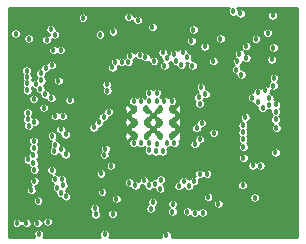
<source format=gbr>
G04 #@! TF.GenerationSoftware,KiCad,Pcbnew,5.1.5+dfsg1-2~bpo10+1*
G04 #@! TF.CreationDate,2020-02-19T21:48:08+01:00*
G04 #@! TF.ProjectId,zglue-gem1-adapter,7a676c75-652d-4676-956d-312d61646170,rev?*
G04 #@! TF.SameCoordinates,Original*
G04 #@! TF.FileFunction,Copper,L2,Inr*
G04 #@! TF.FilePolarity,Positive*
%FSLAX46Y46*%
G04 Gerber Fmt 4.6, Leading zero omitted, Abs format (unit mm)*
G04 Created by KiCad (PCBNEW 5.1.5+dfsg1-2~bpo10+1) date 2020-02-19 21:48:08*
%MOMM*%
%LPD*%
G04 APERTURE LIST*
%ADD10C,0.457000*%
%ADD11C,0.254000*%
G04 APERTURE END LIST*
D10*
X10950000Y-8850000D03*
X14050000Y-8850000D03*
X14050000Y-10000000D03*
X10950000Y-10000000D03*
X10950000Y-11150000D03*
X14050000Y-11150000D03*
X11850000Y-8850000D03*
X13100000Y-8850000D03*
X11900000Y-10000000D03*
X13100000Y-10000000D03*
X11900000Y-11150000D03*
X13100000Y-11150000D03*
X19000000Y-2520000D03*
X13150000Y-1820000D03*
X14150000Y-1820000D03*
X11650000Y-1820000D03*
X1920000Y-10860000D03*
X19440000Y-9750000D03*
X7660000Y-5490000D03*
X17140000Y-5350000D03*
X22610000Y-7470000D03*
X22220000Y-13630000D03*
X22540000Y-14740000D03*
X19525000Y-8295000D03*
X5325000Y-3920000D03*
X7530000Y-2270000D03*
X20020000Y-15980000D03*
X3302842Y-8227962D03*
X1892225Y-8096490D03*
X20230000Y-8250000D03*
X8630000Y-2110000D03*
X9640000Y-2150000D03*
X21630000Y-14380000D03*
X8727692Y-13206674D03*
X16310000Y-9226500D03*
X4480000Y-7982216D03*
X3983498Y-10593498D03*
X8397353Y-17377353D03*
X9523510Y-14760000D03*
X8300000Y-13790000D03*
X16168831Y-16966500D03*
X11900000Y-19468500D03*
X7626500Y-6920000D03*
X5648835Y-13038500D03*
X5604994Y-12470495D03*
X11700000Y-17053510D03*
X10500000Y-15120000D03*
X4246500Y-9500000D03*
X11020000Y-15350000D03*
X4853500Y-9500000D03*
X11745393Y-14925393D03*
X5114607Y-11034607D03*
X5114607Y-12734607D03*
X12685393Y-15205393D03*
X4685393Y-12305393D03*
X13114607Y-15634607D03*
X15124607Y-14985393D03*
X17090000Y-14380000D03*
X15984607Y-14985393D03*
X20120000Y-10873500D03*
X8950000Y-13690000D03*
X9078521Y-5371269D03*
X20140000Y-11450000D03*
X3600000Y-18430000D03*
X9120000Y-2320000D03*
X7644993Y-17811501D03*
X20166480Y-13022063D03*
X12174607Y-15354607D03*
X4685393Y-10605393D03*
X14190000Y-16930000D03*
X4500000Y-6490000D03*
X990000Y-18540000D03*
X2583500Y-6770000D03*
X18040000Y-16906922D03*
X12330000Y-17320000D03*
X14695393Y-15414607D03*
X16460000Y-14380000D03*
X15555393Y-15414607D03*
X20120000Y-10266500D03*
X13170000Y-14860000D03*
X12493112Y-16763112D03*
X13343438Y-12476562D03*
X16710000Y-17660000D03*
X1980000Y-10310000D03*
X12170000Y-12390000D03*
X14150000Y-17570000D03*
X1892445Y-9190000D03*
X11500000Y-11750000D03*
X1856490Y-6184810D03*
X12840000Y-11810000D03*
X12160000Y-11750000D03*
X16060037Y-17673510D03*
X2390000Y-13480000D03*
X20090000Y-15340000D03*
X12756275Y-12476215D03*
X15400000Y-17570000D03*
X1900000Y-9750000D03*
X10868367Y-11750000D03*
X7583257Y-17283083D03*
X13690000Y-11780000D03*
X1814989Y-5628390D03*
X8483978Y-12263510D03*
X21130000Y-16390000D03*
X2720000Y-18541491D03*
X2840000Y-19448500D03*
X8200000Y-15920000D03*
X3390000Y-7650000D03*
X17177472Y-16347472D03*
X8387700Y-12786738D03*
X5150000Y-16280000D03*
X20160000Y-12110000D03*
X1856490Y-6720000D03*
X16045393Y-11874607D03*
X21790000Y-8790000D03*
X4410000Y-15540000D03*
X8110000Y-14340000D03*
X14321498Y-11770000D03*
X4232218Y-11907708D03*
X16474607Y-11445393D03*
X21420000Y-8300000D03*
X2451479Y-9990000D03*
X17653618Y-10900000D03*
X2400000Y-11570000D03*
X4137647Y-12462353D03*
X7505393Y-10444607D03*
X3000000Y-5850000D03*
X16195393Y-10504607D03*
X20930000Y-7920000D03*
X7934607Y-10015393D03*
X3420000Y-5420000D03*
X8764607Y-9125393D03*
X4710000Y-3890000D03*
X8335393Y-9554607D03*
X4080000Y-3890000D03*
X19974607Y-5974607D03*
X16376444Y-7882942D03*
X22354377Y-8565698D03*
X2451479Y-14980000D03*
X20320000Y-9580000D03*
X2451479Y-14040000D03*
X16570000Y-7020000D03*
X19830000Y-4220000D03*
X21590000Y-13680000D03*
X2970000Y-7220000D03*
X2210030Y-15769970D03*
X5458807Y-8151381D03*
X16460000Y-8423500D03*
X19545393Y-5545393D03*
X3963500Y-11160000D03*
X9094875Y-17769671D03*
X9410000Y-16481500D03*
X3273029Y-8779529D03*
X14125000Y-8205000D03*
X10875000Y-8220000D03*
X3500000Y-3020000D03*
X15850000Y-5210000D03*
X3850000Y-2120000D03*
X3900000Y-7970000D03*
X3950000Y-14050000D03*
X16942947Y-7626529D03*
X17610000Y-4840000D03*
X8630000Y-7340000D03*
X16901453Y-3592653D03*
X8020000Y-2586500D03*
X13475000Y-8200000D03*
X2000000Y-2920000D03*
X3040000Y-6460000D03*
X15930000Y-2160000D03*
X11870000Y-4510000D03*
X13480000Y-5220000D03*
X4795075Y-14828425D03*
X13680000Y-4610000D03*
X4238075Y-14828425D03*
X15020000Y-4090000D03*
X1856490Y-7319481D03*
X12175000Y-7525000D03*
X19650000Y-4820000D03*
X18225000Y-2922479D03*
X12850000Y-8225000D03*
X10460000Y-1100000D03*
X12825000Y-7525000D03*
X20400000Y-3570000D03*
X10412988Y-4893263D03*
X9870000Y-4910000D03*
X14896480Y-5153657D03*
X2390000Y-12800000D03*
X9330000Y-4890000D03*
X11377176Y-4309597D03*
X2780000Y-16660000D03*
X8599687Y-6808853D03*
X20960000Y-13660000D03*
X3926500Y-5180000D03*
X11475000Y-8215000D03*
X4200000Y-2591490D03*
X12175000Y-8210000D03*
X19920000Y-800000D03*
X15400000Y-4520000D03*
X2400000Y-12190000D03*
X15762245Y-3108520D03*
X8410000Y-19468500D03*
X12460000Y-1950000D03*
X13650000Y-19560000D03*
X14460334Y-4827751D03*
X22870000Y-12560000D03*
X21225037Y-2944963D03*
X14310000Y-4210000D03*
X2420820Y-8034694D03*
X10600000Y-4390000D03*
X6580000Y-1170000D03*
X13340000Y-4100000D03*
X22025000Y-7320000D03*
X11220000Y-1360000D03*
X19290000Y-620000D03*
X12596490Y-4820000D03*
X20400000Y-4570000D03*
X4906397Y-15348649D03*
X4707640Y-15980949D03*
X1920000Y-13150000D03*
X880000Y-2500000D03*
X1780000Y-18541490D03*
X16624607Y-10075393D03*
X21380000Y-7470000D03*
X22630000Y-960000D03*
X22710000Y-3690000D03*
X22560000Y-4690000D03*
X22750000Y-6240000D03*
X22700000Y-6910000D03*
X22220000Y-2440000D03*
X22350000Y-7980000D03*
X22920000Y-8500000D03*
X22900000Y-9110000D03*
X22890000Y-9770000D03*
X22963510Y-10490000D03*
D11*
G36*
X18936190Y-329636D02*
G01*
X18886341Y-404240D01*
X18852005Y-487136D01*
X18834500Y-575137D01*
X18834500Y-664863D01*
X18852005Y-752864D01*
X18886341Y-835760D01*
X18936190Y-910364D01*
X18999636Y-973810D01*
X19074240Y-1023659D01*
X19157136Y-1057995D01*
X19245137Y-1075500D01*
X19334863Y-1075500D01*
X19422864Y-1057995D01*
X19505760Y-1023659D01*
X19516724Y-1016333D01*
X19566190Y-1090364D01*
X19629636Y-1153810D01*
X19704240Y-1203659D01*
X19787136Y-1237995D01*
X19875137Y-1255500D01*
X19964863Y-1255500D01*
X20052864Y-1237995D01*
X20135760Y-1203659D01*
X20210364Y-1153810D01*
X20273810Y-1090364D01*
X20323659Y-1015760D01*
X20357995Y-932864D01*
X20361521Y-915137D01*
X22174500Y-915137D01*
X22174500Y-1004863D01*
X22192005Y-1092864D01*
X22226341Y-1175760D01*
X22276190Y-1250364D01*
X22339636Y-1313810D01*
X22414240Y-1363659D01*
X22497136Y-1397995D01*
X22585137Y-1415500D01*
X22674863Y-1415500D01*
X22762864Y-1397995D01*
X22845760Y-1363659D01*
X22920364Y-1313810D01*
X22983810Y-1250364D01*
X23033659Y-1175760D01*
X23067995Y-1092864D01*
X23085500Y-1004863D01*
X23085500Y-915137D01*
X23067995Y-827136D01*
X23033659Y-744240D01*
X22983810Y-669636D01*
X22920364Y-606190D01*
X22845760Y-556341D01*
X22762864Y-522005D01*
X22674863Y-504500D01*
X22585137Y-504500D01*
X22497136Y-522005D01*
X22414240Y-556341D01*
X22339636Y-606190D01*
X22276190Y-669636D01*
X22226341Y-744240D01*
X22192005Y-827136D01*
X22174500Y-915137D01*
X20361521Y-915137D01*
X20375500Y-844863D01*
X20375500Y-755137D01*
X20357995Y-667136D01*
X20323659Y-584240D01*
X20273810Y-509636D01*
X20210364Y-446190D01*
X20135760Y-396341D01*
X20052864Y-362005D01*
X19964863Y-344500D01*
X19875137Y-344500D01*
X19787136Y-362005D01*
X19704240Y-396341D01*
X19693276Y-403667D01*
X19643810Y-329636D01*
X19616174Y-302000D01*
X24698001Y-302000D01*
X24698000Y-19698000D01*
X14085868Y-19698000D01*
X14087995Y-19692864D01*
X14105500Y-19604863D01*
X14105500Y-19515137D01*
X14087995Y-19427136D01*
X14053659Y-19344240D01*
X14003810Y-19269636D01*
X13940364Y-19206190D01*
X13865760Y-19156341D01*
X13782864Y-19122005D01*
X13694863Y-19104500D01*
X13605137Y-19104500D01*
X13517136Y-19122005D01*
X13434240Y-19156341D01*
X13359636Y-19206190D01*
X13296190Y-19269636D01*
X13246341Y-19344240D01*
X13212005Y-19427136D01*
X13194500Y-19515137D01*
X13194500Y-19604863D01*
X13212005Y-19692864D01*
X13214132Y-19698000D01*
X8804478Y-19698000D01*
X8813659Y-19684260D01*
X8847995Y-19601364D01*
X8865500Y-19513363D01*
X8865500Y-19423637D01*
X8847995Y-19335636D01*
X8813659Y-19252740D01*
X8763810Y-19178136D01*
X8700364Y-19114690D01*
X8625760Y-19064841D01*
X8542864Y-19030505D01*
X8454863Y-19013000D01*
X8365137Y-19013000D01*
X8277136Y-19030505D01*
X8194240Y-19064841D01*
X8119636Y-19114690D01*
X8056190Y-19178136D01*
X8006341Y-19252740D01*
X7972005Y-19335636D01*
X7954500Y-19423637D01*
X7954500Y-19513363D01*
X7972005Y-19601364D01*
X8006341Y-19684260D01*
X8015522Y-19698000D01*
X3221115Y-19698000D01*
X3243659Y-19664260D01*
X3277995Y-19581364D01*
X3295500Y-19493363D01*
X3295500Y-19403637D01*
X3277995Y-19315636D01*
X3243659Y-19232740D01*
X3193810Y-19158136D01*
X3130364Y-19094690D01*
X3055760Y-19044841D01*
X2972864Y-19010505D01*
X2884863Y-18993000D01*
X2795137Y-18993000D01*
X2707136Y-19010505D01*
X2624240Y-19044841D01*
X2549636Y-19094690D01*
X2486190Y-19158136D01*
X2436341Y-19232740D01*
X2402005Y-19315636D01*
X2384500Y-19403637D01*
X2384500Y-19493363D01*
X2402005Y-19581364D01*
X2436341Y-19664260D01*
X2458885Y-19698000D01*
X302000Y-19698000D01*
X302000Y-18495137D01*
X534500Y-18495137D01*
X534500Y-18584863D01*
X552005Y-18672864D01*
X586341Y-18755760D01*
X636190Y-18830364D01*
X699636Y-18893810D01*
X774240Y-18943659D01*
X857136Y-18977995D01*
X945137Y-18995500D01*
X1034863Y-18995500D01*
X1122864Y-18977995D01*
X1205760Y-18943659D01*
X1280364Y-18893810D01*
X1343810Y-18830364D01*
X1384502Y-18769464D01*
X1426190Y-18831854D01*
X1489636Y-18895300D01*
X1564240Y-18945149D01*
X1647136Y-18979485D01*
X1735137Y-18996990D01*
X1824863Y-18996990D01*
X1912864Y-18979485D01*
X1995760Y-18945149D01*
X2070364Y-18895300D01*
X2133810Y-18831854D01*
X2183659Y-18757250D01*
X2217995Y-18674354D01*
X2235500Y-18586353D01*
X2235500Y-18496628D01*
X2264500Y-18496628D01*
X2264500Y-18586354D01*
X2282005Y-18674355D01*
X2316341Y-18757251D01*
X2366190Y-18831855D01*
X2429636Y-18895301D01*
X2504240Y-18945150D01*
X2587136Y-18979486D01*
X2675137Y-18996991D01*
X2764863Y-18996991D01*
X2852864Y-18979486D01*
X2935760Y-18945150D01*
X3010364Y-18895301D01*
X3073810Y-18831855D01*
X3123659Y-18757251D01*
X3157995Y-18674355D01*
X3174278Y-18592495D01*
X3196341Y-18645760D01*
X3246190Y-18720364D01*
X3309636Y-18783810D01*
X3384240Y-18833659D01*
X3467136Y-18867995D01*
X3555137Y-18885500D01*
X3644863Y-18885500D01*
X3732864Y-18867995D01*
X3815760Y-18833659D01*
X3890364Y-18783810D01*
X3953810Y-18720364D01*
X4003659Y-18645760D01*
X4037995Y-18562864D01*
X4055500Y-18474863D01*
X4055500Y-18385137D01*
X4037995Y-18297136D01*
X4003659Y-18214240D01*
X3953810Y-18139636D01*
X3890364Y-18076190D01*
X3815760Y-18026341D01*
X3732864Y-17992005D01*
X3644863Y-17974500D01*
X3555137Y-17974500D01*
X3467136Y-17992005D01*
X3384240Y-18026341D01*
X3309636Y-18076190D01*
X3246190Y-18139636D01*
X3196341Y-18214240D01*
X3162005Y-18297136D01*
X3145722Y-18378996D01*
X3123659Y-18325731D01*
X3073810Y-18251127D01*
X3010364Y-18187681D01*
X2935760Y-18137832D01*
X2852864Y-18103496D01*
X2764863Y-18085991D01*
X2675137Y-18085991D01*
X2587136Y-18103496D01*
X2504240Y-18137832D01*
X2429636Y-18187681D01*
X2366190Y-18251127D01*
X2316341Y-18325731D01*
X2282005Y-18408627D01*
X2264500Y-18496628D01*
X2235500Y-18496628D01*
X2235500Y-18496627D01*
X2217995Y-18408626D01*
X2183659Y-18325730D01*
X2133810Y-18251126D01*
X2070364Y-18187680D01*
X1995760Y-18137831D01*
X1912864Y-18103495D01*
X1824863Y-18085990D01*
X1735137Y-18085990D01*
X1647136Y-18103495D01*
X1564240Y-18137831D01*
X1489636Y-18187680D01*
X1426190Y-18251126D01*
X1385498Y-18312026D01*
X1343810Y-18249636D01*
X1280364Y-18186190D01*
X1205760Y-18136341D01*
X1122864Y-18102005D01*
X1034863Y-18084500D01*
X945137Y-18084500D01*
X857136Y-18102005D01*
X774240Y-18136341D01*
X699636Y-18186190D01*
X636190Y-18249636D01*
X586341Y-18324240D01*
X552005Y-18407136D01*
X534500Y-18495137D01*
X302000Y-18495137D01*
X302000Y-17238220D01*
X7127757Y-17238220D01*
X7127757Y-17327946D01*
X7145262Y-17415947D01*
X7179598Y-17498843D01*
X7229447Y-17573447D01*
X7245502Y-17589502D01*
X7241334Y-17595741D01*
X7206998Y-17678637D01*
X7189493Y-17766638D01*
X7189493Y-17856364D01*
X7206998Y-17944365D01*
X7241334Y-18027261D01*
X7291183Y-18101865D01*
X7354629Y-18165311D01*
X7429233Y-18215160D01*
X7512129Y-18249496D01*
X7600130Y-18267001D01*
X7689856Y-18267001D01*
X7777857Y-18249496D01*
X7860753Y-18215160D01*
X7935357Y-18165311D01*
X7998803Y-18101865D01*
X8048652Y-18027261D01*
X8082988Y-17944365D01*
X8100493Y-17856364D01*
X8100493Y-17766638D01*
X8092173Y-17724808D01*
X8639375Y-17724808D01*
X8639375Y-17814534D01*
X8656880Y-17902535D01*
X8691216Y-17985431D01*
X8741065Y-18060035D01*
X8804511Y-18123481D01*
X8879115Y-18173330D01*
X8962011Y-18207666D01*
X9050012Y-18225171D01*
X9139738Y-18225171D01*
X9227739Y-18207666D01*
X9310635Y-18173330D01*
X9385239Y-18123481D01*
X9448685Y-18060035D01*
X9498534Y-17985431D01*
X9532870Y-17902535D01*
X9550375Y-17814534D01*
X9550375Y-17724808D01*
X9532870Y-17636807D01*
X9498534Y-17553911D01*
X9448685Y-17479307D01*
X9385239Y-17415861D01*
X9310635Y-17366012D01*
X9227739Y-17331676D01*
X9139738Y-17314171D01*
X9050012Y-17314171D01*
X8962011Y-17331676D01*
X8879115Y-17366012D01*
X8804511Y-17415861D01*
X8741065Y-17479307D01*
X8691216Y-17553911D01*
X8656880Y-17636807D01*
X8639375Y-17724808D01*
X8092173Y-17724808D01*
X8082988Y-17678637D01*
X8048652Y-17595741D01*
X7998803Y-17521137D01*
X7982748Y-17505082D01*
X7986916Y-17498843D01*
X8021252Y-17415947D01*
X8038757Y-17327946D01*
X8038757Y-17275137D01*
X11874500Y-17275137D01*
X11874500Y-17364863D01*
X11892005Y-17452864D01*
X11926341Y-17535760D01*
X11976190Y-17610364D01*
X12039636Y-17673810D01*
X12114240Y-17723659D01*
X12197136Y-17757995D01*
X12285137Y-17775500D01*
X12374863Y-17775500D01*
X12462864Y-17757995D01*
X12545760Y-17723659D01*
X12620364Y-17673810D01*
X12683810Y-17610364D01*
X12733659Y-17535760D01*
X12738059Y-17525137D01*
X13694500Y-17525137D01*
X13694500Y-17614863D01*
X13712005Y-17702864D01*
X13746341Y-17785760D01*
X13796190Y-17860364D01*
X13859636Y-17923810D01*
X13934240Y-17973659D01*
X14017136Y-18007995D01*
X14105137Y-18025500D01*
X14194863Y-18025500D01*
X14282864Y-18007995D01*
X14365760Y-17973659D01*
X14440364Y-17923810D01*
X14503810Y-17860364D01*
X14553659Y-17785760D01*
X14587995Y-17702864D01*
X14605500Y-17614863D01*
X14605500Y-17525137D01*
X14944500Y-17525137D01*
X14944500Y-17614863D01*
X14962005Y-17702864D01*
X14996341Y-17785760D01*
X15046190Y-17860364D01*
X15109636Y-17923810D01*
X15184240Y-17973659D01*
X15267136Y-18007995D01*
X15355137Y-18025500D01*
X15444863Y-18025500D01*
X15532864Y-18007995D01*
X15615760Y-17973659D01*
X15682824Y-17928848D01*
X15706227Y-17963874D01*
X15769673Y-18027320D01*
X15844277Y-18077169D01*
X15927173Y-18111505D01*
X16015174Y-18129010D01*
X16104900Y-18129010D01*
X16192901Y-18111505D01*
X16275797Y-18077169D01*
X16350401Y-18027320D01*
X16391774Y-17985948D01*
X16419636Y-18013810D01*
X16494240Y-18063659D01*
X16577136Y-18097995D01*
X16665137Y-18115500D01*
X16754863Y-18115500D01*
X16842864Y-18097995D01*
X16925760Y-18063659D01*
X17000364Y-18013810D01*
X17063810Y-17950364D01*
X17113659Y-17875760D01*
X17147995Y-17792864D01*
X17165500Y-17704863D01*
X17165500Y-17615137D01*
X17147995Y-17527136D01*
X17113659Y-17444240D01*
X17063810Y-17369636D01*
X17000364Y-17306190D01*
X16925760Y-17256341D01*
X16842864Y-17222005D01*
X16754863Y-17204500D01*
X16665137Y-17204500D01*
X16577136Y-17222005D01*
X16494240Y-17256341D01*
X16419636Y-17306190D01*
X16378264Y-17347563D01*
X16350401Y-17319700D01*
X16275797Y-17269851D01*
X16192901Y-17235515D01*
X16104900Y-17218010D01*
X16015174Y-17218010D01*
X15927173Y-17235515D01*
X15844277Y-17269851D01*
X15777213Y-17314662D01*
X15753810Y-17279636D01*
X15690364Y-17216190D01*
X15615760Y-17166341D01*
X15532864Y-17132005D01*
X15444863Y-17114500D01*
X15355137Y-17114500D01*
X15267136Y-17132005D01*
X15184240Y-17166341D01*
X15109636Y-17216190D01*
X15046190Y-17279636D01*
X14996341Y-17354240D01*
X14962005Y-17437136D01*
X14944500Y-17525137D01*
X14605500Y-17525137D01*
X14587995Y-17437136D01*
X14553659Y-17354240D01*
X14503810Y-17279636D01*
X14494174Y-17270000D01*
X14543810Y-17220364D01*
X14593659Y-17145760D01*
X14627995Y-17062864D01*
X14645500Y-16974863D01*
X14645500Y-16885137D01*
X14640910Y-16862059D01*
X17584500Y-16862059D01*
X17584500Y-16951785D01*
X17602005Y-17039786D01*
X17636341Y-17122682D01*
X17686190Y-17197286D01*
X17749636Y-17260732D01*
X17824240Y-17310581D01*
X17907136Y-17344917D01*
X17995137Y-17362422D01*
X18084863Y-17362422D01*
X18172864Y-17344917D01*
X18255760Y-17310581D01*
X18330364Y-17260732D01*
X18393810Y-17197286D01*
X18443659Y-17122682D01*
X18477995Y-17039786D01*
X18495500Y-16951785D01*
X18495500Y-16862059D01*
X18477995Y-16774058D01*
X18443659Y-16691162D01*
X18393810Y-16616558D01*
X18330364Y-16553112D01*
X18255760Y-16503263D01*
X18172864Y-16468927D01*
X18084863Y-16451422D01*
X17995137Y-16451422D01*
X17907136Y-16468927D01*
X17824240Y-16503263D01*
X17749636Y-16553112D01*
X17686190Y-16616558D01*
X17636341Y-16691162D01*
X17602005Y-16774058D01*
X17584500Y-16862059D01*
X14640910Y-16862059D01*
X14627995Y-16797136D01*
X14593659Y-16714240D01*
X14543810Y-16639636D01*
X14480364Y-16576190D01*
X14405760Y-16526341D01*
X14322864Y-16492005D01*
X14234863Y-16474500D01*
X14145137Y-16474500D01*
X14057136Y-16492005D01*
X13974240Y-16526341D01*
X13899636Y-16576190D01*
X13836190Y-16639636D01*
X13786341Y-16714240D01*
X13752005Y-16797136D01*
X13734500Y-16885137D01*
X13734500Y-16974863D01*
X13752005Y-17062864D01*
X13786341Y-17145760D01*
X13836190Y-17220364D01*
X13845826Y-17230000D01*
X13796190Y-17279636D01*
X13746341Y-17354240D01*
X13712005Y-17437136D01*
X13694500Y-17525137D01*
X12738059Y-17525137D01*
X12767995Y-17452864D01*
X12785500Y-17364863D01*
X12785500Y-17275137D01*
X12767995Y-17187136D01*
X12748572Y-17140244D01*
X12783476Y-17116922D01*
X12846922Y-17053476D01*
X12896771Y-16978872D01*
X12931107Y-16895976D01*
X12948612Y-16807975D01*
X12948612Y-16718249D01*
X12931107Y-16630248D01*
X12896771Y-16547352D01*
X12846922Y-16472748D01*
X12783476Y-16409302D01*
X12708872Y-16359453D01*
X12625976Y-16325117D01*
X12537975Y-16307612D01*
X12448249Y-16307612D01*
X12360248Y-16325117D01*
X12277352Y-16359453D01*
X12202748Y-16409302D01*
X12139302Y-16472748D01*
X12089453Y-16547352D01*
X12055117Y-16630248D01*
X12037612Y-16718249D01*
X12037612Y-16807975D01*
X12055117Y-16895976D01*
X12074540Y-16942868D01*
X12039636Y-16966190D01*
X11976190Y-17029636D01*
X11926341Y-17104240D01*
X11892005Y-17187136D01*
X11874500Y-17275137D01*
X8038757Y-17275137D01*
X8038757Y-17238220D01*
X8021252Y-17150219D01*
X7986916Y-17067323D01*
X7937067Y-16992719D01*
X7873621Y-16929273D01*
X7799017Y-16879424D01*
X7716121Y-16845088D01*
X7628120Y-16827583D01*
X7538394Y-16827583D01*
X7450393Y-16845088D01*
X7367497Y-16879424D01*
X7292893Y-16929273D01*
X7229447Y-16992719D01*
X7179598Y-17067323D01*
X7145262Y-17150219D01*
X7127757Y-17238220D01*
X302000Y-17238220D01*
X302000Y-16615137D01*
X2324500Y-16615137D01*
X2324500Y-16704863D01*
X2342005Y-16792864D01*
X2376341Y-16875760D01*
X2426190Y-16950364D01*
X2489636Y-17013810D01*
X2564240Y-17063659D01*
X2647136Y-17097995D01*
X2735137Y-17115500D01*
X2824863Y-17115500D01*
X2912864Y-17097995D01*
X2995760Y-17063659D01*
X3070364Y-17013810D01*
X3133810Y-16950364D01*
X3183659Y-16875760D01*
X3217995Y-16792864D01*
X3235500Y-16704863D01*
X3235500Y-16615137D01*
X3217995Y-16527136D01*
X3183659Y-16444240D01*
X3133810Y-16369636D01*
X3070364Y-16306190D01*
X2995760Y-16256341D01*
X2912864Y-16222005D01*
X2824863Y-16204500D01*
X2735137Y-16204500D01*
X2647136Y-16222005D01*
X2564240Y-16256341D01*
X2489636Y-16306190D01*
X2426190Y-16369636D01*
X2376341Y-16444240D01*
X2342005Y-16527136D01*
X2324500Y-16615137D01*
X302000Y-16615137D01*
X302000Y-15725107D01*
X1754530Y-15725107D01*
X1754530Y-15814833D01*
X1772035Y-15902834D01*
X1806371Y-15985730D01*
X1856220Y-16060334D01*
X1919666Y-16123780D01*
X1994270Y-16173629D01*
X2077166Y-16207965D01*
X2165167Y-16225470D01*
X2254893Y-16225470D01*
X2342894Y-16207965D01*
X2425790Y-16173629D01*
X2500394Y-16123780D01*
X2563840Y-16060334D01*
X2613689Y-15985730D01*
X2648025Y-15902834D01*
X2665530Y-15814833D01*
X2665530Y-15725107D01*
X2648025Y-15637106D01*
X2613689Y-15554210D01*
X2563840Y-15479606D01*
X2515853Y-15431619D01*
X2584343Y-15417995D01*
X2667239Y-15383659D01*
X2741843Y-15333810D01*
X2805289Y-15270364D01*
X2855138Y-15195760D01*
X2889474Y-15112864D01*
X2906979Y-15024863D01*
X2906979Y-14935137D01*
X2889474Y-14847136D01*
X2855138Y-14764240D01*
X2805289Y-14689636D01*
X2741843Y-14626190D01*
X2667239Y-14576341D01*
X2584343Y-14542005D01*
X2496342Y-14524500D01*
X2406616Y-14524500D01*
X2318615Y-14542005D01*
X2235719Y-14576341D01*
X2161115Y-14626190D01*
X2097669Y-14689636D01*
X2047820Y-14764240D01*
X2013484Y-14847136D01*
X1995979Y-14935137D01*
X1995979Y-15024863D01*
X2013484Y-15112864D01*
X2047820Y-15195760D01*
X2097669Y-15270364D01*
X2145656Y-15318351D01*
X2077166Y-15331975D01*
X1994270Y-15366311D01*
X1919666Y-15416160D01*
X1856220Y-15479606D01*
X1806371Y-15554210D01*
X1772035Y-15637106D01*
X1754530Y-15725107D01*
X302000Y-15725107D01*
X302000Y-13105137D01*
X1464500Y-13105137D01*
X1464500Y-13194863D01*
X1482005Y-13282864D01*
X1516341Y-13365760D01*
X1566190Y-13440364D01*
X1629636Y-13503810D01*
X1704240Y-13553659D01*
X1787136Y-13587995D01*
X1875137Y-13605500D01*
X1950540Y-13605500D01*
X1952005Y-13612864D01*
X1986341Y-13695760D01*
X2036190Y-13770364D01*
X2064741Y-13798915D01*
X2047820Y-13824240D01*
X2013484Y-13907136D01*
X1995979Y-13995137D01*
X1995979Y-14084863D01*
X2013484Y-14172864D01*
X2047820Y-14255760D01*
X2097669Y-14330364D01*
X2161115Y-14393810D01*
X2235719Y-14443659D01*
X2318615Y-14477995D01*
X2406616Y-14495500D01*
X2496342Y-14495500D01*
X2584343Y-14477995D01*
X2667239Y-14443659D01*
X2741843Y-14393810D01*
X2805289Y-14330364D01*
X2855138Y-14255760D01*
X2889474Y-14172864D01*
X2906979Y-14084863D01*
X2906979Y-14005137D01*
X3494500Y-14005137D01*
X3494500Y-14094863D01*
X3512005Y-14182864D01*
X3546341Y-14265760D01*
X3596190Y-14340364D01*
X3659636Y-14403810D01*
X3734240Y-14453659D01*
X3817136Y-14487995D01*
X3905137Y-14505500D01*
X3916826Y-14505500D01*
X3884265Y-14538061D01*
X3834416Y-14612665D01*
X3800080Y-14695561D01*
X3782575Y-14783562D01*
X3782575Y-14873288D01*
X3800080Y-14961289D01*
X3834416Y-15044185D01*
X3884265Y-15118789D01*
X3947711Y-15182235D01*
X4022315Y-15232084D01*
X4058680Y-15247146D01*
X4056190Y-15249636D01*
X4006341Y-15324240D01*
X3972005Y-15407136D01*
X3954500Y-15495137D01*
X3954500Y-15584863D01*
X3972005Y-15672864D01*
X4006341Y-15755760D01*
X4056190Y-15830364D01*
X4119636Y-15893810D01*
X4194240Y-15943659D01*
X4252140Y-15967642D01*
X4252140Y-16025812D01*
X4269645Y-16113813D01*
X4303981Y-16196709D01*
X4353830Y-16271313D01*
X4417276Y-16334759D01*
X4491880Y-16384608D01*
X4574776Y-16418944D01*
X4662777Y-16436449D01*
X4721774Y-16436449D01*
X4746341Y-16495760D01*
X4796190Y-16570364D01*
X4859636Y-16633810D01*
X4934240Y-16683659D01*
X5017136Y-16717995D01*
X5105137Y-16735500D01*
X5194863Y-16735500D01*
X5282864Y-16717995D01*
X5365760Y-16683659D01*
X5440364Y-16633810D01*
X5503810Y-16570364D01*
X5553659Y-16495760D01*
X5578148Y-16436637D01*
X8954500Y-16436637D01*
X8954500Y-16526363D01*
X8972005Y-16614364D01*
X9006341Y-16697260D01*
X9056190Y-16771864D01*
X9119636Y-16835310D01*
X9194240Y-16885159D01*
X9277136Y-16919495D01*
X9365137Y-16937000D01*
X9454863Y-16937000D01*
X9542864Y-16919495D01*
X9625760Y-16885159D01*
X9700364Y-16835310D01*
X9763810Y-16771864D01*
X9813659Y-16697260D01*
X9847995Y-16614364D01*
X9865500Y-16526363D01*
X9865500Y-16436637D01*
X9847995Y-16348636D01*
X9828931Y-16302609D01*
X16721972Y-16302609D01*
X16721972Y-16392335D01*
X16739477Y-16480336D01*
X16773813Y-16563232D01*
X16823662Y-16637836D01*
X16887108Y-16701282D01*
X16961712Y-16751131D01*
X17044608Y-16785467D01*
X17132609Y-16802972D01*
X17222335Y-16802972D01*
X17310336Y-16785467D01*
X17393232Y-16751131D01*
X17467836Y-16701282D01*
X17531282Y-16637836D01*
X17581131Y-16563232D01*
X17615467Y-16480336D01*
X17632972Y-16392335D01*
X17632972Y-16345137D01*
X20674500Y-16345137D01*
X20674500Y-16434863D01*
X20692005Y-16522864D01*
X20726341Y-16605760D01*
X20776190Y-16680364D01*
X20839636Y-16743810D01*
X20914240Y-16793659D01*
X20997136Y-16827995D01*
X21085137Y-16845500D01*
X21174863Y-16845500D01*
X21262864Y-16827995D01*
X21345760Y-16793659D01*
X21420364Y-16743810D01*
X21483810Y-16680364D01*
X21533659Y-16605760D01*
X21567995Y-16522864D01*
X21585500Y-16434863D01*
X21585500Y-16345137D01*
X21567995Y-16257136D01*
X21533659Y-16174240D01*
X21483810Y-16099636D01*
X21420364Y-16036190D01*
X21345760Y-15986341D01*
X21262864Y-15952005D01*
X21174863Y-15934500D01*
X21085137Y-15934500D01*
X20997136Y-15952005D01*
X20914240Y-15986341D01*
X20839636Y-16036190D01*
X20776190Y-16099636D01*
X20726341Y-16174240D01*
X20692005Y-16257136D01*
X20674500Y-16345137D01*
X17632972Y-16345137D01*
X17632972Y-16302609D01*
X17615467Y-16214608D01*
X17581131Y-16131712D01*
X17531282Y-16057108D01*
X17467836Y-15993662D01*
X17393232Y-15943813D01*
X17310336Y-15909477D01*
X17222335Y-15891972D01*
X17132609Y-15891972D01*
X17044608Y-15909477D01*
X16961712Y-15943813D01*
X16887108Y-15993662D01*
X16823662Y-16057108D01*
X16773813Y-16131712D01*
X16739477Y-16214608D01*
X16721972Y-16302609D01*
X9828931Y-16302609D01*
X9813659Y-16265740D01*
X9763810Y-16191136D01*
X9700364Y-16127690D01*
X9625760Y-16077841D01*
X9542864Y-16043505D01*
X9454863Y-16026000D01*
X9365137Y-16026000D01*
X9277136Y-16043505D01*
X9194240Y-16077841D01*
X9119636Y-16127690D01*
X9056190Y-16191136D01*
X9006341Y-16265740D01*
X8972005Y-16348636D01*
X8954500Y-16436637D01*
X5578148Y-16436637D01*
X5587995Y-16412864D01*
X5605500Y-16324863D01*
X5605500Y-16235137D01*
X5587995Y-16147136D01*
X5553659Y-16064240D01*
X5503810Y-15989636D01*
X5440364Y-15926190D01*
X5365760Y-15876341D01*
X5362854Y-15875137D01*
X7744500Y-15875137D01*
X7744500Y-15964863D01*
X7762005Y-16052864D01*
X7796341Y-16135760D01*
X7846190Y-16210364D01*
X7909636Y-16273810D01*
X7984240Y-16323659D01*
X8067136Y-16357995D01*
X8155137Y-16375500D01*
X8244863Y-16375500D01*
X8332864Y-16357995D01*
X8415760Y-16323659D01*
X8490364Y-16273810D01*
X8553810Y-16210364D01*
X8603659Y-16135760D01*
X8637995Y-16052864D01*
X8655500Y-15964863D01*
X8655500Y-15875137D01*
X8637995Y-15787136D01*
X8603659Y-15704240D01*
X8553810Y-15629636D01*
X8490364Y-15566190D01*
X8415760Y-15516341D01*
X8332864Y-15482005D01*
X8244863Y-15464500D01*
X8155137Y-15464500D01*
X8067136Y-15482005D01*
X7984240Y-15516341D01*
X7909636Y-15566190D01*
X7846190Y-15629636D01*
X7796341Y-15704240D01*
X7762005Y-15787136D01*
X7744500Y-15875137D01*
X5362854Y-15875137D01*
X5282864Y-15842005D01*
X5194863Y-15824500D01*
X5135866Y-15824500D01*
X5111299Y-15765189D01*
X5106912Y-15758623D01*
X5122157Y-15752308D01*
X5196761Y-15702459D01*
X5260207Y-15639013D01*
X5310056Y-15564409D01*
X5344392Y-15481513D01*
X5361897Y-15393512D01*
X5361897Y-15303786D01*
X5344392Y-15215785D01*
X5310056Y-15132889D01*
X5271468Y-15075137D01*
X10044500Y-15075137D01*
X10044500Y-15164863D01*
X10062005Y-15252864D01*
X10096341Y-15335760D01*
X10146190Y-15410364D01*
X10209636Y-15473810D01*
X10284240Y-15523659D01*
X10367136Y-15557995D01*
X10455137Y-15575500D01*
X10544863Y-15575500D01*
X10614627Y-15561623D01*
X10616341Y-15565760D01*
X10666190Y-15640364D01*
X10729636Y-15703810D01*
X10804240Y-15753659D01*
X10887136Y-15787995D01*
X10975137Y-15805500D01*
X11064863Y-15805500D01*
X11152864Y-15787995D01*
X11235760Y-15753659D01*
X11310364Y-15703810D01*
X11373810Y-15640364D01*
X11423659Y-15565760D01*
X11457995Y-15482864D01*
X11475500Y-15394863D01*
X11475500Y-15305137D01*
X11472688Y-15291003D01*
X11529633Y-15329052D01*
X11612529Y-15363388D01*
X11700530Y-15380893D01*
X11719107Y-15380893D01*
X11719107Y-15399470D01*
X11736612Y-15487471D01*
X11770948Y-15570367D01*
X11820797Y-15644971D01*
X11884243Y-15708417D01*
X11958847Y-15758266D01*
X12041743Y-15792602D01*
X12129744Y-15810107D01*
X12219470Y-15810107D01*
X12307471Y-15792602D01*
X12390367Y-15758266D01*
X12464971Y-15708417D01*
X12528417Y-15644971D01*
X12534472Y-15635909D01*
X12552529Y-15643388D01*
X12640530Y-15660893D01*
X12659107Y-15660893D01*
X12659107Y-15679470D01*
X12676612Y-15767471D01*
X12710948Y-15850367D01*
X12760797Y-15924971D01*
X12824243Y-15988417D01*
X12898847Y-16038266D01*
X12981743Y-16072602D01*
X13069744Y-16090107D01*
X13159470Y-16090107D01*
X13247471Y-16072602D01*
X13330367Y-16038266D01*
X13404971Y-15988417D01*
X13468417Y-15924971D01*
X13518266Y-15850367D01*
X13552602Y-15767471D01*
X13570107Y-15679470D01*
X13570107Y-15589744D01*
X13552602Y-15501743D01*
X13518266Y-15418847D01*
X13485457Y-15369744D01*
X14239893Y-15369744D01*
X14239893Y-15459470D01*
X14257398Y-15547471D01*
X14291734Y-15630367D01*
X14341583Y-15704971D01*
X14405029Y-15768417D01*
X14479633Y-15818266D01*
X14562529Y-15852602D01*
X14650530Y-15870107D01*
X14740256Y-15870107D01*
X14828257Y-15852602D01*
X14911153Y-15818266D01*
X14985757Y-15768417D01*
X15049203Y-15704971D01*
X15099052Y-15630367D01*
X15125393Y-15566773D01*
X15151734Y-15630367D01*
X15201583Y-15704971D01*
X15265029Y-15768417D01*
X15339633Y-15818266D01*
X15422529Y-15852602D01*
X15510530Y-15870107D01*
X15600256Y-15870107D01*
X15688257Y-15852602D01*
X15771153Y-15818266D01*
X15845757Y-15768417D01*
X15909203Y-15704971D01*
X15959052Y-15630367D01*
X15993388Y-15547471D01*
X16010893Y-15459470D01*
X16010893Y-15440893D01*
X16029470Y-15440893D01*
X16117471Y-15423388D01*
X16200367Y-15389052D01*
X16274971Y-15339203D01*
X16319037Y-15295137D01*
X19634500Y-15295137D01*
X19634500Y-15384863D01*
X19652005Y-15472864D01*
X19686341Y-15555760D01*
X19736190Y-15630364D01*
X19799636Y-15693810D01*
X19874240Y-15743659D01*
X19957136Y-15777995D01*
X20045137Y-15795500D01*
X20134863Y-15795500D01*
X20222864Y-15777995D01*
X20305760Y-15743659D01*
X20380364Y-15693810D01*
X20443810Y-15630364D01*
X20493659Y-15555760D01*
X20527995Y-15472864D01*
X20545500Y-15384863D01*
X20545500Y-15295137D01*
X20527995Y-15207136D01*
X20493659Y-15124240D01*
X20443810Y-15049636D01*
X20380364Y-14986190D01*
X20305760Y-14936341D01*
X20222864Y-14902005D01*
X20134863Y-14884500D01*
X20045137Y-14884500D01*
X19957136Y-14902005D01*
X19874240Y-14936341D01*
X19799636Y-14986190D01*
X19736190Y-15049636D01*
X19686341Y-15124240D01*
X19652005Y-15207136D01*
X19634500Y-15295137D01*
X16319037Y-15295137D01*
X16338417Y-15275757D01*
X16388266Y-15201153D01*
X16422602Y-15118257D01*
X16440107Y-15030256D01*
X16440107Y-14940530D01*
X16422602Y-14852529D01*
X16415548Y-14835500D01*
X16504863Y-14835500D01*
X16592864Y-14817995D01*
X16675760Y-14783659D01*
X16750364Y-14733810D01*
X16775000Y-14709174D01*
X16799636Y-14733810D01*
X16874240Y-14783659D01*
X16957136Y-14817995D01*
X17045137Y-14835500D01*
X17134863Y-14835500D01*
X17222864Y-14817995D01*
X17305760Y-14783659D01*
X17380364Y-14733810D01*
X17443810Y-14670364D01*
X17493659Y-14595760D01*
X17527995Y-14512864D01*
X17545500Y-14424863D01*
X17545500Y-14335137D01*
X17527995Y-14247136D01*
X17493659Y-14164240D01*
X17443810Y-14089636D01*
X17380364Y-14026190D01*
X17305760Y-13976341D01*
X17222864Y-13942005D01*
X17134863Y-13924500D01*
X17045137Y-13924500D01*
X16957136Y-13942005D01*
X16874240Y-13976341D01*
X16799636Y-14026190D01*
X16775000Y-14050826D01*
X16750364Y-14026190D01*
X16675760Y-13976341D01*
X16592864Y-13942005D01*
X16504863Y-13924500D01*
X16415137Y-13924500D01*
X16327136Y-13942005D01*
X16244240Y-13976341D01*
X16169636Y-14026190D01*
X16106190Y-14089636D01*
X16056341Y-14164240D01*
X16022005Y-14247136D01*
X16004500Y-14335137D01*
X16004500Y-14424863D01*
X16022005Y-14512864D01*
X16029059Y-14529893D01*
X15939744Y-14529893D01*
X15851743Y-14547398D01*
X15768847Y-14581734D01*
X15694243Y-14631583D01*
X15630797Y-14695029D01*
X15580948Y-14769633D01*
X15554607Y-14833227D01*
X15528266Y-14769633D01*
X15478417Y-14695029D01*
X15414971Y-14631583D01*
X15340367Y-14581734D01*
X15257471Y-14547398D01*
X15169470Y-14529893D01*
X15079744Y-14529893D01*
X14991743Y-14547398D01*
X14908847Y-14581734D01*
X14834243Y-14631583D01*
X14770797Y-14695029D01*
X14720948Y-14769633D01*
X14686612Y-14852529D01*
X14669107Y-14940530D01*
X14669107Y-14959107D01*
X14650530Y-14959107D01*
X14562529Y-14976612D01*
X14479633Y-15010948D01*
X14405029Y-15060797D01*
X14341583Y-15124243D01*
X14291734Y-15198847D01*
X14257398Y-15281743D01*
X14239893Y-15369744D01*
X13485457Y-15369744D01*
X13468417Y-15344243D01*
X13404971Y-15280797D01*
X13381786Y-15265305D01*
X13385760Y-15263659D01*
X13460364Y-15213810D01*
X13523810Y-15150364D01*
X13573659Y-15075760D01*
X13607995Y-14992864D01*
X13625500Y-14904863D01*
X13625500Y-14815137D01*
X13607995Y-14727136D01*
X13573659Y-14644240D01*
X13523810Y-14569636D01*
X13460364Y-14506190D01*
X13385760Y-14456341D01*
X13302864Y-14422005D01*
X13214863Y-14404500D01*
X13125137Y-14404500D01*
X13037136Y-14422005D01*
X12954240Y-14456341D01*
X12879636Y-14506190D01*
X12816190Y-14569636D01*
X12766341Y-14644240D01*
X12732005Y-14727136D01*
X12727478Y-14749893D01*
X12640530Y-14749893D01*
X12552529Y-14767398D01*
X12469633Y-14801734D01*
X12395029Y-14851583D01*
X12331583Y-14915029D01*
X12325528Y-14924091D01*
X12307471Y-14916612D01*
X12219470Y-14899107D01*
X12200893Y-14899107D01*
X12200893Y-14880530D01*
X12183388Y-14792529D01*
X12149052Y-14709633D01*
X12099203Y-14635029D01*
X12035757Y-14571583D01*
X11961153Y-14521734D01*
X11878257Y-14487398D01*
X11790256Y-14469893D01*
X11700530Y-14469893D01*
X11612529Y-14487398D01*
X11529633Y-14521734D01*
X11455029Y-14571583D01*
X11391583Y-14635029D01*
X11341734Y-14709633D01*
X11307398Y-14792529D01*
X11289893Y-14880530D01*
X11289893Y-14970256D01*
X11292705Y-14984390D01*
X11235760Y-14946341D01*
X11152864Y-14912005D01*
X11064863Y-14894500D01*
X10975137Y-14894500D01*
X10905373Y-14908377D01*
X10903659Y-14904240D01*
X10853810Y-14829636D01*
X10790364Y-14766190D01*
X10715760Y-14716341D01*
X10632864Y-14682005D01*
X10544863Y-14664500D01*
X10455137Y-14664500D01*
X10367136Y-14682005D01*
X10284240Y-14716341D01*
X10209636Y-14766190D01*
X10146190Y-14829636D01*
X10096341Y-14904240D01*
X10062005Y-14987136D01*
X10044500Y-15075137D01*
X5271468Y-15075137D01*
X5260207Y-15058285D01*
X5212609Y-15010687D01*
X5233070Y-14961289D01*
X5250575Y-14873288D01*
X5250575Y-14783562D01*
X5233070Y-14695561D01*
X5198734Y-14612665D01*
X5148885Y-14538061D01*
X5085439Y-14474615D01*
X5010835Y-14424766D01*
X4927939Y-14390430D01*
X4839938Y-14372925D01*
X4750212Y-14372925D01*
X4662211Y-14390430D01*
X4579315Y-14424766D01*
X4516575Y-14466688D01*
X4453835Y-14424766D01*
X4370939Y-14390430D01*
X4282938Y-14372925D01*
X4271249Y-14372925D01*
X4303810Y-14340364D01*
X4334029Y-14295137D01*
X7654500Y-14295137D01*
X7654500Y-14384863D01*
X7672005Y-14472864D01*
X7706341Y-14555760D01*
X7756190Y-14630364D01*
X7819636Y-14693810D01*
X7894240Y-14743659D01*
X7977136Y-14777995D01*
X8065137Y-14795500D01*
X8154863Y-14795500D01*
X8242864Y-14777995D01*
X8325760Y-14743659D01*
X8400364Y-14693810D01*
X8463810Y-14630364D01*
X8513659Y-14555760D01*
X8547995Y-14472864D01*
X8565500Y-14384863D01*
X8565500Y-14295137D01*
X8547995Y-14207136D01*
X8513659Y-14124240D01*
X8463810Y-14049636D01*
X8400364Y-13986190D01*
X8325760Y-13936341D01*
X8242864Y-13902005D01*
X8154863Y-13884500D01*
X8065137Y-13884500D01*
X7977136Y-13902005D01*
X7894240Y-13936341D01*
X7819636Y-13986190D01*
X7756190Y-14049636D01*
X7706341Y-14124240D01*
X7672005Y-14207136D01*
X7654500Y-14295137D01*
X4334029Y-14295137D01*
X4353659Y-14265760D01*
X4387995Y-14182864D01*
X4405500Y-14094863D01*
X4405500Y-14005137D01*
X4387995Y-13917136D01*
X4353659Y-13834240D01*
X4303810Y-13759636D01*
X4240364Y-13696190D01*
X4165760Y-13646341D01*
X4162854Y-13645137D01*
X8494500Y-13645137D01*
X8494500Y-13734863D01*
X8512005Y-13822864D01*
X8546341Y-13905760D01*
X8596190Y-13980364D01*
X8659636Y-14043810D01*
X8734240Y-14093659D01*
X8817136Y-14127995D01*
X8905137Y-14145500D01*
X8994863Y-14145500D01*
X9082864Y-14127995D01*
X9165760Y-14093659D01*
X9240364Y-14043810D01*
X9303810Y-13980364D01*
X9353659Y-13905760D01*
X9387995Y-13822864D01*
X9405500Y-13734863D01*
X9405500Y-13645137D01*
X9399533Y-13615137D01*
X20504500Y-13615137D01*
X20504500Y-13704863D01*
X20522005Y-13792864D01*
X20556341Y-13875760D01*
X20606190Y-13950364D01*
X20669636Y-14013810D01*
X20744240Y-14063659D01*
X20827136Y-14097995D01*
X20915137Y-14115500D01*
X21004863Y-14115500D01*
X21092864Y-14097995D01*
X21175760Y-14063659D01*
X21250364Y-14013810D01*
X21265000Y-13999174D01*
X21299636Y-14033810D01*
X21374240Y-14083659D01*
X21457136Y-14117995D01*
X21545137Y-14135500D01*
X21634863Y-14135500D01*
X21722864Y-14117995D01*
X21805760Y-14083659D01*
X21880364Y-14033810D01*
X21943810Y-13970364D01*
X21993659Y-13895760D01*
X22027995Y-13812864D01*
X22045500Y-13724863D01*
X22045500Y-13635137D01*
X22027995Y-13547136D01*
X21993659Y-13464240D01*
X21943810Y-13389636D01*
X21880364Y-13326190D01*
X21805760Y-13276341D01*
X21722864Y-13242005D01*
X21634863Y-13224500D01*
X21545137Y-13224500D01*
X21457136Y-13242005D01*
X21374240Y-13276341D01*
X21299636Y-13326190D01*
X21285000Y-13340826D01*
X21250364Y-13306190D01*
X21175760Y-13256341D01*
X21092864Y-13222005D01*
X21004863Y-13204500D01*
X20915137Y-13204500D01*
X20827136Y-13222005D01*
X20744240Y-13256341D01*
X20669636Y-13306190D01*
X20606190Y-13369636D01*
X20556341Y-13444240D01*
X20522005Y-13527136D01*
X20504500Y-13615137D01*
X9399533Y-13615137D01*
X9387995Y-13557136D01*
X9353659Y-13474240D01*
X9303810Y-13399636D01*
X9240364Y-13336190D01*
X9165760Y-13286341D01*
X9082864Y-13252005D01*
X8994863Y-13234500D01*
X8905137Y-13234500D01*
X8817136Y-13252005D01*
X8734240Y-13286341D01*
X8659636Y-13336190D01*
X8596190Y-13399636D01*
X8546341Y-13474240D01*
X8512005Y-13557136D01*
X8494500Y-13645137D01*
X4162854Y-13645137D01*
X4082864Y-13612005D01*
X3994863Y-13594500D01*
X3905137Y-13594500D01*
X3817136Y-13612005D01*
X3734240Y-13646341D01*
X3659636Y-13696190D01*
X3596190Y-13759636D01*
X3546341Y-13834240D01*
X3512005Y-13917136D01*
X3494500Y-14005137D01*
X2906979Y-14005137D01*
X2906979Y-13995137D01*
X2889474Y-13907136D01*
X2855138Y-13824240D01*
X2805289Y-13749636D01*
X2776738Y-13721085D01*
X2793659Y-13695760D01*
X2827995Y-13612864D01*
X2845500Y-13524863D01*
X2845500Y-13435137D01*
X2827995Y-13347136D01*
X2793659Y-13264240D01*
X2743810Y-13189636D01*
X2694174Y-13140000D01*
X2743810Y-13090364D01*
X2793659Y-13015760D01*
X2827995Y-12932864D01*
X2845500Y-12844863D01*
X2845500Y-12755137D01*
X2827995Y-12667136D01*
X2793659Y-12584240D01*
X2743810Y-12509636D01*
X2734174Y-12500000D01*
X2753810Y-12480364D01*
X2803659Y-12405760D01*
X2837995Y-12322864D01*
X2855500Y-12234863D01*
X2855500Y-12145137D01*
X2837995Y-12057136D01*
X2803659Y-11974240D01*
X2753810Y-11899636D01*
X2734174Y-11880000D01*
X2753810Y-11860364D01*
X2803659Y-11785760D01*
X2837995Y-11702864D01*
X2855500Y-11614863D01*
X2855500Y-11525137D01*
X2837995Y-11437136D01*
X2803659Y-11354240D01*
X2753810Y-11279636D01*
X2690364Y-11216190D01*
X2615760Y-11166341D01*
X2532864Y-11132005D01*
X2448066Y-11115137D01*
X3508000Y-11115137D01*
X3508000Y-11204863D01*
X3525505Y-11292864D01*
X3559841Y-11375760D01*
X3609690Y-11450364D01*
X3673136Y-11513810D01*
X3747740Y-11563659D01*
X3830636Y-11597995D01*
X3886621Y-11609131D01*
X3878408Y-11617344D01*
X3828559Y-11691948D01*
X3794223Y-11774844D01*
X3776718Y-11862845D01*
X3776718Y-11952571D01*
X3794223Y-12040572D01*
X3828559Y-12123468D01*
X3830081Y-12125745D01*
X3783837Y-12171989D01*
X3733988Y-12246593D01*
X3699652Y-12329489D01*
X3682147Y-12417490D01*
X3682147Y-12507216D01*
X3699652Y-12595217D01*
X3733988Y-12678113D01*
X3783837Y-12752717D01*
X3847283Y-12816163D01*
X3921887Y-12866012D01*
X4004783Y-12900348D01*
X4092784Y-12917853D01*
X4182510Y-12917853D01*
X4270511Y-12900348D01*
X4353407Y-12866012D01*
X4428011Y-12816163D01*
X4491457Y-12752717D01*
X4509578Y-12725597D01*
X4552529Y-12743388D01*
X4640530Y-12760893D01*
X4659107Y-12760893D01*
X4659107Y-12779470D01*
X4676612Y-12867471D01*
X4710948Y-12950367D01*
X4760797Y-13024971D01*
X4824243Y-13088417D01*
X4898847Y-13138266D01*
X4981743Y-13172602D01*
X5069744Y-13190107D01*
X5159470Y-13190107D01*
X5247471Y-13172602D01*
X5330367Y-13138266D01*
X5404971Y-13088417D01*
X5468417Y-13024971D01*
X5518266Y-12950367D01*
X5552602Y-12867471D01*
X5570107Y-12779470D01*
X5570107Y-12741875D01*
X7932200Y-12741875D01*
X7932200Y-12831601D01*
X7949705Y-12919602D01*
X7984041Y-13002498D01*
X8033890Y-13077102D01*
X8097336Y-13140548D01*
X8171940Y-13190397D01*
X8254836Y-13224733D01*
X8342837Y-13242238D01*
X8432563Y-13242238D01*
X8520564Y-13224733D01*
X8603460Y-13190397D01*
X8678064Y-13140548D01*
X8741510Y-13077102D01*
X8791359Y-13002498D01*
X8801837Y-12977200D01*
X19710980Y-12977200D01*
X19710980Y-13066926D01*
X19728485Y-13154927D01*
X19762821Y-13237823D01*
X19812670Y-13312427D01*
X19876116Y-13375873D01*
X19950720Y-13425722D01*
X20033616Y-13460058D01*
X20121617Y-13477563D01*
X20211343Y-13477563D01*
X20299344Y-13460058D01*
X20382240Y-13425722D01*
X20456844Y-13375873D01*
X20520290Y-13312427D01*
X20570139Y-13237823D01*
X20604475Y-13154927D01*
X20621980Y-13066926D01*
X20621980Y-12977200D01*
X20604475Y-12889199D01*
X20570139Y-12806303D01*
X20520290Y-12731699D01*
X20456844Y-12668253D01*
X20382240Y-12618404D01*
X20299344Y-12584068D01*
X20211343Y-12566563D01*
X20121617Y-12566563D01*
X20033616Y-12584068D01*
X19950720Y-12618404D01*
X19876116Y-12668253D01*
X19812670Y-12731699D01*
X19762821Y-12806303D01*
X19728485Y-12889199D01*
X19710980Y-12977200D01*
X8801837Y-12977200D01*
X8825695Y-12919602D01*
X8843200Y-12831601D01*
X8843200Y-12741875D01*
X8825695Y-12653874D01*
X8799948Y-12591714D01*
X8837788Y-12553874D01*
X8887637Y-12479270D01*
X8921973Y-12396374D01*
X8939478Y-12308373D01*
X8939478Y-12218647D01*
X8921973Y-12130646D01*
X8887637Y-12047750D01*
X8837788Y-11973146D01*
X8774342Y-11909700D01*
X8699738Y-11859851D01*
X8616842Y-11825515D01*
X8528841Y-11808010D01*
X8439115Y-11808010D01*
X8351114Y-11825515D01*
X8268218Y-11859851D01*
X8193614Y-11909700D01*
X8130168Y-11973146D01*
X8080319Y-12047750D01*
X8045983Y-12130646D01*
X8028478Y-12218647D01*
X8028478Y-12308373D01*
X8045983Y-12396374D01*
X8071730Y-12458534D01*
X8033890Y-12496374D01*
X7984041Y-12570978D01*
X7949705Y-12653874D01*
X7932200Y-12741875D01*
X5570107Y-12741875D01*
X5570107Y-12689744D01*
X5552602Y-12601743D01*
X5518266Y-12518847D01*
X5468417Y-12444243D01*
X5404971Y-12380797D01*
X5330367Y-12330948D01*
X5247471Y-12296612D01*
X5159470Y-12279107D01*
X5140893Y-12279107D01*
X5140893Y-12260530D01*
X5123388Y-12172529D01*
X5089052Y-12089633D01*
X5039203Y-12015029D01*
X4975757Y-11951583D01*
X4901153Y-11901734D01*
X4818257Y-11867398D01*
X4730256Y-11849893D01*
X4685142Y-11849893D01*
X4670213Y-11774844D01*
X4641340Y-11705137D01*
X10412867Y-11705137D01*
X10412867Y-11794863D01*
X10430372Y-11882864D01*
X10464708Y-11965760D01*
X10514557Y-12040364D01*
X10578003Y-12103810D01*
X10652607Y-12153659D01*
X10735503Y-12187995D01*
X10823504Y-12205500D01*
X10913230Y-12205500D01*
X11001231Y-12187995D01*
X11084127Y-12153659D01*
X11158731Y-12103810D01*
X11184184Y-12078358D01*
X11209636Y-12103810D01*
X11284240Y-12153659D01*
X11367136Y-12187995D01*
X11455137Y-12205500D01*
X11544863Y-12205500D01*
X11632864Y-12187995D01*
X11715760Y-12153659D01*
X11790364Y-12103810D01*
X11830000Y-12064174D01*
X11840826Y-12075000D01*
X11816190Y-12099636D01*
X11766341Y-12174240D01*
X11732005Y-12257136D01*
X11714500Y-12345137D01*
X11714500Y-12434863D01*
X11732005Y-12522864D01*
X11766341Y-12605760D01*
X11816190Y-12680364D01*
X11879636Y-12743810D01*
X11954240Y-12793659D01*
X12037136Y-12827995D01*
X12125137Y-12845500D01*
X12214863Y-12845500D01*
X12302864Y-12827995D01*
X12385760Y-12793659D01*
X12412007Y-12776121D01*
X12465911Y-12830025D01*
X12540515Y-12879874D01*
X12623411Y-12914210D01*
X12711412Y-12931715D01*
X12801138Y-12931715D01*
X12889139Y-12914210D01*
X12972035Y-12879874D01*
X13046639Y-12830025D01*
X13049683Y-12826981D01*
X13053074Y-12830372D01*
X13127678Y-12880221D01*
X13210574Y-12914557D01*
X13298575Y-12932062D01*
X13388301Y-12932062D01*
X13476302Y-12914557D01*
X13559198Y-12880221D01*
X13633802Y-12830372D01*
X13697248Y-12766926D01*
X13747097Y-12692322D01*
X13781433Y-12609426D01*
X13798938Y-12521425D01*
X13798938Y-12431699D01*
X13781433Y-12343698D01*
X13747097Y-12260802D01*
X13730191Y-12235500D01*
X13734863Y-12235500D01*
X13822864Y-12217995D01*
X13905760Y-12183659D01*
X13980364Y-12133810D01*
X14010749Y-12103425D01*
X14031134Y-12123810D01*
X14105738Y-12173659D01*
X14188634Y-12207995D01*
X14276635Y-12225500D01*
X14366361Y-12225500D01*
X14454362Y-12207995D01*
X14537258Y-12173659D01*
X14611862Y-12123810D01*
X14675308Y-12060364D01*
X14725157Y-11985760D01*
X14759493Y-11902864D01*
X14774037Y-11829744D01*
X15589893Y-11829744D01*
X15589893Y-11919470D01*
X15607398Y-12007471D01*
X15641734Y-12090367D01*
X15691583Y-12164971D01*
X15755029Y-12228417D01*
X15829633Y-12278266D01*
X15912529Y-12312602D01*
X16000530Y-12330107D01*
X16090256Y-12330107D01*
X16178257Y-12312602D01*
X16261153Y-12278266D01*
X16335757Y-12228417D01*
X16399203Y-12164971D01*
X16449052Y-12090367D01*
X16483388Y-12007471D01*
X16500893Y-11919470D01*
X16500893Y-11900893D01*
X16519470Y-11900893D01*
X16607471Y-11883388D01*
X16690367Y-11849052D01*
X16764971Y-11799203D01*
X16828417Y-11735757D01*
X16878266Y-11661153D01*
X16912602Y-11578257D01*
X16930107Y-11490256D01*
X16930107Y-11400530D01*
X16912602Y-11312529D01*
X16878266Y-11229633D01*
X16828417Y-11155029D01*
X16764971Y-11091583D01*
X16690367Y-11041734D01*
X16607471Y-11007398D01*
X16519470Y-10989893D01*
X16429744Y-10989893D01*
X16341743Y-11007398D01*
X16258847Y-11041734D01*
X16184243Y-11091583D01*
X16120797Y-11155029D01*
X16070948Y-11229633D01*
X16036612Y-11312529D01*
X16019107Y-11400530D01*
X16019107Y-11419107D01*
X16000530Y-11419107D01*
X15912529Y-11436612D01*
X15829633Y-11470948D01*
X15755029Y-11520797D01*
X15691583Y-11584243D01*
X15641734Y-11658847D01*
X15607398Y-11741743D01*
X15589893Y-11829744D01*
X14774037Y-11829744D01*
X14776998Y-11814863D01*
X14776998Y-11725137D01*
X14759493Y-11637136D01*
X14733498Y-11574376D01*
X14806807Y-11574392D01*
X14875061Y-11418592D01*
X14911607Y-11252470D01*
X14915043Y-11082410D01*
X14885235Y-10914947D01*
X14823329Y-10756517D01*
X14806807Y-10725608D01*
X14617894Y-10725648D01*
X14193543Y-11150000D01*
X14225717Y-11182174D01*
X14082174Y-11325717D01*
X14050000Y-11293543D01*
X14017827Y-11325717D01*
X13958537Y-11266427D01*
X13961607Y-11252470D01*
X13965043Y-11082410D01*
X13956681Y-11035429D01*
X14017827Y-10974284D01*
X14050000Y-11006457D01*
X14207400Y-10849057D01*
X14285053Y-10835235D01*
X14443483Y-10773329D01*
X14474392Y-10756807D01*
X14474354Y-10575000D01*
X14474378Y-10459744D01*
X15739893Y-10459744D01*
X15739893Y-10549470D01*
X15757398Y-10637471D01*
X15791734Y-10720367D01*
X15841583Y-10794971D01*
X15905029Y-10858417D01*
X15979633Y-10908266D01*
X16062529Y-10942602D01*
X16150530Y-10960107D01*
X16240256Y-10960107D01*
X16328257Y-10942602D01*
X16411153Y-10908266D01*
X16485757Y-10858417D01*
X16489037Y-10855137D01*
X17198118Y-10855137D01*
X17198118Y-10944863D01*
X17215623Y-11032864D01*
X17249959Y-11115760D01*
X17299808Y-11190364D01*
X17363254Y-11253810D01*
X17437858Y-11303659D01*
X17520754Y-11337995D01*
X17608755Y-11355500D01*
X17698481Y-11355500D01*
X17786482Y-11337995D01*
X17869378Y-11303659D01*
X17943982Y-11253810D01*
X18007428Y-11190364D01*
X18057277Y-11115760D01*
X18091613Y-11032864D01*
X18109118Y-10944863D01*
X18109118Y-10855137D01*
X18091613Y-10767136D01*
X18057277Y-10684240D01*
X18007428Y-10609636D01*
X17943982Y-10546190D01*
X17869378Y-10496341D01*
X17786482Y-10462005D01*
X17698481Y-10444500D01*
X17608755Y-10444500D01*
X17520754Y-10462005D01*
X17437858Y-10496341D01*
X17363254Y-10546190D01*
X17299808Y-10609636D01*
X17249959Y-10684240D01*
X17215623Y-10767136D01*
X17198118Y-10855137D01*
X16489037Y-10855137D01*
X16549203Y-10794971D01*
X16599052Y-10720367D01*
X16633388Y-10637471D01*
X16650893Y-10549470D01*
X16650893Y-10530893D01*
X16669470Y-10530893D01*
X16757471Y-10513388D01*
X16840367Y-10479052D01*
X16914971Y-10429203D01*
X16978417Y-10365757D01*
X17028266Y-10291153D01*
X17057059Y-10221637D01*
X19664500Y-10221637D01*
X19664500Y-10311363D01*
X19682005Y-10399364D01*
X19716341Y-10482260D01*
X19766190Y-10556864D01*
X19779326Y-10570000D01*
X19766190Y-10583136D01*
X19716341Y-10657740D01*
X19682005Y-10740636D01*
X19664500Y-10828637D01*
X19664500Y-10918363D01*
X19682005Y-11006364D01*
X19716341Y-11089260D01*
X19766190Y-11163864D01*
X19776486Y-11174160D01*
X19736341Y-11234240D01*
X19702005Y-11317136D01*
X19684500Y-11405137D01*
X19684500Y-11494863D01*
X19702005Y-11582864D01*
X19736341Y-11665760D01*
X19786190Y-11740364D01*
X19835826Y-11790000D01*
X19806190Y-11819636D01*
X19756341Y-11894240D01*
X19722005Y-11977136D01*
X19704500Y-12065137D01*
X19704500Y-12154863D01*
X19722005Y-12242864D01*
X19756341Y-12325760D01*
X19806190Y-12400364D01*
X19869636Y-12463810D01*
X19944240Y-12513659D01*
X20027136Y-12547995D01*
X20115137Y-12565500D01*
X20204863Y-12565500D01*
X20292864Y-12547995D01*
X20372191Y-12515137D01*
X22414500Y-12515137D01*
X22414500Y-12604863D01*
X22432005Y-12692864D01*
X22466341Y-12775760D01*
X22516190Y-12850364D01*
X22579636Y-12913810D01*
X22654240Y-12963659D01*
X22737136Y-12997995D01*
X22825137Y-13015500D01*
X22914863Y-13015500D01*
X23002864Y-12997995D01*
X23085760Y-12963659D01*
X23160364Y-12913810D01*
X23223810Y-12850364D01*
X23273659Y-12775760D01*
X23307995Y-12692864D01*
X23325500Y-12604863D01*
X23325500Y-12515137D01*
X23307995Y-12427136D01*
X23273659Y-12344240D01*
X23223810Y-12269636D01*
X23160364Y-12206190D01*
X23085760Y-12156341D01*
X23002864Y-12122005D01*
X22914863Y-12104500D01*
X22825137Y-12104500D01*
X22737136Y-12122005D01*
X22654240Y-12156341D01*
X22579636Y-12206190D01*
X22516190Y-12269636D01*
X22466341Y-12344240D01*
X22432005Y-12427136D01*
X22414500Y-12515137D01*
X20372191Y-12515137D01*
X20375760Y-12513659D01*
X20450364Y-12463810D01*
X20513810Y-12400364D01*
X20563659Y-12325760D01*
X20597995Y-12242864D01*
X20615500Y-12154863D01*
X20615500Y-12065137D01*
X20597995Y-11977136D01*
X20563659Y-11894240D01*
X20513810Y-11819636D01*
X20464174Y-11770000D01*
X20493810Y-11740364D01*
X20543659Y-11665760D01*
X20577995Y-11582864D01*
X20595500Y-11494863D01*
X20595500Y-11405137D01*
X20577995Y-11317136D01*
X20543659Y-11234240D01*
X20493810Y-11159636D01*
X20483514Y-11149340D01*
X20523659Y-11089260D01*
X20557995Y-11006364D01*
X20575500Y-10918363D01*
X20575500Y-10828637D01*
X20557995Y-10740636D01*
X20523659Y-10657740D01*
X20473810Y-10583136D01*
X20460674Y-10570000D01*
X20473810Y-10556864D01*
X20523659Y-10482260D01*
X20557995Y-10399364D01*
X20575500Y-10311363D01*
X20575500Y-10221637D01*
X20557995Y-10133636D01*
X20523659Y-10050740D01*
X20491176Y-10002126D01*
X20535760Y-9983659D01*
X20610364Y-9933810D01*
X20673810Y-9870364D01*
X20723659Y-9795760D01*
X20757995Y-9712864D01*
X20775500Y-9624863D01*
X20775500Y-9535137D01*
X20757995Y-9447136D01*
X20723659Y-9364240D01*
X20673810Y-9289636D01*
X20610364Y-9226190D01*
X20535760Y-9176341D01*
X20452864Y-9142005D01*
X20364863Y-9124500D01*
X20275137Y-9124500D01*
X20187136Y-9142005D01*
X20104240Y-9176341D01*
X20029636Y-9226190D01*
X19966190Y-9289636D01*
X19916341Y-9364240D01*
X19882005Y-9447136D01*
X19864500Y-9535137D01*
X19864500Y-9624863D01*
X19882005Y-9712864D01*
X19916341Y-9795760D01*
X19948824Y-9844374D01*
X19904240Y-9862841D01*
X19829636Y-9912690D01*
X19766190Y-9976136D01*
X19716341Y-10050740D01*
X19682005Y-10133636D01*
X19664500Y-10221637D01*
X17057059Y-10221637D01*
X17062602Y-10208257D01*
X17080107Y-10120256D01*
X17080107Y-10030530D01*
X17062602Y-9942529D01*
X17028266Y-9859633D01*
X16978417Y-9785029D01*
X16914971Y-9721583D01*
X16840367Y-9671734D01*
X16757471Y-9637398D01*
X16669470Y-9619893D01*
X16579744Y-9619893D01*
X16491743Y-9637398D01*
X16408847Y-9671734D01*
X16334243Y-9721583D01*
X16270797Y-9785029D01*
X16220948Y-9859633D01*
X16186612Y-9942529D01*
X16169107Y-10030530D01*
X16169107Y-10049107D01*
X16150530Y-10049107D01*
X16062529Y-10066612D01*
X15979633Y-10100948D01*
X15905029Y-10150797D01*
X15841583Y-10214243D01*
X15791734Y-10288847D01*
X15757398Y-10371743D01*
X15739893Y-10459744D01*
X14474378Y-10459744D01*
X14474392Y-10393193D01*
X14318592Y-10324939D01*
X14206803Y-10300346D01*
X14050000Y-10143543D01*
X14017827Y-10175717D01*
X13958537Y-10116427D01*
X13961607Y-10102470D01*
X13963677Y-10000000D01*
X14193543Y-10000000D01*
X14617894Y-10424352D01*
X14806807Y-10424392D01*
X14875061Y-10268592D01*
X14911607Y-10102470D01*
X14915043Y-9932410D01*
X14885235Y-9764947D01*
X14823329Y-9606517D01*
X14806807Y-9575608D01*
X14617894Y-9575648D01*
X14193543Y-10000000D01*
X13963677Y-10000000D01*
X13965043Y-9932410D01*
X13956681Y-9885429D01*
X14017827Y-9824284D01*
X14050000Y-9856457D01*
X14207400Y-9699057D01*
X14285053Y-9685235D01*
X14443483Y-9623329D01*
X14474392Y-9606807D01*
X14474354Y-9425000D01*
X14474392Y-9243193D01*
X14318592Y-9174939D01*
X14206803Y-9150346D01*
X14050000Y-8993543D01*
X14017827Y-9025717D01*
X13958537Y-8966427D01*
X13961607Y-8952470D01*
X13963677Y-8850000D01*
X14193543Y-8850000D01*
X14617894Y-9274352D01*
X14806807Y-9274392D01*
X14875061Y-9118592D01*
X14911607Y-8952470D01*
X14915043Y-8782410D01*
X14885235Y-8614947D01*
X14823329Y-8456517D01*
X14806807Y-8425608D01*
X14617894Y-8425648D01*
X14193543Y-8850000D01*
X13963677Y-8850000D01*
X13965043Y-8782410D01*
X13956681Y-8735429D01*
X14017826Y-8674284D01*
X14050000Y-8706457D01*
X14095957Y-8660500D01*
X14169863Y-8660500D01*
X14257864Y-8642995D01*
X14340760Y-8608659D01*
X14415364Y-8558810D01*
X14478810Y-8495364D01*
X14528659Y-8420760D01*
X14562995Y-8337864D01*
X14580500Y-8249863D01*
X14580500Y-8160137D01*
X14562995Y-8072136D01*
X14528659Y-7989240D01*
X14478810Y-7914636D01*
X14415364Y-7851190D01*
X14395743Y-7838079D01*
X15920944Y-7838079D01*
X15920944Y-7927805D01*
X15938449Y-8015806D01*
X15972785Y-8098702D01*
X16022634Y-8173306D01*
X16056632Y-8207304D01*
X16056341Y-8207740D01*
X16022005Y-8290636D01*
X16004500Y-8378637D01*
X16004500Y-8468363D01*
X16022005Y-8556364D01*
X16056341Y-8639260D01*
X16106190Y-8713864D01*
X16169636Y-8777310D01*
X16244240Y-8827159D01*
X16327136Y-8861495D01*
X16415137Y-8879000D01*
X16504863Y-8879000D01*
X16592864Y-8861495D01*
X16675760Y-8827159D01*
X16750364Y-8777310D01*
X16813810Y-8713864D01*
X16863659Y-8639260D01*
X16897995Y-8556364D01*
X16915500Y-8468363D01*
X16915500Y-8378637D01*
X16897995Y-8290636D01*
X16863659Y-8207740D01*
X16813810Y-8133136D01*
X16779812Y-8099138D01*
X16780103Y-8098702D01*
X16796577Y-8058930D01*
X16810083Y-8064524D01*
X16898084Y-8082029D01*
X16987810Y-8082029D01*
X17075811Y-8064524D01*
X17158707Y-8030188D01*
X17233311Y-7980339D01*
X17296757Y-7916893D01*
X17324657Y-7875137D01*
X20474500Y-7875137D01*
X20474500Y-7964863D01*
X20492005Y-8052864D01*
X20526341Y-8135760D01*
X20576190Y-8210364D01*
X20639636Y-8273810D01*
X20714240Y-8323659D01*
X20797136Y-8357995D01*
X20885137Y-8375500D01*
X20970594Y-8375500D01*
X20982005Y-8432864D01*
X21016341Y-8515760D01*
X21066190Y-8590364D01*
X21129636Y-8653810D01*
X21204240Y-8703659D01*
X21287136Y-8737995D01*
X21334500Y-8747417D01*
X21334500Y-8834863D01*
X21352005Y-8922864D01*
X21386341Y-9005760D01*
X21436190Y-9080364D01*
X21499636Y-9143810D01*
X21574240Y-9193659D01*
X21657136Y-9227995D01*
X21745137Y-9245500D01*
X21834863Y-9245500D01*
X21922864Y-9227995D01*
X22005760Y-9193659D01*
X22080364Y-9143810D01*
X22143810Y-9080364D01*
X22193659Y-9005760D01*
X22198469Y-8994148D01*
X22221513Y-9003693D01*
X22309514Y-9021198D01*
X22399240Y-9021198D01*
X22455465Y-9010014D01*
X22444500Y-9065137D01*
X22444500Y-9154863D01*
X22462005Y-9242864D01*
X22496341Y-9325760D01*
X22546190Y-9400364D01*
X22580826Y-9435000D01*
X22536190Y-9479636D01*
X22486341Y-9554240D01*
X22452005Y-9637136D01*
X22434500Y-9725137D01*
X22434500Y-9814863D01*
X22452005Y-9902864D01*
X22486341Y-9985760D01*
X22536190Y-10060364D01*
X22599636Y-10123810D01*
X22651123Y-10158213D01*
X22609700Y-10199636D01*
X22559851Y-10274240D01*
X22525515Y-10357136D01*
X22508010Y-10445137D01*
X22508010Y-10534863D01*
X22525515Y-10622864D01*
X22559851Y-10705760D01*
X22609700Y-10780364D01*
X22673146Y-10843810D01*
X22747750Y-10893659D01*
X22830646Y-10927995D01*
X22918647Y-10945500D01*
X23008373Y-10945500D01*
X23096374Y-10927995D01*
X23179270Y-10893659D01*
X23253874Y-10843810D01*
X23317320Y-10780364D01*
X23367169Y-10705760D01*
X23401505Y-10622864D01*
X23419010Y-10534863D01*
X23419010Y-10445137D01*
X23401505Y-10357136D01*
X23367169Y-10274240D01*
X23317320Y-10199636D01*
X23253874Y-10136190D01*
X23202387Y-10101787D01*
X23243810Y-10060364D01*
X23293659Y-9985760D01*
X23327995Y-9902864D01*
X23345500Y-9814863D01*
X23345500Y-9725137D01*
X23327995Y-9637136D01*
X23293659Y-9554240D01*
X23243810Y-9479636D01*
X23209174Y-9445000D01*
X23253810Y-9400364D01*
X23303659Y-9325760D01*
X23337995Y-9242864D01*
X23355500Y-9154863D01*
X23355500Y-9065137D01*
X23337995Y-8977136D01*
X23303659Y-8894240D01*
X23253810Y-8819636D01*
X23249174Y-8815000D01*
X23273810Y-8790364D01*
X23323659Y-8715760D01*
X23357995Y-8632864D01*
X23375500Y-8544863D01*
X23375500Y-8455137D01*
X23357995Y-8367136D01*
X23323659Y-8284240D01*
X23273810Y-8209636D01*
X23210364Y-8146190D01*
X23135760Y-8096341D01*
X23052864Y-8062005D01*
X22964863Y-8044500D01*
X22875137Y-8044500D01*
X22798564Y-8059732D01*
X22805500Y-8024863D01*
X22805500Y-7935137D01*
X22787995Y-7847136D01*
X22753659Y-7764240D01*
X22703810Y-7689636D01*
X22640364Y-7626190D01*
X22565760Y-7576341D01*
X22482864Y-7542005D01*
X22430395Y-7531568D01*
X22462995Y-7452864D01*
X22480500Y-7364863D01*
X22480500Y-7311160D01*
X22484240Y-7313659D01*
X22567136Y-7347995D01*
X22655137Y-7365500D01*
X22744863Y-7365500D01*
X22832864Y-7347995D01*
X22915760Y-7313659D01*
X22990364Y-7263810D01*
X23053810Y-7200364D01*
X23103659Y-7125760D01*
X23137995Y-7042864D01*
X23155500Y-6954863D01*
X23155500Y-6865137D01*
X23137995Y-6777136D01*
X23103659Y-6694240D01*
X23053810Y-6619636D01*
X23032943Y-6598769D01*
X23040364Y-6593810D01*
X23103810Y-6530364D01*
X23153659Y-6455760D01*
X23187995Y-6372864D01*
X23205500Y-6284863D01*
X23205500Y-6195137D01*
X23187995Y-6107136D01*
X23153659Y-6024240D01*
X23103810Y-5949636D01*
X23040364Y-5886190D01*
X22965760Y-5836341D01*
X22882864Y-5802005D01*
X22794863Y-5784500D01*
X22705137Y-5784500D01*
X22617136Y-5802005D01*
X22534240Y-5836341D01*
X22459636Y-5886190D01*
X22396190Y-5949636D01*
X22346341Y-6024240D01*
X22312005Y-6107136D01*
X22294500Y-6195137D01*
X22294500Y-6284863D01*
X22312005Y-6372864D01*
X22346341Y-6455760D01*
X22396190Y-6530364D01*
X22417057Y-6551231D01*
X22409636Y-6556190D01*
X22346190Y-6619636D01*
X22296341Y-6694240D01*
X22262005Y-6777136D01*
X22244500Y-6865137D01*
X22244500Y-6918840D01*
X22240760Y-6916341D01*
X22157864Y-6882005D01*
X22069863Y-6864500D01*
X21980137Y-6864500D01*
X21892136Y-6882005D01*
X21809240Y-6916341D01*
X21734636Y-6966190D01*
X21671190Y-7029636D01*
X21630952Y-7089856D01*
X21595760Y-7066341D01*
X21512864Y-7032005D01*
X21424863Y-7014500D01*
X21335137Y-7014500D01*
X21247136Y-7032005D01*
X21164240Y-7066341D01*
X21089636Y-7116190D01*
X21026190Y-7179636D01*
X20976341Y-7254240D01*
X20942005Y-7337136D01*
X20924500Y-7425137D01*
X20924500Y-7464500D01*
X20885137Y-7464500D01*
X20797136Y-7482005D01*
X20714240Y-7516341D01*
X20639636Y-7566190D01*
X20576190Y-7629636D01*
X20526341Y-7704240D01*
X20492005Y-7787136D01*
X20474500Y-7875137D01*
X17324657Y-7875137D01*
X17346606Y-7842289D01*
X17380942Y-7759393D01*
X17398447Y-7671392D01*
X17398447Y-7581666D01*
X17380942Y-7493665D01*
X17346606Y-7410769D01*
X17296757Y-7336165D01*
X17233311Y-7272719D01*
X17158707Y-7222870D01*
X17075811Y-7188534D01*
X16999507Y-7173356D01*
X17007995Y-7152864D01*
X17025500Y-7064863D01*
X17025500Y-6975137D01*
X17007995Y-6887136D01*
X16973659Y-6804240D01*
X16923810Y-6729636D01*
X16860364Y-6666190D01*
X16785760Y-6616341D01*
X16702864Y-6582005D01*
X16614863Y-6564500D01*
X16525137Y-6564500D01*
X16437136Y-6582005D01*
X16354240Y-6616341D01*
X16279636Y-6666190D01*
X16216190Y-6729636D01*
X16166341Y-6804240D01*
X16132005Y-6887136D01*
X16114500Y-6975137D01*
X16114500Y-7064863D01*
X16132005Y-7152864D01*
X16166341Y-7235760D01*
X16216190Y-7310364D01*
X16279636Y-7373810D01*
X16354240Y-7423659D01*
X16363373Y-7427442D01*
X16331581Y-7427442D01*
X16243580Y-7444947D01*
X16160684Y-7479283D01*
X16086080Y-7529132D01*
X16022634Y-7592578D01*
X15972785Y-7667182D01*
X15938449Y-7750078D01*
X15920944Y-7838079D01*
X14395743Y-7838079D01*
X14340760Y-7801341D01*
X14257864Y-7767005D01*
X14169863Y-7749500D01*
X14080137Y-7749500D01*
X13992136Y-7767005D01*
X13909240Y-7801341D01*
X13834636Y-7851190D01*
X13802500Y-7883326D01*
X13765364Y-7846190D01*
X13690760Y-7796341D01*
X13607864Y-7762005D01*
X13519863Y-7744500D01*
X13430137Y-7744500D01*
X13342136Y-7762005D01*
X13259240Y-7796341D01*
X13184636Y-7846190D01*
X13150000Y-7880826D01*
X13140364Y-7871190D01*
X13129945Y-7864229D01*
X13178810Y-7815364D01*
X13228659Y-7740760D01*
X13262995Y-7657864D01*
X13280500Y-7569863D01*
X13280500Y-7480137D01*
X13262995Y-7392136D01*
X13228659Y-7309240D01*
X13178810Y-7234636D01*
X13115364Y-7171190D01*
X13040760Y-7121341D01*
X12957864Y-7087005D01*
X12869863Y-7069500D01*
X12780137Y-7069500D01*
X12692136Y-7087005D01*
X12609240Y-7121341D01*
X12534636Y-7171190D01*
X12500000Y-7205826D01*
X12465364Y-7171190D01*
X12390760Y-7121341D01*
X12307864Y-7087005D01*
X12219863Y-7069500D01*
X12130137Y-7069500D01*
X12042136Y-7087005D01*
X11959240Y-7121341D01*
X11884636Y-7171190D01*
X11821190Y-7234636D01*
X11771341Y-7309240D01*
X11737005Y-7392136D01*
X11719500Y-7480137D01*
X11719500Y-7569863D01*
X11737005Y-7657864D01*
X11771341Y-7740760D01*
X11821190Y-7815364D01*
X11873326Y-7867500D01*
X11822500Y-7918326D01*
X11765364Y-7861190D01*
X11690760Y-7811341D01*
X11607864Y-7777005D01*
X11519863Y-7759500D01*
X11430137Y-7759500D01*
X11342136Y-7777005D01*
X11259240Y-7811341D01*
X11184636Y-7861190D01*
X11172500Y-7873326D01*
X11165364Y-7866190D01*
X11090760Y-7816341D01*
X11007864Y-7782005D01*
X10919863Y-7764500D01*
X10830137Y-7764500D01*
X10742136Y-7782005D01*
X10659240Y-7816341D01*
X10584636Y-7866190D01*
X10521190Y-7929636D01*
X10471341Y-8004240D01*
X10437005Y-8087136D01*
X10419500Y-8175137D01*
X10419500Y-8264863D01*
X10437005Y-8352864D01*
X10471341Y-8435760D01*
X10521190Y-8510364D01*
X10584636Y-8573810D01*
X10659240Y-8623659D01*
X10742136Y-8657995D01*
X10830137Y-8675500D01*
X10919043Y-8675500D01*
X10950000Y-8706457D01*
X10982174Y-8674284D01*
X11000480Y-8692590D01*
X10988393Y-8747530D01*
X10984957Y-8917590D01*
X11000875Y-9007015D01*
X10982174Y-9025716D01*
X10950000Y-8993543D01*
X10792600Y-9150943D01*
X10714947Y-9164765D01*
X10556517Y-9226671D01*
X10525608Y-9243193D01*
X10525646Y-9425000D01*
X10525608Y-9606807D01*
X10681408Y-9675061D01*
X10793197Y-9699654D01*
X10950000Y-9856457D01*
X10982174Y-9824284D01*
X11041463Y-9883573D01*
X11038393Y-9897530D01*
X11034957Y-10067590D01*
X11043319Y-10114571D01*
X10982174Y-10175717D01*
X10950000Y-10143543D01*
X10792600Y-10300943D01*
X10714947Y-10314765D01*
X10556517Y-10376671D01*
X10525608Y-10393193D01*
X10525646Y-10575000D01*
X10525608Y-10756807D01*
X10681408Y-10825061D01*
X10793197Y-10849654D01*
X10950000Y-11006457D01*
X10982174Y-10974284D01*
X11041463Y-11033573D01*
X11038393Y-11047530D01*
X11034957Y-11217590D01*
X11043320Y-11264570D01*
X10996772Y-11311118D01*
X10960325Y-11303868D01*
X10950000Y-11293543D01*
X10943101Y-11300442D01*
X10913230Y-11294500D01*
X10823504Y-11294500D01*
X10735503Y-11312005D01*
X10652607Y-11346341D01*
X10578003Y-11396190D01*
X10514557Y-11459636D01*
X10464708Y-11534240D01*
X10430372Y-11617136D01*
X10412867Y-11705137D01*
X4641340Y-11705137D01*
X4635877Y-11691948D01*
X4586028Y-11617344D01*
X4522582Y-11553898D01*
X4447978Y-11504049D01*
X4365082Y-11469713D01*
X4309097Y-11458577D01*
X4317310Y-11450364D01*
X4367159Y-11375760D01*
X4401495Y-11292864D01*
X4419000Y-11204863D01*
X4419000Y-11115137D01*
X4401495Y-11027136D01*
X4367159Y-10944240D01*
X4341168Y-10905342D01*
X4395029Y-10959203D01*
X4469633Y-11009052D01*
X4552529Y-11043388D01*
X4640530Y-11060893D01*
X4659107Y-11060893D01*
X4659107Y-11079470D01*
X4676612Y-11167471D01*
X4710948Y-11250367D01*
X4760797Y-11324971D01*
X4824243Y-11388417D01*
X4898847Y-11438266D01*
X4981743Y-11472602D01*
X5069744Y-11490107D01*
X5159470Y-11490107D01*
X5247471Y-11472602D01*
X5330367Y-11438266D01*
X5404971Y-11388417D01*
X5468417Y-11324971D01*
X5518266Y-11250367D01*
X5531842Y-11217590D01*
X10084957Y-11217590D01*
X10114765Y-11385053D01*
X10176671Y-11543483D01*
X10193193Y-11574392D01*
X10382106Y-11574352D01*
X10806457Y-11150000D01*
X10382106Y-10725648D01*
X10193193Y-10725608D01*
X10124939Y-10881408D01*
X10088393Y-11047530D01*
X10084957Y-11217590D01*
X5531842Y-11217590D01*
X5552602Y-11167471D01*
X5570107Y-11079470D01*
X5570107Y-10989744D01*
X5552602Y-10901743D01*
X5518266Y-10818847D01*
X5468417Y-10744243D01*
X5404971Y-10680797D01*
X5330367Y-10630948D01*
X5247471Y-10596612D01*
X5159470Y-10579107D01*
X5140893Y-10579107D01*
X5140893Y-10560530D01*
X5123388Y-10472529D01*
X5093241Y-10399744D01*
X7049893Y-10399744D01*
X7049893Y-10489470D01*
X7067398Y-10577471D01*
X7101734Y-10660367D01*
X7151583Y-10734971D01*
X7215029Y-10798417D01*
X7289633Y-10848266D01*
X7372529Y-10882602D01*
X7460530Y-10900107D01*
X7550256Y-10900107D01*
X7638257Y-10882602D01*
X7721153Y-10848266D01*
X7795757Y-10798417D01*
X7859203Y-10734971D01*
X7909052Y-10660367D01*
X7943388Y-10577471D01*
X7960893Y-10489470D01*
X7960893Y-10470893D01*
X7979470Y-10470893D01*
X8067471Y-10453388D01*
X8150367Y-10419052D01*
X8224971Y-10369203D01*
X8288417Y-10305757D01*
X8338266Y-10231153D01*
X8372602Y-10148257D01*
X8388648Y-10067590D01*
X10084957Y-10067590D01*
X10114765Y-10235053D01*
X10176671Y-10393483D01*
X10193193Y-10424392D01*
X10382106Y-10424352D01*
X10806457Y-10000000D01*
X10382106Y-9575648D01*
X10193193Y-9575608D01*
X10124939Y-9731408D01*
X10088393Y-9897530D01*
X10084957Y-10067590D01*
X8388648Y-10067590D01*
X8390107Y-10060256D01*
X8390107Y-10008147D01*
X8468257Y-9992602D01*
X8551153Y-9958266D01*
X8625757Y-9908417D01*
X8689203Y-9844971D01*
X8739052Y-9770367D01*
X8773388Y-9687471D01*
X8790893Y-9599470D01*
X8790893Y-9580893D01*
X8809470Y-9580893D01*
X8897471Y-9563388D01*
X8980367Y-9529052D01*
X9054971Y-9479203D01*
X9118417Y-9415757D01*
X9168266Y-9341153D01*
X9202602Y-9258257D01*
X9220107Y-9170256D01*
X9220107Y-9080530D01*
X9202602Y-8992529D01*
X9171562Y-8917590D01*
X10084957Y-8917590D01*
X10114765Y-9085053D01*
X10176671Y-9243483D01*
X10193193Y-9274392D01*
X10382106Y-9274352D01*
X10806457Y-8850000D01*
X10382106Y-8425648D01*
X10193193Y-8425608D01*
X10124939Y-8581408D01*
X10088393Y-8747530D01*
X10084957Y-8917590D01*
X9171562Y-8917590D01*
X9168266Y-8909633D01*
X9118417Y-8835029D01*
X9054971Y-8771583D01*
X8980367Y-8721734D01*
X8897471Y-8687398D01*
X8809470Y-8669893D01*
X8719744Y-8669893D01*
X8631743Y-8687398D01*
X8548847Y-8721734D01*
X8474243Y-8771583D01*
X8410797Y-8835029D01*
X8360948Y-8909633D01*
X8326612Y-8992529D01*
X8309107Y-9080530D01*
X8309107Y-9099107D01*
X8290530Y-9099107D01*
X8202529Y-9116612D01*
X8119633Y-9150948D01*
X8045029Y-9200797D01*
X7981583Y-9264243D01*
X7931734Y-9338847D01*
X7897398Y-9421743D01*
X7879893Y-9509744D01*
X7879893Y-9561853D01*
X7801743Y-9577398D01*
X7718847Y-9611734D01*
X7644243Y-9661583D01*
X7580797Y-9725029D01*
X7530948Y-9799633D01*
X7496612Y-9882529D01*
X7479107Y-9970530D01*
X7479107Y-9989107D01*
X7460530Y-9989107D01*
X7372529Y-10006612D01*
X7289633Y-10040948D01*
X7215029Y-10090797D01*
X7151583Y-10154243D01*
X7101734Y-10228847D01*
X7067398Y-10311743D01*
X7049893Y-10399744D01*
X5093241Y-10399744D01*
X5089052Y-10389633D01*
X5039203Y-10315029D01*
X4975757Y-10251583D01*
X4901153Y-10201734D01*
X4818257Y-10167398D01*
X4730256Y-10149893D01*
X4640530Y-10149893D01*
X4552529Y-10167398D01*
X4469633Y-10201734D01*
X4395029Y-10251583D01*
X4331583Y-10315029D01*
X4281734Y-10389633D01*
X4247398Y-10472529D01*
X4229893Y-10560530D01*
X4229893Y-10650256D01*
X4247398Y-10738257D01*
X4281734Y-10821153D01*
X4307725Y-10860051D01*
X4253864Y-10806190D01*
X4179260Y-10756341D01*
X4096364Y-10722005D01*
X4008363Y-10704500D01*
X3918637Y-10704500D01*
X3830636Y-10722005D01*
X3747740Y-10756341D01*
X3673136Y-10806190D01*
X3609690Y-10869636D01*
X3559841Y-10944240D01*
X3525505Y-11027136D01*
X3508000Y-11115137D01*
X2448066Y-11115137D01*
X2444863Y-11114500D01*
X2355137Y-11114500D01*
X2267136Y-11132005D01*
X2184240Y-11166341D01*
X2109636Y-11216190D01*
X2046190Y-11279636D01*
X1996341Y-11354240D01*
X1962005Y-11437136D01*
X1944500Y-11525137D01*
X1944500Y-11614863D01*
X1962005Y-11702864D01*
X1996341Y-11785760D01*
X2046190Y-11860364D01*
X2065826Y-11880000D01*
X2046190Y-11899636D01*
X1996341Y-11974240D01*
X1962005Y-12057136D01*
X1944500Y-12145137D01*
X1944500Y-12234863D01*
X1962005Y-12322864D01*
X1996341Y-12405760D01*
X2046190Y-12480364D01*
X2055826Y-12490000D01*
X2036190Y-12509636D01*
X1986341Y-12584240D01*
X1952005Y-12667136D01*
X1946562Y-12694500D01*
X1875137Y-12694500D01*
X1787136Y-12712005D01*
X1704240Y-12746341D01*
X1629636Y-12796190D01*
X1566190Y-12859636D01*
X1516341Y-12934240D01*
X1482005Y-13017136D01*
X1464500Y-13105137D01*
X302000Y-13105137D01*
X302000Y-9145137D01*
X1436945Y-9145137D01*
X1436945Y-9234863D01*
X1454450Y-9322864D01*
X1488786Y-9405760D01*
X1535487Y-9475653D01*
X1496341Y-9534240D01*
X1462005Y-9617136D01*
X1444500Y-9705137D01*
X1444500Y-9794863D01*
X1462005Y-9882864D01*
X1496341Y-9965760D01*
X1546190Y-10040364D01*
X1585844Y-10080018D01*
X1576341Y-10094240D01*
X1542005Y-10177136D01*
X1524500Y-10265137D01*
X1524500Y-10354863D01*
X1542005Y-10442864D01*
X1576341Y-10525760D01*
X1626190Y-10600364D01*
X1689636Y-10663810D01*
X1764240Y-10713659D01*
X1847136Y-10747995D01*
X1935137Y-10765500D01*
X2024863Y-10765500D01*
X2112864Y-10747995D01*
X2195760Y-10713659D01*
X2270364Y-10663810D01*
X2333810Y-10600364D01*
X2383659Y-10525760D01*
X2416903Y-10445500D01*
X2496342Y-10445500D01*
X2584343Y-10427995D01*
X2667239Y-10393659D01*
X2741843Y-10343810D01*
X2805289Y-10280364D01*
X2855138Y-10205760D01*
X2889474Y-10122864D01*
X2906979Y-10034863D01*
X2906979Y-9945137D01*
X2889474Y-9857136D01*
X2855138Y-9774240D01*
X2805289Y-9699636D01*
X2741843Y-9636190D01*
X2667239Y-9586341D01*
X2584343Y-9552005D01*
X2496342Y-9534500D01*
X2406616Y-9534500D01*
X2318615Y-9552005D01*
X2312130Y-9554691D01*
X2303659Y-9534240D01*
X2256958Y-9464347D01*
X2263111Y-9455137D01*
X3791000Y-9455137D01*
X3791000Y-9544863D01*
X3808505Y-9632864D01*
X3842841Y-9715760D01*
X3892690Y-9790364D01*
X3956136Y-9853810D01*
X4030740Y-9903659D01*
X4113636Y-9937995D01*
X4201637Y-9955500D01*
X4291363Y-9955500D01*
X4379364Y-9937995D01*
X4462260Y-9903659D01*
X4536864Y-9853810D01*
X4550000Y-9840674D01*
X4563136Y-9853810D01*
X4637740Y-9903659D01*
X4720636Y-9937995D01*
X4808637Y-9955500D01*
X4898363Y-9955500D01*
X4986364Y-9937995D01*
X5069260Y-9903659D01*
X5143864Y-9853810D01*
X5207310Y-9790364D01*
X5257159Y-9715760D01*
X5291495Y-9632864D01*
X5309000Y-9544863D01*
X5309000Y-9455137D01*
X5291495Y-9367136D01*
X5257159Y-9284240D01*
X5207310Y-9209636D01*
X5143864Y-9146190D01*
X5069260Y-9096341D01*
X4986364Y-9062005D01*
X4898363Y-9044500D01*
X4808637Y-9044500D01*
X4720636Y-9062005D01*
X4637740Y-9096341D01*
X4563136Y-9146190D01*
X4550000Y-9159326D01*
X4536864Y-9146190D01*
X4462260Y-9096341D01*
X4379364Y-9062005D01*
X4291363Y-9044500D01*
X4201637Y-9044500D01*
X4113636Y-9062005D01*
X4030740Y-9096341D01*
X3956136Y-9146190D01*
X3892690Y-9209636D01*
X3842841Y-9284240D01*
X3808505Y-9367136D01*
X3791000Y-9455137D01*
X2263111Y-9455137D01*
X2296104Y-9405760D01*
X2330440Y-9322864D01*
X2347945Y-9234863D01*
X2347945Y-9145137D01*
X2330440Y-9057136D01*
X2296104Y-8974240D01*
X2246255Y-8899636D01*
X2182809Y-8836190D01*
X2108205Y-8786341D01*
X2025309Y-8752005D01*
X1938143Y-8734666D01*
X2817529Y-8734666D01*
X2817529Y-8824392D01*
X2835034Y-8912393D01*
X2869370Y-8995289D01*
X2919219Y-9069893D01*
X2982665Y-9133339D01*
X3057269Y-9183188D01*
X3140165Y-9217524D01*
X3228166Y-9235029D01*
X3317892Y-9235029D01*
X3405893Y-9217524D01*
X3488789Y-9183188D01*
X3563393Y-9133339D01*
X3626839Y-9069893D01*
X3676688Y-8995289D01*
X3711024Y-8912393D01*
X3728529Y-8824392D01*
X3728529Y-8734666D01*
X3711024Y-8646665D01*
X3676688Y-8563769D01*
X3626839Y-8489165D01*
X3563393Y-8425719D01*
X3488789Y-8375870D01*
X3405893Y-8341534D01*
X3317892Y-8324029D01*
X3228166Y-8324029D01*
X3140165Y-8341534D01*
X3057269Y-8375870D01*
X2982665Y-8425719D01*
X2919219Y-8489165D01*
X2869370Y-8563769D01*
X2835034Y-8646665D01*
X2817529Y-8734666D01*
X1938143Y-8734666D01*
X1937308Y-8734500D01*
X1847582Y-8734500D01*
X1759581Y-8752005D01*
X1676685Y-8786341D01*
X1602081Y-8836190D01*
X1538635Y-8899636D01*
X1488786Y-8974240D01*
X1454450Y-9057136D01*
X1436945Y-9145137D01*
X302000Y-9145137D01*
X302000Y-5583527D01*
X1359489Y-5583527D01*
X1359489Y-5673253D01*
X1376994Y-5761254D01*
X1411330Y-5844150D01*
X1461179Y-5918754D01*
X1476321Y-5933896D01*
X1452831Y-5969050D01*
X1418495Y-6051946D01*
X1400990Y-6139947D01*
X1400990Y-6229673D01*
X1418495Y-6317674D01*
X1452831Y-6400570D01*
X1487466Y-6452405D01*
X1452831Y-6504240D01*
X1418495Y-6587136D01*
X1400990Y-6675137D01*
X1400990Y-6764863D01*
X1418495Y-6852864D01*
X1452831Y-6935760D01*
X1502680Y-7010364D01*
X1512057Y-7019741D01*
X1502680Y-7029117D01*
X1452831Y-7103721D01*
X1418495Y-7186617D01*
X1400990Y-7274618D01*
X1400990Y-7364344D01*
X1418495Y-7452345D01*
X1452831Y-7535241D01*
X1502680Y-7609845D01*
X1566126Y-7673291D01*
X1640730Y-7723140D01*
X1723626Y-7757476D01*
X1811627Y-7774981D01*
X1901353Y-7774981D01*
X1989354Y-7757476D01*
X2072250Y-7723140D01*
X2120318Y-7691022D01*
X2067010Y-7744330D01*
X2017161Y-7818934D01*
X1982825Y-7901830D01*
X1965320Y-7989831D01*
X1965320Y-8079557D01*
X1982825Y-8167558D01*
X2017161Y-8250454D01*
X2067010Y-8325058D01*
X2130456Y-8388504D01*
X2205060Y-8438353D01*
X2287956Y-8472689D01*
X2375957Y-8490194D01*
X2465683Y-8490194D01*
X2553684Y-8472689D01*
X2636580Y-8438353D01*
X2711184Y-8388504D01*
X2774630Y-8325058D01*
X2824479Y-8250454D01*
X2858815Y-8167558D01*
X2876320Y-8079557D01*
X2876320Y-7989831D01*
X2858815Y-7901830D01*
X2824479Y-7818934D01*
X2774630Y-7744330D01*
X2711184Y-7680884D01*
X2636580Y-7631035D01*
X2553684Y-7596699D01*
X2465683Y-7579194D01*
X2375957Y-7579194D01*
X2287956Y-7596699D01*
X2205060Y-7631035D01*
X2156992Y-7663153D01*
X2210300Y-7609845D01*
X2260149Y-7535241D01*
X2294485Y-7452345D01*
X2311990Y-7364344D01*
X2311990Y-7274618D01*
X2294485Y-7186617D01*
X2260149Y-7103721D01*
X2234176Y-7064850D01*
X2293136Y-7123810D01*
X2367740Y-7173659D01*
X2450636Y-7207995D01*
X2514500Y-7220699D01*
X2514500Y-7264863D01*
X2532005Y-7352864D01*
X2566341Y-7435760D01*
X2616190Y-7510364D01*
X2679636Y-7573810D01*
X2754240Y-7623659D01*
X2837136Y-7657995D01*
X2925137Y-7675500D01*
X2934500Y-7675500D01*
X2934500Y-7694863D01*
X2952005Y-7782864D01*
X2986341Y-7865760D01*
X3036190Y-7940364D01*
X3099636Y-8003810D01*
X3174240Y-8053659D01*
X3257136Y-8087995D01*
X3345137Y-8105500D01*
X3434863Y-8105500D01*
X3461476Y-8100206D01*
X3462005Y-8102864D01*
X3496341Y-8185760D01*
X3546190Y-8260364D01*
X3609636Y-8323810D01*
X3684240Y-8373659D01*
X3767136Y-8407995D01*
X3855137Y-8425500D01*
X3944863Y-8425500D01*
X4032864Y-8407995D01*
X4115760Y-8373659D01*
X4190364Y-8323810D01*
X4253810Y-8260364D01*
X4303659Y-8185760D01*
X4336481Y-8106518D01*
X5003307Y-8106518D01*
X5003307Y-8196244D01*
X5020812Y-8284245D01*
X5055148Y-8367141D01*
X5104997Y-8441745D01*
X5168443Y-8505191D01*
X5243047Y-8555040D01*
X5325943Y-8589376D01*
X5413944Y-8606881D01*
X5503670Y-8606881D01*
X5591671Y-8589376D01*
X5674567Y-8555040D01*
X5749171Y-8505191D01*
X5812617Y-8441745D01*
X5862466Y-8367141D01*
X5896802Y-8284245D01*
X5914307Y-8196244D01*
X5914307Y-8106518D01*
X5896802Y-8018517D01*
X5862466Y-7935621D01*
X5812617Y-7861017D01*
X5749171Y-7797571D01*
X5674567Y-7747722D01*
X5591671Y-7713386D01*
X5503670Y-7695881D01*
X5413944Y-7695881D01*
X5325943Y-7713386D01*
X5243047Y-7747722D01*
X5168443Y-7797571D01*
X5104997Y-7861017D01*
X5055148Y-7935621D01*
X5020812Y-8018517D01*
X5003307Y-8106518D01*
X4336481Y-8106518D01*
X4337995Y-8102864D01*
X4355500Y-8014863D01*
X4355500Y-7925137D01*
X4337995Y-7837136D01*
X4303659Y-7754240D01*
X4253810Y-7679636D01*
X4190364Y-7616190D01*
X4115760Y-7566341D01*
X4032864Y-7532005D01*
X3944863Y-7514500D01*
X3855137Y-7514500D01*
X3828524Y-7519794D01*
X3827995Y-7517136D01*
X3793659Y-7434240D01*
X3743810Y-7359636D01*
X3680364Y-7296190D01*
X3605760Y-7246341D01*
X3522864Y-7212005D01*
X3434863Y-7194500D01*
X3425500Y-7194500D01*
X3425500Y-7175137D01*
X3407995Y-7087136D01*
X3373659Y-7004240D01*
X3323810Y-6929636D01*
X3260364Y-6866190D01*
X3256168Y-6863386D01*
X3330364Y-6813810D01*
X3393810Y-6750364D01*
X3443659Y-6675760D01*
X3477995Y-6592864D01*
X3495500Y-6504863D01*
X3495500Y-6445137D01*
X4044500Y-6445137D01*
X4044500Y-6534863D01*
X4062005Y-6622864D01*
X4096341Y-6705760D01*
X4146190Y-6780364D01*
X4209636Y-6843810D01*
X4284240Y-6893659D01*
X4367136Y-6927995D01*
X4455137Y-6945500D01*
X4544863Y-6945500D01*
X4632864Y-6927995D01*
X4715760Y-6893659D01*
X4790364Y-6843810D01*
X4853810Y-6780364D01*
X4864750Y-6763990D01*
X8144187Y-6763990D01*
X8144187Y-6853716D01*
X8161692Y-6941717D01*
X8196028Y-7024613D01*
X8244469Y-7097110D01*
X8226341Y-7124240D01*
X8192005Y-7207136D01*
X8174500Y-7295137D01*
X8174500Y-7384863D01*
X8192005Y-7472864D01*
X8226341Y-7555760D01*
X8276190Y-7630364D01*
X8339636Y-7693810D01*
X8414240Y-7743659D01*
X8497136Y-7777995D01*
X8585137Y-7795500D01*
X8674863Y-7795500D01*
X8762864Y-7777995D01*
X8845760Y-7743659D01*
X8920364Y-7693810D01*
X8983810Y-7630364D01*
X9033659Y-7555760D01*
X9067995Y-7472864D01*
X9085500Y-7384863D01*
X9085500Y-7295137D01*
X9067995Y-7207136D01*
X9033659Y-7124240D01*
X8985218Y-7051743D01*
X9003346Y-7024613D01*
X9037682Y-6941717D01*
X9055187Y-6853716D01*
X9055187Y-6763990D01*
X9037682Y-6675989D01*
X9003346Y-6593093D01*
X8953497Y-6518489D01*
X8890051Y-6455043D01*
X8815447Y-6405194D01*
X8732551Y-6370858D01*
X8644550Y-6353353D01*
X8554824Y-6353353D01*
X8466823Y-6370858D01*
X8383927Y-6405194D01*
X8309323Y-6455043D01*
X8245877Y-6518489D01*
X8196028Y-6593093D01*
X8161692Y-6675989D01*
X8144187Y-6763990D01*
X4864750Y-6763990D01*
X4903659Y-6705760D01*
X4937995Y-6622864D01*
X4955500Y-6534863D01*
X4955500Y-6445137D01*
X4937995Y-6357136D01*
X4903659Y-6274240D01*
X4853810Y-6199636D01*
X4790364Y-6136190D01*
X4715760Y-6086341D01*
X4632864Y-6052005D01*
X4544863Y-6034500D01*
X4455137Y-6034500D01*
X4367136Y-6052005D01*
X4284240Y-6086341D01*
X4209636Y-6136190D01*
X4146190Y-6199636D01*
X4096341Y-6274240D01*
X4062005Y-6357136D01*
X4044500Y-6445137D01*
X3495500Y-6445137D01*
X3495500Y-6415137D01*
X3477995Y-6327136D01*
X3443659Y-6244240D01*
X3393810Y-6169636D01*
X3358107Y-6133933D01*
X3403659Y-6065760D01*
X3437995Y-5982864D01*
X3455500Y-5894863D01*
X3455500Y-5875500D01*
X3464863Y-5875500D01*
X3552864Y-5857995D01*
X3635760Y-5823659D01*
X3710364Y-5773810D01*
X3773810Y-5710364D01*
X3823659Y-5635760D01*
X3828172Y-5624865D01*
X3881637Y-5635500D01*
X3971363Y-5635500D01*
X4059364Y-5617995D01*
X4142260Y-5583659D01*
X4216864Y-5533810D01*
X4280310Y-5470364D01*
X4330159Y-5395760D01*
X4358885Y-5326406D01*
X8623021Y-5326406D01*
X8623021Y-5416132D01*
X8640526Y-5504133D01*
X8674862Y-5587029D01*
X8724711Y-5661633D01*
X8788157Y-5725079D01*
X8862761Y-5774928D01*
X8945657Y-5809264D01*
X9033658Y-5826769D01*
X9123384Y-5826769D01*
X9211385Y-5809264D01*
X9294281Y-5774928D01*
X9368885Y-5725079D01*
X9432331Y-5661633D01*
X9482180Y-5587029D01*
X9516516Y-5504133D01*
X9534021Y-5416132D01*
X9534021Y-5326406D01*
X9528896Y-5300644D01*
X9545760Y-5293659D01*
X9585034Y-5267417D01*
X9654240Y-5313659D01*
X9737136Y-5347995D01*
X9825137Y-5365500D01*
X9914863Y-5365500D01*
X10002864Y-5347995D01*
X10085760Y-5313659D01*
X10154018Y-5268050D01*
X10197228Y-5296922D01*
X10280124Y-5331258D01*
X10368125Y-5348763D01*
X10457851Y-5348763D01*
X10545852Y-5331258D01*
X10628748Y-5296922D01*
X10703352Y-5247073D01*
X10766798Y-5183627D01*
X10816647Y-5109023D01*
X10850983Y-5026127D01*
X10868488Y-4938126D01*
X10868488Y-4848400D01*
X10852690Y-4768983D01*
X10890364Y-4743810D01*
X10953810Y-4680364D01*
X11003659Y-4605760D01*
X11012683Y-4583973D01*
X11023366Y-4599961D01*
X11086812Y-4663407D01*
X11161416Y-4713256D01*
X11244312Y-4747592D01*
X11332313Y-4765097D01*
X11422039Y-4765097D01*
X11484344Y-4752703D01*
X11516190Y-4800364D01*
X11579636Y-4863810D01*
X11654240Y-4913659D01*
X11737136Y-4947995D01*
X11825137Y-4965500D01*
X11914863Y-4965500D01*
X12002864Y-4947995D01*
X12085760Y-4913659D01*
X12143078Y-4875360D01*
X12158495Y-4952864D01*
X12192831Y-5035760D01*
X12242680Y-5110364D01*
X12306126Y-5173810D01*
X12380730Y-5223659D01*
X12463626Y-5257995D01*
X12551627Y-5275500D01*
X12641353Y-5275500D01*
X12729354Y-5257995D01*
X12812250Y-5223659D01*
X12886854Y-5173810D01*
X12950300Y-5110364D01*
X13000149Y-5035760D01*
X13034485Y-4952864D01*
X13051990Y-4864863D01*
X13051990Y-4775137D01*
X13034485Y-4687136D01*
X13000149Y-4604240D01*
X12950300Y-4529636D01*
X12886854Y-4466190D01*
X12812250Y-4416341D01*
X12729354Y-4382005D01*
X12641353Y-4364500D01*
X12551627Y-4364500D01*
X12463626Y-4382005D01*
X12380730Y-4416341D01*
X12323412Y-4454640D01*
X12307995Y-4377136D01*
X12273659Y-4294240D01*
X12223810Y-4219636D01*
X12160364Y-4156190D01*
X12085760Y-4106341D01*
X12002864Y-4072005D01*
X11918066Y-4055137D01*
X12884500Y-4055137D01*
X12884500Y-4144863D01*
X12902005Y-4232864D01*
X12936341Y-4315760D01*
X12986190Y-4390364D01*
X13049636Y-4453810D01*
X13124240Y-4503659D01*
X13207136Y-4537995D01*
X13229033Y-4542351D01*
X13224500Y-4565137D01*
X13224500Y-4654863D01*
X13242005Y-4742864D01*
X13271239Y-4813442D01*
X13264240Y-4816341D01*
X13189636Y-4866190D01*
X13126190Y-4929636D01*
X13076341Y-5004240D01*
X13042005Y-5087136D01*
X13024500Y-5175137D01*
X13024500Y-5264863D01*
X13042005Y-5352864D01*
X13076341Y-5435760D01*
X13126190Y-5510364D01*
X13189636Y-5573810D01*
X13264240Y-5623659D01*
X13347136Y-5657995D01*
X13435137Y-5675500D01*
X13524863Y-5675500D01*
X13612864Y-5657995D01*
X13695760Y-5623659D01*
X13770364Y-5573810D01*
X13833810Y-5510364D01*
X13883659Y-5435760D01*
X13917995Y-5352864D01*
X13935500Y-5264863D01*
X13935500Y-5175137D01*
X13917995Y-5087136D01*
X13888761Y-5016558D01*
X13895760Y-5013659D01*
X13970364Y-4963810D01*
X14014246Y-4919928D01*
X14022339Y-4960615D01*
X14056675Y-5043511D01*
X14106524Y-5118115D01*
X14169970Y-5181561D01*
X14244574Y-5231410D01*
X14327470Y-5265746D01*
X14415471Y-5283251D01*
X14457835Y-5283251D01*
X14458485Y-5286521D01*
X14492821Y-5369417D01*
X14542670Y-5444021D01*
X14606116Y-5507467D01*
X14680720Y-5557316D01*
X14763616Y-5591652D01*
X14851617Y-5609157D01*
X14941343Y-5609157D01*
X15029344Y-5591652D01*
X15112240Y-5557316D01*
X15186844Y-5507467D01*
X15250290Y-5444021D01*
X15300139Y-5369417D01*
X15334475Y-5286521D01*
X15351980Y-5198520D01*
X15351980Y-5108794D01*
X15334475Y-5020793D01*
X15312175Y-4966954D01*
X15355137Y-4975500D01*
X15444863Y-4975500D01*
X15461009Y-4972288D01*
X15446341Y-4994240D01*
X15412005Y-5077136D01*
X15394500Y-5165137D01*
X15394500Y-5254863D01*
X15412005Y-5342864D01*
X15446341Y-5425760D01*
X15496190Y-5500364D01*
X15559636Y-5563810D01*
X15634240Y-5613659D01*
X15717136Y-5647995D01*
X15805137Y-5665500D01*
X15894863Y-5665500D01*
X15982864Y-5647995D01*
X16065760Y-5613659D01*
X16140364Y-5563810D01*
X16203644Y-5500530D01*
X19089893Y-5500530D01*
X19089893Y-5590256D01*
X19107398Y-5678257D01*
X19141734Y-5761153D01*
X19191583Y-5835757D01*
X19255029Y-5899203D01*
X19329633Y-5949052D01*
X19412529Y-5983388D01*
X19500530Y-6000893D01*
X19519107Y-6000893D01*
X19519107Y-6019470D01*
X19536612Y-6107471D01*
X19570948Y-6190367D01*
X19620797Y-6264971D01*
X19684243Y-6328417D01*
X19758847Y-6378266D01*
X19841743Y-6412602D01*
X19929744Y-6430107D01*
X20019470Y-6430107D01*
X20107471Y-6412602D01*
X20190367Y-6378266D01*
X20264971Y-6328417D01*
X20328417Y-6264971D01*
X20378266Y-6190367D01*
X20412602Y-6107471D01*
X20430107Y-6019470D01*
X20430107Y-5929744D01*
X20412602Y-5841743D01*
X20378266Y-5758847D01*
X20328417Y-5684243D01*
X20264971Y-5620797D01*
X20190367Y-5570948D01*
X20107471Y-5536612D01*
X20019470Y-5519107D01*
X20000893Y-5519107D01*
X20000893Y-5500530D01*
X19983388Y-5412529D01*
X19949052Y-5329633D01*
X19899203Y-5255029D01*
X19867003Y-5222829D01*
X19940364Y-5173810D01*
X20003810Y-5110364D01*
X20053659Y-5035760D01*
X20087995Y-4952864D01*
X20096406Y-4910580D01*
X20109636Y-4923810D01*
X20184240Y-4973659D01*
X20267136Y-5007995D01*
X20355137Y-5025500D01*
X20444863Y-5025500D01*
X20532864Y-5007995D01*
X20615760Y-4973659D01*
X20690364Y-4923810D01*
X20753810Y-4860364D01*
X20803659Y-4785760D01*
X20837995Y-4702864D01*
X20849477Y-4645137D01*
X22104500Y-4645137D01*
X22104500Y-4734863D01*
X22122005Y-4822864D01*
X22156341Y-4905760D01*
X22206190Y-4980364D01*
X22269636Y-5043810D01*
X22344240Y-5093659D01*
X22427136Y-5127995D01*
X22515137Y-5145500D01*
X22604863Y-5145500D01*
X22692864Y-5127995D01*
X22775760Y-5093659D01*
X22850364Y-5043810D01*
X22913810Y-4980364D01*
X22963659Y-4905760D01*
X22997995Y-4822864D01*
X23015500Y-4734863D01*
X23015500Y-4645137D01*
X22997995Y-4557136D01*
X22963659Y-4474240D01*
X22913810Y-4399636D01*
X22850364Y-4336190D01*
X22775760Y-4286341D01*
X22692864Y-4252005D01*
X22604863Y-4234500D01*
X22515137Y-4234500D01*
X22427136Y-4252005D01*
X22344240Y-4286341D01*
X22269636Y-4336190D01*
X22206190Y-4399636D01*
X22156341Y-4474240D01*
X22122005Y-4557136D01*
X22104500Y-4645137D01*
X20849477Y-4645137D01*
X20855500Y-4614863D01*
X20855500Y-4525137D01*
X20837995Y-4437136D01*
X20803659Y-4354240D01*
X20753810Y-4279636D01*
X20690364Y-4216190D01*
X20615760Y-4166341D01*
X20532864Y-4132005D01*
X20444863Y-4114500D01*
X20355137Y-4114500D01*
X20276548Y-4130133D01*
X20267995Y-4087136D01*
X20233659Y-4004240D01*
X20224317Y-3990259D01*
X20267136Y-4007995D01*
X20355137Y-4025500D01*
X20444863Y-4025500D01*
X20532864Y-4007995D01*
X20615760Y-3973659D01*
X20690364Y-3923810D01*
X20753810Y-3860364D01*
X20803659Y-3785760D01*
X20837995Y-3702864D01*
X20849477Y-3645137D01*
X22254500Y-3645137D01*
X22254500Y-3734863D01*
X22272005Y-3822864D01*
X22306341Y-3905760D01*
X22356190Y-3980364D01*
X22419636Y-4043810D01*
X22494240Y-4093659D01*
X22577136Y-4127995D01*
X22665137Y-4145500D01*
X22754863Y-4145500D01*
X22842864Y-4127995D01*
X22925760Y-4093659D01*
X23000364Y-4043810D01*
X23063810Y-3980364D01*
X23113659Y-3905760D01*
X23147995Y-3822864D01*
X23165500Y-3734863D01*
X23165500Y-3645137D01*
X23147995Y-3557136D01*
X23113659Y-3474240D01*
X23063810Y-3399636D01*
X23000364Y-3336190D01*
X22925760Y-3286341D01*
X22842864Y-3252005D01*
X22754863Y-3234500D01*
X22665137Y-3234500D01*
X22577136Y-3252005D01*
X22494240Y-3286341D01*
X22419636Y-3336190D01*
X22356190Y-3399636D01*
X22306341Y-3474240D01*
X22272005Y-3557136D01*
X22254500Y-3645137D01*
X20849477Y-3645137D01*
X20855500Y-3614863D01*
X20855500Y-3525137D01*
X20837995Y-3437136D01*
X20803659Y-3354240D01*
X20753810Y-3279636D01*
X20690364Y-3216190D01*
X20615760Y-3166341D01*
X20532864Y-3132005D01*
X20444863Y-3114500D01*
X20355137Y-3114500D01*
X20267136Y-3132005D01*
X20184240Y-3166341D01*
X20109636Y-3216190D01*
X20046190Y-3279636D01*
X19996341Y-3354240D01*
X19962005Y-3437136D01*
X19944500Y-3525137D01*
X19944500Y-3614863D01*
X19962005Y-3702864D01*
X19996341Y-3785760D01*
X20005683Y-3799741D01*
X19962864Y-3782005D01*
X19874863Y-3764500D01*
X19785137Y-3764500D01*
X19697136Y-3782005D01*
X19614240Y-3816341D01*
X19539636Y-3866190D01*
X19476190Y-3929636D01*
X19426341Y-4004240D01*
X19392005Y-4087136D01*
X19374500Y-4175137D01*
X19374500Y-4264863D01*
X19392005Y-4352864D01*
X19421753Y-4424684D01*
X19359636Y-4466190D01*
X19296190Y-4529636D01*
X19246341Y-4604240D01*
X19212005Y-4687136D01*
X19194500Y-4775137D01*
X19194500Y-4864863D01*
X19212005Y-4952864D01*
X19246341Y-5035760D01*
X19296190Y-5110364D01*
X19328390Y-5142564D01*
X19255029Y-5191583D01*
X19191583Y-5255029D01*
X19141734Y-5329633D01*
X19107398Y-5412529D01*
X19089893Y-5500530D01*
X16203644Y-5500530D01*
X16203810Y-5500364D01*
X16253659Y-5425760D01*
X16287995Y-5342864D01*
X16305500Y-5254863D01*
X16305500Y-5165137D01*
X16287995Y-5077136D01*
X16253659Y-4994240D01*
X16203810Y-4919636D01*
X16140364Y-4856190D01*
X16065760Y-4806341D01*
X16038711Y-4795137D01*
X17154500Y-4795137D01*
X17154500Y-4884863D01*
X17172005Y-4972864D01*
X17206341Y-5055760D01*
X17256190Y-5130364D01*
X17319636Y-5193810D01*
X17394240Y-5243659D01*
X17477136Y-5277995D01*
X17565137Y-5295500D01*
X17654863Y-5295500D01*
X17742864Y-5277995D01*
X17825760Y-5243659D01*
X17900364Y-5193810D01*
X17963810Y-5130364D01*
X18013659Y-5055760D01*
X18047995Y-4972864D01*
X18065500Y-4884863D01*
X18065500Y-4795137D01*
X18047995Y-4707136D01*
X18013659Y-4624240D01*
X17963810Y-4549636D01*
X17900364Y-4486190D01*
X17825760Y-4436341D01*
X17742864Y-4402005D01*
X17654863Y-4384500D01*
X17565137Y-4384500D01*
X17477136Y-4402005D01*
X17394240Y-4436341D01*
X17319636Y-4486190D01*
X17256190Y-4549636D01*
X17206341Y-4624240D01*
X17172005Y-4707136D01*
X17154500Y-4795137D01*
X16038711Y-4795137D01*
X15982864Y-4772005D01*
X15894863Y-4754500D01*
X15805137Y-4754500D01*
X15788991Y-4757712D01*
X15803659Y-4735760D01*
X15837995Y-4652864D01*
X15855500Y-4564863D01*
X15855500Y-4475137D01*
X15837995Y-4387136D01*
X15803659Y-4304240D01*
X15753810Y-4229636D01*
X15690364Y-4166190D01*
X15615760Y-4116341D01*
X15532864Y-4082005D01*
X15475500Y-4070594D01*
X15475500Y-4045137D01*
X15457995Y-3957136D01*
X15423659Y-3874240D01*
X15373810Y-3799636D01*
X15310364Y-3736190D01*
X15235760Y-3686341D01*
X15152864Y-3652005D01*
X15064863Y-3634500D01*
X14975137Y-3634500D01*
X14887136Y-3652005D01*
X14804240Y-3686341D01*
X14729636Y-3736190D01*
X14666190Y-3799636D01*
X14617171Y-3872997D01*
X14600364Y-3856190D01*
X14525760Y-3806341D01*
X14442864Y-3772005D01*
X14354863Y-3754500D01*
X14265137Y-3754500D01*
X14177136Y-3772005D01*
X14094240Y-3806341D01*
X14019636Y-3856190D01*
X13956190Y-3919636D01*
X13906341Y-3994240D01*
X13872005Y-4077136D01*
X13854500Y-4165137D01*
X13854500Y-4189251D01*
X13812864Y-4172005D01*
X13790967Y-4167649D01*
X13795500Y-4144863D01*
X13795500Y-4055137D01*
X13777995Y-3967136D01*
X13743659Y-3884240D01*
X13693810Y-3809636D01*
X13630364Y-3746190D01*
X13555760Y-3696341D01*
X13472864Y-3662005D01*
X13384863Y-3644500D01*
X13295137Y-3644500D01*
X13207136Y-3662005D01*
X13124240Y-3696341D01*
X13049636Y-3746190D01*
X12986190Y-3809636D01*
X12936341Y-3884240D01*
X12902005Y-3967136D01*
X12884500Y-4055137D01*
X11918066Y-4055137D01*
X11914863Y-4054500D01*
X11825137Y-4054500D01*
X11762832Y-4066894D01*
X11730986Y-4019233D01*
X11667540Y-3955787D01*
X11592936Y-3905938D01*
X11510040Y-3871602D01*
X11422039Y-3854097D01*
X11332313Y-3854097D01*
X11244312Y-3871602D01*
X11161416Y-3905938D01*
X11086812Y-3955787D01*
X11023366Y-4019233D01*
X10973517Y-4093837D01*
X10964493Y-4115624D01*
X10953810Y-4099636D01*
X10890364Y-4036190D01*
X10815760Y-3986341D01*
X10732864Y-3952005D01*
X10644863Y-3934500D01*
X10555137Y-3934500D01*
X10467136Y-3952005D01*
X10384240Y-3986341D01*
X10309636Y-4036190D01*
X10246190Y-4099636D01*
X10196341Y-4174240D01*
X10162005Y-4257136D01*
X10144500Y-4345137D01*
X10144500Y-4434863D01*
X10160298Y-4514280D01*
X10128970Y-4535213D01*
X10085760Y-4506341D01*
X10002864Y-4472005D01*
X9914863Y-4454500D01*
X9825137Y-4454500D01*
X9737136Y-4472005D01*
X9654240Y-4506341D01*
X9614966Y-4532583D01*
X9545760Y-4486341D01*
X9462864Y-4452005D01*
X9374863Y-4434500D01*
X9285137Y-4434500D01*
X9197136Y-4452005D01*
X9114240Y-4486341D01*
X9039636Y-4536190D01*
X8976190Y-4599636D01*
X8926341Y-4674240D01*
X8892005Y-4757136D01*
X8874500Y-4845137D01*
X8874500Y-4934863D01*
X8879625Y-4960625D01*
X8862761Y-4967610D01*
X8788157Y-5017459D01*
X8724711Y-5080905D01*
X8674862Y-5155509D01*
X8640526Y-5238405D01*
X8623021Y-5326406D01*
X4358885Y-5326406D01*
X4364495Y-5312864D01*
X4382000Y-5224863D01*
X4382000Y-5135137D01*
X4364495Y-5047136D01*
X4330159Y-4964240D01*
X4280310Y-4889636D01*
X4216864Y-4826190D01*
X4142260Y-4776341D01*
X4059364Y-4742005D01*
X3971363Y-4724500D01*
X3881637Y-4724500D01*
X3793636Y-4742005D01*
X3710740Y-4776341D01*
X3636136Y-4826190D01*
X3572690Y-4889636D01*
X3522841Y-4964240D01*
X3518328Y-4975135D01*
X3464863Y-4964500D01*
X3375137Y-4964500D01*
X3287136Y-4982005D01*
X3204240Y-5016341D01*
X3129636Y-5066190D01*
X3066190Y-5129636D01*
X3016341Y-5204240D01*
X2982005Y-5287136D01*
X2964500Y-5375137D01*
X2964500Y-5394500D01*
X2955137Y-5394500D01*
X2867136Y-5412005D01*
X2784240Y-5446341D01*
X2709636Y-5496190D01*
X2646190Y-5559636D01*
X2596341Y-5634240D01*
X2562005Y-5717136D01*
X2544500Y-5805137D01*
X2544500Y-5894863D01*
X2562005Y-5982864D01*
X2596341Y-6065760D01*
X2646190Y-6140364D01*
X2681893Y-6176067D01*
X2636341Y-6244240D01*
X2607239Y-6314500D01*
X2538637Y-6314500D01*
X2450636Y-6332005D01*
X2367740Y-6366341D01*
X2293136Y-6416190D01*
X2238094Y-6471232D01*
X2225514Y-6452405D01*
X2260149Y-6400570D01*
X2294485Y-6317674D01*
X2311990Y-6229673D01*
X2311990Y-6139947D01*
X2294485Y-6051946D01*
X2260149Y-5969050D01*
X2210300Y-5894446D01*
X2195158Y-5879304D01*
X2218648Y-5844150D01*
X2252984Y-5761254D01*
X2270489Y-5673253D01*
X2270489Y-5583527D01*
X2252984Y-5495526D01*
X2218648Y-5412630D01*
X2168799Y-5338026D01*
X2105353Y-5274580D01*
X2030749Y-5224731D01*
X1947853Y-5190395D01*
X1859852Y-5172890D01*
X1770126Y-5172890D01*
X1682125Y-5190395D01*
X1599229Y-5224731D01*
X1524625Y-5274580D01*
X1461179Y-5338026D01*
X1411330Y-5412630D01*
X1376994Y-5495526D01*
X1359489Y-5583527D01*
X302000Y-5583527D01*
X302000Y-3845137D01*
X3624500Y-3845137D01*
X3624500Y-3934863D01*
X3642005Y-4022864D01*
X3676341Y-4105760D01*
X3726190Y-4180364D01*
X3789636Y-4243810D01*
X3864240Y-4293659D01*
X3947136Y-4327995D01*
X4035137Y-4345500D01*
X4124863Y-4345500D01*
X4212864Y-4327995D01*
X4295760Y-4293659D01*
X4370364Y-4243810D01*
X4395000Y-4219174D01*
X4419636Y-4243810D01*
X4494240Y-4293659D01*
X4577136Y-4327995D01*
X4665137Y-4345500D01*
X4754863Y-4345500D01*
X4842864Y-4327995D01*
X4925760Y-4293659D01*
X5000364Y-4243810D01*
X5063810Y-4180364D01*
X5113659Y-4105760D01*
X5147995Y-4022864D01*
X5165500Y-3934863D01*
X5165500Y-3845137D01*
X5147995Y-3757136D01*
X5113659Y-3674240D01*
X5063810Y-3599636D01*
X5000364Y-3536190D01*
X4925760Y-3486341D01*
X4842864Y-3452005D01*
X4754863Y-3434500D01*
X4665137Y-3434500D01*
X4577136Y-3452005D01*
X4494240Y-3486341D01*
X4419636Y-3536190D01*
X4395000Y-3560826D01*
X4370364Y-3536190D01*
X4295760Y-3486341D01*
X4212864Y-3452005D01*
X4124863Y-3434500D01*
X4035137Y-3434500D01*
X3947136Y-3452005D01*
X3864240Y-3486341D01*
X3789636Y-3536190D01*
X3726190Y-3599636D01*
X3676341Y-3674240D01*
X3642005Y-3757136D01*
X3624500Y-3845137D01*
X302000Y-3845137D01*
X302000Y-2455137D01*
X424500Y-2455137D01*
X424500Y-2544863D01*
X442005Y-2632864D01*
X476341Y-2715760D01*
X526190Y-2790364D01*
X589636Y-2853810D01*
X664240Y-2903659D01*
X747136Y-2937995D01*
X835137Y-2955500D01*
X924863Y-2955500D01*
X1012864Y-2937995D01*
X1095760Y-2903659D01*
X1138446Y-2875137D01*
X1544500Y-2875137D01*
X1544500Y-2964863D01*
X1562005Y-3052864D01*
X1596341Y-3135760D01*
X1646190Y-3210364D01*
X1709636Y-3273810D01*
X1784240Y-3323659D01*
X1867136Y-3357995D01*
X1955137Y-3375500D01*
X2044863Y-3375500D01*
X2132864Y-3357995D01*
X2215760Y-3323659D01*
X2290364Y-3273810D01*
X2353810Y-3210364D01*
X2403659Y-3135760D01*
X2437995Y-3052864D01*
X2453456Y-2975137D01*
X3044500Y-2975137D01*
X3044500Y-3064863D01*
X3062005Y-3152864D01*
X3096341Y-3235760D01*
X3146190Y-3310364D01*
X3209636Y-3373810D01*
X3284240Y-3423659D01*
X3367136Y-3457995D01*
X3455137Y-3475500D01*
X3544863Y-3475500D01*
X3632864Y-3457995D01*
X3715760Y-3423659D01*
X3790364Y-3373810D01*
X3853810Y-3310364D01*
X3903659Y-3235760D01*
X3937995Y-3152864D01*
X3955500Y-3064863D01*
X3955500Y-3063657D01*
X15306745Y-3063657D01*
X15306745Y-3153383D01*
X15324250Y-3241384D01*
X15358586Y-3324280D01*
X15408435Y-3398884D01*
X15471881Y-3462330D01*
X15546485Y-3512179D01*
X15629381Y-3546515D01*
X15717382Y-3564020D01*
X15807108Y-3564020D01*
X15888699Y-3547790D01*
X16445953Y-3547790D01*
X16445953Y-3637516D01*
X16463458Y-3725517D01*
X16497794Y-3808413D01*
X16547643Y-3883017D01*
X16611089Y-3946463D01*
X16685693Y-3996312D01*
X16768589Y-4030648D01*
X16856590Y-4048153D01*
X16946316Y-4048153D01*
X17034317Y-4030648D01*
X17117213Y-3996312D01*
X17191817Y-3946463D01*
X17255263Y-3883017D01*
X17305112Y-3808413D01*
X17339448Y-3725517D01*
X17356953Y-3637516D01*
X17356953Y-3547790D01*
X17339448Y-3459789D01*
X17305112Y-3376893D01*
X17255263Y-3302289D01*
X17191817Y-3238843D01*
X17117213Y-3188994D01*
X17034317Y-3154658D01*
X16946316Y-3137153D01*
X16856590Y-3137153D01*
X16768589Y-3154658D01*
X16685693Y-3188994D01*
X16611089Y-3238843D01*
X16547643Y-3302289D01*
X16497794Y-3376893D01*
X16463458Y-3459789D01*
X16445953Y-3547790D01*
X15888699Y-3547790D01*
X15895109Y-3546515D01*
X15978005Y-3512179D01*
X16052609Y-3462330D01*
X16116055Y-3398884D01*
X16165904Y-3324280D01*
X16200240Y-3241384D01*
X16217745Y-3153383D01*
X16217745Y-3063657D01*
X16200240Y-2975656D01*
X16165904Y-2892760D01*
X16155786Y-2877616D01*
X17769500Y-2877616D01*
X17769500Y-2967342D01*
X17787005Y-3055343D01*
X17821341Y-3138239D01*
X17871190Y-3212843D01*
X17934636Y-3276289D01*
X18009240Y-3326138D01*
X18092136Y-3360474D01*
X18180137Y-3377979D01*
X18269863Y-3377979D01*
X18357864Y-3360474D01*
X18440760Y-3326138D01*
X18515364Y-3276289D01*
X18578810Y-3212843D01*
X18628659Y-3138239D01*
X18662995Y-3055343D01*
X18680500Y-2967342D01*
X18680500Y-2900100D01*
X20769537Y-2900100D01*
X20769537Y-2989826D01*
X20787042Y-3077827D01*
X20821378Y-3160723D01*
X20871227Y-3235327D01*
X20934673Y-3298773D01*
X21009277Y-3348622D01*
X21092173Y-3382958D01*
X21180174Y-3400463D01*
X21269900Y-3400463D01*
X21357901Y-3382958D01*
X21440797Y-3348622D01*
X21515401Y-3298773D01*
X21578847Y-3235327D01*
X21628696Y-3160723D01*
X21663032Y-3077827D01*
X21680537Y-2989826D01*
X21680537Y-2900100D01*
X21663032Y-2812099D01*
X21628696Y-2729203D01*
X21578847Y-2654599D01*
X21515401Y-2591153D01*
X21440797Y-2541304D01*
X21357901Y-2506968D01*
X21269900Y-2489463D01*
X21180174Y-2489463D01*
X21092173Y-2506968D01*
X21009277Y-2541304D01*
X20934673Y-2591153D01*
X20871227Y-2654599D01*
X20821378Y-2729203D01*
X20787042Y-2812099D01*
X20769537Y-2900100D01*
X18680500Y-2900100D01*
X18680500Y-2877616D01*
X18662995Y-2789615D01*
X18628659Y-2706719D01*
X18578810Y-2632115D01*
X18515364Y-2568669D01*
X18440760Y-2518820D01*
X18357864Y-2484484D01*
X18269863Y-2466979D01*
X18180137Y-2466979D01*
X18092136Y-2484484D01*
X18009240Y-2518820D01*
X17934636Y-2568669D01*
X17871190Y-2632115D01*
X17821341Y-2706719D01*
X17787005Y-2789615D01*
X17769500Y-2877616D01*
X16155786Y-2877616D01*
X16116055Y-2818156D01*
X16052609Y-2754710D01*
X15978005Y-2704861D01*
X15895109Y-2670525D01*
X15807108Y-2653020D01*
X15717382Y-2653020D01*
X15629381Y-2670525D01*
X15546485Y-2704861D01*
X15471881Y-2754710D01*
X15408435Y-2818156D01*
X15358586Y-2892760D01*
X15324250Y-2975656D01*
X15306745Y-3063657D01*
X3955500Y-3063657D01*
X3955500Y-2975945D01*
X3984240Y-2995149D01*
X4067136Y-3029485D01*
X4155137Y-3046990D01*
X4244863Y-3046990D01*
X4332864Y-3029485D01*
X4415760Y-2995149D01*
X4490364Y-2945300D01*
X4553810Y-2881854D01*
X4603659Y-2807250D01*
X4637995Y-2724354D01*
X4655500Y-2636353D01*
X4655500Y-2546627D01*
X4654508Y-2541637D01*
X7564500Y-2541637D01*
X7564500Y-2631363D01*
X7582005Y-2719364D01*
X7616341Y-2802260D01*
X7666190Y-2876864D01*
X7729636Y-2940310D01*
X7804240Y-2990159D01*
X7887136Y-3024495D01*
X7975137Y-3042000D01*
X8064863Y-3042000D01*
X8152864Y-3024495D01*
X8235760Y-2990159D01*
X8310364Y-2940310D01*
X8373810Y-2876864D01*
X8423659Y-2802260D01*
X8457995Y-2719364D01*
X8475500Y-2631363D01*
X8475500Y-2541637D01*
X8457995Y-2453636D01*
X8423659Y-2370740D01*
X8373810Y-2296136D01*
X8352811Y-2275137D01*
X8664500Y-2275137D01*
X8664500Y-2364863D01*
X8682005Y-2452864D01*
X8716341Y-2535760D01*
X8766190Y-2610364D01*
X8829636Y-2673810D01*
X8904240Y-2723659D01*
X8987136Y-2757995D01*
X9075137Y-2775500D01*
X9164863Y-2775500D01*
X9252864Y-2757995D01*
X9335760Y-2723659D01*
X9410364Y-2673810D01*
X9473810Y-2610364D01*
X9523659Y-2535760D01*
X9557995Y-2452864D01*
X9575500Y-2364863D01*
X9575500Y-2275137D01*
X9557995Y-2187136D01*
X9523659Y-2104240D01*
X9473810Y-2029636D01*
X9410364Y-1966190D01*
X9335760Y-1916341D01*
X9308711Y-1905137D01*
X12004500Y-1905137D01*
X12004500Y-1994863D01*
X12022005Y-2082864D01*
X12056341Y-2165760D01*
X12106190Y-2240364D01*
X12169636Y-2303810D01*
X12244240Y-2353659D01*
X12327136Y-2387995D01*
X12415137Y-2405500D01*
X12504863Y-2405500D01*
X12592864Y-2387995D01*
X12675760Y-2353659D01*
X12750364Y-2303810D01*
X12813810Y-2240364D01*
X12863659Y-2165760D01*
X12884627Y-2115137D01*
X15474500Y-2115137D01*
X15474500Y-2204863D01*
X15492005Y-2292864D01*
X15526341Y-2375760D01*
X15576190Y-2450364D01*
X15639636Y-2513810D01*
X15714240Y-2563659D01*
X15797136Y-2597995D01*
X15885137Y-2615500D01*
X15974863Y-2615500D01*
X16062864Y-2597995D01*
X16145760Y-2563659D01*
X16220364Y-2513810D01*
X16283810Y-2450364D01*
X16320711Y-2395137D01*
X21764500Y-2395137D01*
X21764500Y-2484863D01*
X21782005Y-2572864D01*
X21816341Y-2655760D01*
X21866190Y-2730364D01*
X21929636Y-2793810D01*
X22004240Y-2843659D01*
X22087136Y-2877995D01*
X22175137Y-2895500D01*
X22264863Y-2895500D01*
X22352864Y-2877995D01*
X22435760Y-2843659D01*
X22510364Y-2793810D01*
X22573810Y-2730364D01*
X22623659Y-2655760D01*
X22657995Y-2572864D01*
X22675500Y-2484863D01*
X22675500Y-2395137D01*
X22657995Y-2307136D01*
X22623659Y-2224240D01*
X22573810Y-2149636D01*
X22510364Y-2086190D01*
X22435760Y-2036341D01*
X22352864Y-2002005D01*
X22264863Y-1984500D01*
X22175137Y-1984500D01*
X22087136Y-2002005D01*
X22004240Y-2036341D01*
X21929636Y-2086190D01*
X21866190Y-2149636D01*
X21816341Y-2224240D01*
X21782005Y-2307136D01*
X21764500Y-2395137D01*
X16320711Y-2395137D01*
X16333659Y-2375760D01*
X16367995Y-2292864D01*
X16385500Y-2204863D01*
X16385500Y-2115137D01*
X16367995Y-2027136D01*
X16333659Y-1944240D01*
X16283810Y-1869636D01*
X16220364Y-1806190D01*
X16145760Y-1756341D01*
X16062864Y-1722005D01*
X15974863Y-1704500D01*
X15885137Y-1704500D01*
X15797136Y-1722005D01*
X15714240Y-1756341D01*
X15639636Y-1806190D01*
X15576190Y-1869636D01*
X15526341Y-1944240D01*
X15492005Y-2027136D01*
X15474500Y-2115137D01*
X12884627Y-2115137D01*
X12897995Y-2082864D01*
X12915500Y-1994863D01*
X12915500Y-1905137D01*
X12897995Y-1817136D01*
X12863659Y-1734240D01*
X12813810Y-1659636D01*
X12750364Y-1596190D01*
X12675760Y-1546341D01*
X12592864Y-1512005D01*
X12504863Y-1494500D01*
X12415137Y-1494500D01*
X12327136Y-1512005D01*
X12244240Y-1546341D01*
X12169636Y-1596190D01*
X12106190Y-1659636D01*
X12056341Y-1734240D01*
X12022005Y-1817136D01*
X12004500Y-1905137D01*
X9308711Y-1905137D01*
X9252864Y-1882005D01*
X9164863Y-1864500D01*
X9075137Y-1864500D01*
X8987136Y-1882005D01*
X8904240Y-1916341D01*
X8829636Y-1966190D01*
X8766190Y-2029636D01*
X8716341Y-2104240D01*
X8682005Y-2187136D01*
X8664500Y-2275137D01*
X8352811Y-2275137D01*
X8310364Y-2232690D01*
X8235760Y-2182841D01*
X8152864Y-2148505D01*
X8064863Y-2131000D01*
X7975137Y-2131000D01*
X7887136Y-2148505D01*
X7804240Y-2182841D01*
X7729636Y-2232690D01*
X7666190Y-2296136D01*
X7616341Y-2370740D01*
X7582005Y-2453636D01*
X7564500Y-2541637D01*
X4654508Y-2541637D01*
X4637995Y-2458626D01*
X4603659Y-2375730D01*
X4553810Y-2301126D01*
X4490364Y-2237680D01*
X4415760Y-2187831D01*
X4332864Y-2153495D01*
X4305500Y-2148052D01*
X4305500Y-2075137D01*
X4287995Y-1987136D01*
X4253659Y-1904240D01*
X4203810Y-1829636D01*
X4140364Y-1766190D01*
X4065760Y-1716341D01*
X3982864Y-1682005D01*
X3894863Y-1664500D01*
X3805137Y-1664500D01*
X3717136Y-1682005D01*
X3634240Y-1716341D01*
X3559636Y-1766190D01*
X3496190Y-1829636D01*
X3446341Y-1904240D01*
X3412005Y-1987136D01*
X3394500Y-2075137D01*
X3394500Y-2164863D01*
X3412005Y-2252864D01*
X3446341Y-2335760D01*
X3496190Y-2410364D01*
X3559636Y-2473810D01*
X3634240Y-2523659D01*
X3717136Y-2557995D01*
X3744500Y-2563438D01*
X3744500Y-2635545D01*
X3715760Y-2616341D01*
X3632864Y-2582005D01*
X3544863Y-2564500D01*
X3455137Y-2564500D01*
X3367136Y-2582005D01*
X3284240Y-2616341D01*
X3209636Y-2666190D01*
X3146190Y-2729636D01*
X3096341Y-2804240D01*
X3062005Y-2887136D01*
X3044500Y-2975137D01*
X2453456Y-2975137D01*
X2455500Y-2964863D01*
X2455500Y-2875137D01*
X2437995Y-2787136D01*
X2403659Y-2704240D01*
X2353810Y-2629636D01*
X2290364Y-2566190D01*
X2215760Y-2516341D01*
X2132864Y-2482005D01*
X2044863Y-2464500D01*
X1955137Y-2464500D01*
X1867136Y-2482005D01*
X1784240Y-2516341D01*
X1709636Y-2566190D01*
X1646190Y-2629636D01*
X1596341Y-2704240D01*
X1562005Y-2787136D01*
X1544500Y-2875137D01*
X1138446Y-2875137D01*
X1170364Y-2853810D01*
X1233810Y-2790364D01*
X1283659Y-2715760D01*
X1317995Y-2632864D01*
X1335500Y-2544863D01*
X1335500Y-2455137D01*
X1317995Y-2367136D01*
X1283659Y-2284240D01*
X1233810Y-2209636D01*
X1170364Y-2146190D01*
X1095760Y-2096341D01*
X1012864Y-2062005D01*
X924863Y-2044500D01*
X835137Y-2044500D01*
X747136Y-2062005D01*
X664240Y-2096341D01*
X589636Y-2146190D01*
X526190Y-2209636D01*
X476341Y-2284240D01*
X442005Y-2367136D01*
X424500Y-2455137D01*
X302000Y-2455137D01*
X302000Y-1125137D01*
X6124500Y-1125137D01*
X6124500Y-1214863D01*
X6142005Y-1302864D01*
X6176341Y-1385760D01*
X6226190Y-1460364D01*
X6289636Y-1523810D01*
X6364240Y-1573659D01*
X6447136Y-1607995D01*
X6535137Y-1625500D01*
X6624863Y-1625500D01*
X6712864Y-1607995D01*
X6795760Y-1573659D01*
X6870364Y-1523810D01*
X6933810Y-1460364D01*
X6983659Y-1385760D01*
X7017995Y-1302864D01*
X7035500Y-1214863D01*
X7035500Y-1125137D01*
X7021576Y-1055137D01*
X10004500Y-1055137D01*
X10004500Y-1144863D01*
X10022005Y-1232864D01*
X10056341Y-1315760D01*
X10106190Y-1390364D01*
X10169636Y-1453810D01*
X10244240Y-1503659D01*
X10327136Y-1537995D01*
X10415137Y-1555500D01*
X10504863Y-1555500D01*
X10592864Y-1537995D01*
X10675760Y-1503659D01*
X10750364Y-1453810D01*
X10770276Y-1433898D01*
X10782005Y-1492864D01*
X10816341Y-1575760D01*
X10866190Y-1650364D01*
X10929636Y-1713810D01*
X11004240Y-1763659D01*
X11087136Y-1797995D01*
X11175137Y-1815500D01*
X11264863Y-1815500D01*
X11352864Y-1797995D01*
X11435760Y-1763659D01*
X11510364Y-1713810D01*
X11573810Y-1650364D01*
X11623659Y-1575760D01*
X11657995Y-1492864D01*
X11675500Y-1404863D01*
X11675500Y-1315137D01*
X11657995Y-1227136D01*
X11623659Y-1144240D01*
X11573810Y-1069636D01*
X11510364Y-1006190D01*
X11435760Y-956341D01*
X11352864Y-922005D01*
X11264863Y-904500D01*
X11175137Y-904500D01*
X11087136Y-922005D01*
X11004240Y-956341D01*
X10929636Y-1006190D01*
X10909724Y-1026102D01*
X10897995Y-967136D01*
X10863659Y-884240D01*
X10813810Y-809636D01*
X10750364Y-746190D01*
X10675760Y-696341D01*
X10592864Y-662005D01*
X10504863Y-644500D01*
X10415137Y-644500D01*
X10327136Y-662005D01*
X10244240Y-696341D01*
X10169636Y-746190D01*
X10106190Y-809636D01*
X10056341Y-884240D01*
X10022005Y-967136D01*
X10004500Y-1055137D01*
X7021576Y-1055137D01*
X7017995Y-1037136D01*
X6983659Y-954240D01*
X6933810Y-879636D01*
X6870364Y-816190D01*
X6795760Y-766341D01*
X6712864Y-732005D01*
X6624863Y-714500D01*
X6535137Y-714500D01*
X6447136Y-732005D01*
X6364240Y-766341D01*
X6289636Y-816190D01*
X6226190Y-879636D01*
X6176341Y-954240D01*
X6142005Y-1037136D01*
X6124500Y-1125137D01*
X302000Y-1125137D01*
X302000Y-302000D01*
X18963826Y-302000D01*
X18936190Y-329636D01*
G37*
X18936190Y-329636D02*
X18886341Y-404240D01*
X18852005Y-487136D01*
X18834500Y-575137D01*
X18834500Y-664863D01*
X18852005Y-752864D01*
X18886341Y-835760D01*
X18936190Y-910364D01*
X18999636Y-973810D01*
X19074240Y-1023659D01*
X19157136Y-1057995D01*
X19245137Y-1075500D01*
X19334863Y-1075500D01*
X19422864Y-1057995D01*
X19505760Y-1023659D01*
X19516724Y-1016333D01*
X19566190Y-1090364D01*
X19629636Y-1153810D01*
X19704240Y-1203659D01*
X19787136Y-1237995D01*
X19875137Y-1255500D01*
X19964863Y-1255500D01*
X20052864Y-1237995D01*
X20135760Y-1203659D01*
X20210364Y-1153810D01*
X20273810Y-1090364D01*
X20323659Y-1015760D01*
X20357995Y-932864D01*
X20361521Y-915137D01*
X22174500Y-915137D01*
X22174500Y-1004863D01*
X22192005Y-1092864D01*
X22226341Y-1175760D01*
X22276190Y-1250364D01*
X22339636Y-1313810D01*
X22414240Y-1363659D01*
X22497136Y-1397995D01*
X22585137Y-1415500D01*
X22674863Y-1415500D01*
X22762864Y-1397995D01*
X22845760Y-1363659D01*
X22920364Y-1313810D01*
X22983810Y-1250364D01*
X23033659Y-1175760D01*
X23067995Y-1092864D01*
X23085500Y-1004863D01*
X23085500Y-915137D01*
X23067995Y-827136D01*
X23033659Y-744240D01*
X22983810Y-669636D01*
X22920364Y-606190D01*
X22845760Y-556341D01*
X22762864Y-522005D01*
X22674863Y-504500D01*
X22585137Y-504500D01*
X22497136Y-522005D01*
X22414240Y-556341D01*
X22339636Y-606190D01*
X22276190Y-669636D01*
X22226341Y-744240D01*
X22192005Y-827136D01*
X22174500Y-915137D01*
X20361521Y-915137D01*
X20375500Y-844863D01*
X20375500Y-755137D01*
X20357995Y-667136D01*
X20323659Y-584240D01*
X20273810Y-509636D01*
X20210364Y-446190D01*
X20135760Y-396341D01*
X20052864Y-362005D01*
X19964863Y-344500D01*
X19875137Y-344500D01*
X19787136Y-362005D01*
X19704240Y-396341D01*
X19693276Y-403667D01*
X19643810Y-329636D01*
X19616174Y-302000D01*
X24698001Y-302000D01*
X24698000Y-19698000D01*
X14085868Y-19698000D01*
X14087995Y-19692864D01*
X14105500Y-19604863D01*
X14105500Y-19515137D01*
X14087995Y-19427136D01*
X14053659Y-19344240D01*
X14003810Y-19269636D01*
X13940364Y-19206190D01*
X13865760Y-19156341D01*
X13782864Y-19122005D01*
X13694863Y-19104500D01*
X13605137Y-19104500D01*
X13517136Y-19122005D01*
X13434240Y-19156341D01*
X13359636Y-19206190D01*
X13296190Y-19269636D01*
X13246341Y-19344240D01*
X13212005Y-19427136D01*
X13194500Y-19515137D01*
X13194500Y-19604863D01*
X13212005Y-19692864D01*
X13214132Y-19698000D01*
X8804478Y-19698000D01*
X8813659Y-19684260D01*
X8847995Y-19601364D01*
X8865500Y-19513363D01*
X8865500Y-19423637D01*
X8847995Y-19335636D01*
X8813659Y-19252740D01*
X8763810Y-19178136D01*
X8700364Y-19114690D01*
X8625760Y-19064841D01*
X8542864Y-19030505D01*
X8454863Y-19013000D01*
X8365137Y-19013000D01*
X8277136Y-19030505D01*
X8194240Y-19064841D01*
X8119636Y-19114690D01*
X8056190Y-19178136D01*
X8006341Y-19252740D01*
X7972005Y-19335636D01*
X7954500Y-19423637D01*
X7954500Y-19513363D01*
X7972005Y-19601364D01*
X8006341Y-19684260D01*
X8015522Y-19698000D01*
X3221115Y-19698000D01*
X3243659Y-19664260D01*
X3277995Y-19581364D01*
X3295500Y-19493363D01*
X3295500Y-19403637D01*
X3277995Y-19315636D01*
X3243659Y-19232740D01*
X3193810Y-19158136D01*
X3130364Y-19094690D01*
X3055760Y-19044841D01*
X2972864Y-19010505D01*
X2884863Y-18993000D01*
X2795137Y-18993000D01*
X2707136Y-19010505D01*
X2624240Y-19044841D01*
X2549636Y-19094690D01*
X2486190Y-19158136D01*
X2436341Y-19232740D01*
X2402005Y-19315636D01*
X2384500Y-19403637D01*
X2384500Y-19493363D01*
X2402005Y-19581364D01*
X2436341Y-19664260D01*
X2458885Y-19698000D01*
X302000Y-19698000D01*
X302000Y-18495137D01*
X534500Y-18495137D01*
X534500Y-18584863D01*
X552005Y-18672864D01*
X586341Y-18755760D01*
X636190Y-18830364D01*
X699636Y-18893810D01*
X774240Y-18943659D01*
X857136Y-18977995D01*
X945137Y-18995500D01*
X1034863Y-18995500D01*
X1122864Y-18977995D01*
X1205760Y-18943659D01*
X1280364Y-18893810D01*
X1343810Y-18830364D01*
X1384502Y-18769464D01*
X1426190Y-18831854D01*
X1489636Y-18895300D01*
X1564240Y-18945149D01*
X1647136Y-18979485D01*
X1735137Y-18996990D01*
X1824863Y-18996990D01*
X1912864Y-18979485D01*
X1995760Y-18945149D01*
X2070364Y-18895300D01*
X2133810Y-18831854D01*
X2183659Y-18757250D01*
X2217995Y-18674354D01*
X2235500Y-18586353D01*
X2235500Y-18496628D01*
X2264500Y-18496628D01*
X2264500Y-18586354D01*
X2282005Y-18674355D01*
X2316341Y-18757251D01*
X2366190Y-18831855D01*
X2429636Y-18895301D01*
X2504240Y-18945150D01*
X2587136Y-18979486D01*
X2675137Y-18996991D01*
X2764863Y-18996991D01*
X2852864Y-18979486D01*
X2935760Y-18945150D01*
X3010364Y-18895301D01*
X3073810Y-18831855D01*
X3123659Y-18757251D01*
X3157995Y-18674355D01*
X3174278Y-18592495D01*
X3196341Y-18645760D01*
X3246190Y-18720364D01*
X3309636Y-18783810D01*
X3384240Y-18833659D01*
X3467136Y-18867995D01*
X3555137Y-18885500D01*
X3644863Y-18885500D01*
X3732864Y-18867995D01*
X3815760Y-18833659D01*
X3890364Y-18783810D01*
X3953810Y-18720364D01*
X4003659Y-18645760D01*
X4037995Y-18562864D01*
X4055500Y-18474863D01*
X4055500Y-18385137D01*
X4037995Y-18297136D01*
X4003659Y-18214240D01*
X3953810Y-18139636D01*
X3890364Y-18076190D01*
X3815760Y-18026341D01*
X3732864Y-17992005D01*
X3644863Y-17974500D01*
X3555137Y-17974500D01*
X3467136Y-17992005D01*
X3384240Y-18026341D01*
X3309636Y-18076190D01*
X3246190Y-18139636D01*
X3196341Y-18214240D01*
X3162005Y-18297136D01*
X3145722Y-18378996D01*
X3123659Y-18325731D01*
X3073810Y-18251127D01*
X3010364Y-18187681D01*
X2935760Y-18137832D01*
X2852864Y-18103496D01*
X2764863Y-18085991D01*
X2675137Y-18085991D01*
X2587136Y-18103496D01*
X2504240Y-18137832D01*
X2429636Y-18187681D01*
X2366190Y-18251127D01*
X2316341Y-18325731D01*
X2282005Y-18408627D01*
X2264500Y-18496628D01*
X2235500Y-18496628D01*
X2235500Y-18496627D01*
X2217995Y-18408626D01*
X2183659Y-18325730D01*
X2133810Y-18251126D01*
X2070364Y-18187680D01*
X1995760Y-18137831D01*
X1912864Y-18103495D01*
X1824863Y-18085990D01*
X1735137Y-18085990D01*
X1647136Y-18103495D01*
X1564240Y-18137831D01*
X1489636Y-18187680D01*
X1426190Y-18251126D01*
X1385498Y-18312026D01*
X1343810Y-18249636D01*
X1280364Y-18186190D01*
X1205760Y-18136341D01*
X1122864Y-18102005D01*
X1034863Y-18084500D01*
X945137Y-18084500D01*
X857136Y-18102005D01*
X774240Y-18136341D01*
X699636Y-18186190D01*
X636190Y-18249636D01*
X586341Y-18324240D01*
X552005Y-18407136D01*
X534500Y-18495137D01*
X302000Y-18495137D01*
X302000Y-17238220D01*
X7127757Y-17238220D01*
X7127757Y-17327946D01*
X7145262Y-17415947D01*
X7179598Y-17498843D01*
X7229447Y-17573447D01*
X7245502Y-17589502D01*
X7241334Y-17595741D01*
X7206998Y-17678637D01*
X7189493Y-17766638D01*
X7189493Y-17856364D01*
X7206998Y-17944365D01*
X7241334Y-18027261D01*
X7291183Y-18101865D01*
X7354629Y-18165311D01*
X7429233Y-18215160D01*
X7512129Y-18249496D01*
X7600130Y-18267001D01*
X7689856Y-18267001D01*
X7777857Y-18249496D01*
X7860753Y-18215160D01*
X7935357Y-18165311D01*
X7998803Y-18101865D01*
X8048652Y-18027261D01*
X8082988Y-17944365D01*
X8100493Y-17856364D01*
X8100493Y-17766638D01*
X8092173Y-17724808D01*
X8639375Y-17724808D01*
X8639375Y-17814534D01*
X8656880Y-17902535D01*
X8691216Y-17985431D01*
X8741065Y-18060035D01*
X8804511Y-18123481D01*
X8879115Y-18173330D01*
X8962011Y-18207666D01*
X9050012Y-18225171D01*
X9139738Y-18225171D01*
X9227739Y-18207666D01*
X9310635Y-18173330D01*
X9385239Y-18123481D01*
X9448685Y-18060035D01*
X9498534Y-17985431D01*
X9532870Y-17902535D01*
X9550375Y-17814534D01*
X9550375Y-17724808D01*
X9532870Y-17636807D01*
X9498534Y-17553911D01*
X9448685Y-17479307D01*
X9385239Y-17415861D01*
X9310635Y-17366012D01*
X9227739Y-17331676D01*
X9139738Y-17314171D01*
X9050012Y-17314171D01*
X8962011Y-17331676D01*
X8879115Y-17366012D01*
X8804511Y-17415861D01*
X8741065Y-17479307D01*
X8691216Y-17553911D01*
X8656880Y-17636807D01*
X8639375Y-17724808D01*
X8092173Y-17724808D01*
X8082988Y-17678637D01*
X8048652Y-17595741D01*
X7998803Y-17521137D01*
X7982748Y-17505082D01*
X7986916Y-17498843D01*
X8021252Y-17415947D01*
X8038757Y-17327946D01*
X8038757Y-17275137D01*
X11874500Y-17275137D01*
X11874500Y-17364863D01*
X11892005Y-17452864D01*
X11926341Y-17535760D01*
X11976190Y-17610364D01*
X12039636Y-17673810D01*
X12114240Y-17723659D01*
X12197136Y-17757995D01*
X12285137Y-17775500D01*
X12374863Y-17775500D01*
X12462864Y-17757995D01*
X12545760Y-17723659D01*
X12620364Y-17673810D01*
X12683810Y-17610364D01*
X12733659Y-17535760D01*
X12738059Y-17525137D01*
X13694500Y-17525137D01*
X13694500Y-17614863D01*
X13712005Y-17702864D01*
X13746341Y-17785760D01*
X13796190Y-17860364D01*
X13859636Y-17923810D01*
X13934240Y-17973659D01*
X14017136Y-18007995D01*
X14105137Y-18025500D01*
X14194863Y-18025500D01*
X14282864Y-18007995D01*
X14365760Y-17973659D01*
X14440364Y-17923810D01*
X14503810Y-17860364D01*
X14553659Y-17785760D01*
X14587995Y-17702864D01*
X14605500Y-17614863D01*
X14605500Y-17525137D01*
X14944500Y-17525137D01*
X14944500Y-17614863D01*
X14962005Y-17702864D01*
X14996341Y-17785760D01*
X15046190Y-17860364D01*
X15109636Y-17923810D01*
X15184240Y-17973659D01*
X15267136Y-18007995D01*
X15355137Y-18025500D01*
X15444863Y-18025500D01*
X15532864Y-18007995D01*
X15615760Y-17973659D01*
X15682824Y-17928848D01*
X15706227Y-17963874D01*
X15769673Y-18027320D01*
X15844277Y-18077169D01*
X15927173Y-18111505D01*
X16015174Y-18129010D01*
X16104900Y-18129010D01*
X16192901Y-18111505D01*
X16275797Y-18077169D01*
X16350401Y-18027320D01*
X16391774Y-17985948D01*
X16419636Y-18013810D01*
X16494240Y-18063659D01*
X16577136Y-18097995D01*
X16665137Y-18115500D01*
X16754863Y-18115500D01*
X16842864Y-18097995D01*
X16925760Y-18063659D01*
X17000364Y-18013810D01*
X17063810Y-17950364D01*
X17113659Y-17875760D01*
X17147995Y-17792864D01*
X17165500Y-17704863D01*
X17165500Y-17615137D01*
X17147995Y-17527136D01*
X17113659Y-17444240D01*
X17063810Y-17369636D01*
X17000364Y-17306190D01*
X16925760Y-17256341D01*
X16842864Y-17222005D01*
X16754863Y-17204500D01*
X16665137Y-17204500D01*
X16577136Y-17222005D01*
X16494240Y-17256341D01*
X16419636Y-17306190D01*
X16378264Y-17347563D01*
X16350401Y-17319700D01*
X16275797Y-17269851D01*
X16192901Y-17235515D01*
X16104900Y-17218010D01*
X16015174Y-17218010D01*
X15927173Y-17235515D01*
X15844277Y-17269851D01*
X15777213Y-17314662D01*
X15753810Y-17279636D01*
X15690364Y-17216190D01*
X15615760Y-17166341D01*
X15532864Y-17132005D01*
X15444863Y-17114500D01*
X15355137Y-17114500D01*
X15267136Y-17132005D01*
X15184240Y-17166341D01*
X15109636Y-17216190D01*
X15046190Y-17279636D01*
X14996341Y-17354240D01*
X14962005Y-17437136D01*
X14944500Y-17525137D01*
X14605500Y-17525137D01*
X14587995Y-17437136D01*
X14553659Y-17354240D01*
X14503810Y-17279636D01*
X14494174Y-17270000D01*
X14543810Y-17220364D01*
X14593659Y-17145760D01*
X14627995Y-17062864D01*
X14645500Y-16974863D01*
X14645500Y-16885137D01*
X14640910Y-16862059D01*
X17584500Y-16862059D01*
X17584500Y-16951785D01*
X17602005Y-17039786D01*
X17636341Y-17122682D01*
X17686190Y-17197286D01*
X17749636Y-17260732D01*
X17824240Y-17310581D01*
X17907136Y-17344917D01*
X17995137Y-17362422D01*
X18084863Y-17362422D01*
X18172864Y-17344917D01*
X18255760Y-17310581D01*
X18330364Y-17260732D01*
X18393810Y-17197286D01*
X18443659Y-17122682D01*
X18477995Y-17039786D01*
X18495500Y-16951785D01*
X18495500Y-16862059D01*
X18477995Y-16774058D01*
X18443659Y-16691162D01*
X18393810Y-16616558D01*
X18330364Y-16553112D01*
X18255760Y-16503263D01*
X18172864Y-16468927D01*
X18084863Y-16451422D01*
X17995137Y-16451422D01*
X17907136Y-16468927D01*
X17824240Y-16503263D01*
X17749636Y-16553112D01*
X17686190Y-16616558D01*
X17636341Y-16691162D01*
X17602005Y-16774058D01*
X17584500Y-16862059D01*
X14640910Y-16862059D01*
X14627995Y-16797136D01*
X14593659Y-16714240D01*
X14543810Y-16639636D01*
X14480364Y-16576190D01*
X14405760Y-16526341D01*
X14322864Y-16492005D01*
X14234863Y-16474500D01*
X14145137Y-16474500D01*
X14057136Y-16492005D01*
X13974240Y-16526341D01*
X13899636Y-16576190D01*
X13836190Y-16639636D01*
X13786341Y-16714240D01*
X13752005Y-16797136D01*
X13734500Y-16885137D01*
X13734500Y-16974863D01*
X13752005Y-17062864D01*
X13786341Y-17145760D01*
X13836190Y-17220364D01*
X13845826Y-17230000D01*
X13796190Y-17279636D01*
X13746341Y-17354240D01*
X13712005Y-17437136D01*
X13694500Y-17525137D01*
X12738059Y-17525137D01*
X12767995Y-17452864D01*
X12785500Y-17364863D01*
X12785500Y-17275137D01*
X12767995Y-17187136D01*
X12748572Y-17140244D01*
X12783476Y-17116922D01*
X12846922Y-17053476D01*
X12896771Y-16978872D01*
X12931107Y-16895976D01*
X12948612Y-16807975D01*
X12948612Y-16718249D01*
X12931107Y-16630248D01*
X12896771Y-16547352D01*
X12846922Y-16472748D01*
X12783476Y-16409302D01*
X12708872Y-16359453D01*
X12625976Y-16325117D01*
X12537975Y-16307612D01*
X12448249Y-16307612D01*
X12360248Y-16325117D01*
X12277352Y-16359453D01*
X12202748Y-16409302D01*
X12139302Y-16472748D01*
X12089453Y-16547352D01*
X12055117Y-16630248D01*
X12037612Y-16718249D01*
X12037612Y-16807975D01*
X12055117Y-16895976D01*
X12074540Y-16942868D01*
X12039636Y-16966190D01*
X11976190Y-17029636D01*
X11926341Y-17104240D01*
X11892005Y-17187136D01*
X11874500Y-17275137D01*
X8038757Y-17275137D01*
X8038757Y-17238220D01*
X8021252Y-17150219D01*
X7986916Y-17067323D01*
X7937067Y-16992719D01*
X7873621Y-16929273D01*
X7799017Y-16879424D01*
X7716121Y-16845088D01*
X7628120Y-16827583D01*
X7538394Y-16827583D01*
X7450393Y-16845088D01*
X7367497Y-16879424D01*
X7292893Y-16929273D01*
X7229447Y-16992719D01*
X7179598Y-17067323D01*
X7145262Y-17150219D01*
X7127757Y-17238220D01*
X302000Y-17238220D01*
X302000Y-16615137D01*
X2324500Y-16615137D01*
X2324500Y-16704863D01*
X2342005Y-16792864D01*
X2376341Y-16875760D01*
X2426190Y-16950364D01*
X2489636Y-17013810D01*
X2564240Y-17063659D01*
X2647136Y-17097995D01*
X2735137Y-17115500D01*
X2824863Y-17115500D01*
X2912864Y-17097995D01*
X2995760Y-17063659D01*
X3070364Y-17013810D01*
X3133810Y-16950364D01*
X3183659Y-16875760D01*
X3217995Y-16792864D01*
X3235500Y-16704863D01*
X3235500Y-16615137D01*
X3217995Y-16527136D01*
X3183659Y-16444240D01*
X3133810Y-16369636D01*
X3070364Y-16306190D01*
X2995760Y-16256341D01*
X2912864Y-16222005D01*
X2824863Y-16204500D01*
X2735137Y-16204500D01*
X2647136Y-16222005D01*
X2564240Y-16256341D01*
X2489636Y-16306190D01*
X2426190Y-16369636D01*
X2376341Y-16444240D01*
X2342005Y-16527136D01*
X2324500Y-16615137D01*
X302000Y-16615137D01*
X302000Y-15725107D01*
X1754530Y-15725107D01*
X1754530Y-15814833D01*
X1772035Y-15902834D01*
X1806371Y-15985730D01*
X1856220Y-16060334D01*
X1919666Y-16123780D01*
X1994270Y-16173629D01*
X2077166Y-16207965D01*
X2165167Y-16225470D01*
X2254893Y-16225470D01*
X2342894Y-16207965D01*
X2425790Y-16173629D01*
X2500394Y-16123780D01*
X2563840Y-16060334D01*
X2613689Y-15985730D01*
X2648025Y-15902834D01*
X2665530Y-15814833D01*
X2665530Y-15725107D01*
X2648025Y-15637106D01*
X2613689Y-15554210D01*
X2563840Y-15479606D01*
X2515853Y-15431619D01*
X2584343Y-15417995D01*
X2667239Y-15383659D01*
X2741843Y-15333810D01*
X2805289Y-15270364D01*
X2855138Y-15195760D01*
X2889474Y-15112864D01*
X2906979Y-15024863D01*
X2906979Y-14935137D01*
X2889474Y-14847136D01*
X2855138Y-14764240D01*
X2805289Y-14689636D01*
X2741843Y-14626190D01*
X2667239Y-14576341D01*
X2584343Y-14542005D01*
X2496342Y-14524500D01*
X2406616Y-14524500D01*
X2318615Y-14542005D01*
X2235719Y-14576341D01*
X2161115Y-14626190D01*
X2097669Y-14689636D01*
X2047820Y-14764240D01*
X2013484Y-14847136D01*
X1995979Y-14935137D01*
X1995979Y-15024863D01*
X2013484Y-15112864D01*
X2047820Y-15195760D01*
X2097669Y-15270364D01*
X2145656Y-15318351D01*
X2077166Y-15331975D01*
X1994270Y-15366311D01*
X1919666Y-15416160D01*
X1856220Y-15479606D01*
X1806371Y-15554210D01*
X1772035Y-15637106D01*
X1754530Y-15725107D01*
X302000Y-15725107D01*
X302000Y-13105137D01*
X1464500Y-13105137D01*
X1464500Y-13194863D01*
X1482005Y-13282864D01*
X1516341Y-13365760D01*
X1566190Y-13440364D01*
X1629636Y-13503810D01*
X1704240Y-13553659D01*
X1787136Y-13587995D01*
X1875137Y-13605500D01*
X1950540Y-13605500D01*
X1952005Y-13612864D01*
X1986341Y-13695760D01*
X2036190Y-13770364D01*
X2064741Y-13798915D01*
X2047820Y-13824240D01*
X2013484Y-13907136D01*
X1995979Y-13995137D01*
X1995979Y-14084863D01*
X2013484Y-14172864D01*
X2047820Y-14255760D01*
X2097669Y-14330364D01*
X2161115Y-14393810D01*
X2235719Y-14443659D01*
X2318615Y-14477995D01*
X2406616Y-14495500D01*
X2496342Y-14495500D01*
X2584343Y-14477995D01*
X2667239Y-14443659D01*
X2741843Y-14393810D01*
X2805289Y-14330364D01*
X2855138Y-14255760D01*
X2889474Y-14172864D01*
X2906979Y-14084863D01*
X2906979Y-14005137D01*
X3494500Y-14005137D01*
X3494500Y-14094863D01*
X3512005Y-14182864D01*
X3546341Y-14265760D01*
X3596190Y-14340364D01*
X3659636Y-14403810D01*
X3734240Y-14453659D01*
X3817136Y-14487995D01*
X3905137Y-14505500D01*
X3916826Y-14505500D01*
X3884265Y-14538061D01*
X3834416Y-14612665D01*
X3800080Y-14695561D01*
X3782575Y-14783562D01*
X3782575Y-14873288D01*
X3800080Y-14961289D01*
X3834416Y-15044185D01*
X3884265Y-15118789D01*
X3947711Y-15182235D01*
X4022315Y-15232084D01*
X4058680Y-15247146D01*
X4056190Y-15249636D01*
X4006341Y-15324240D01*
X3972005Y-15407136D01*
X3954500Y-15495137D01*
X3954500Y-15584863D01*
X3972005Y-15672864D01*
X4006341Y-15755760D01*
X4056190Y-15830364D01*
X4119636Y-15893810D01*
X4194240Y-15943659D01*
X4252140Y-15967642D01*
X4252140Y-16025812D01*
X4269645Y-16113813D01*
X4303981Y-16196709D01*
X4353830Y-16271313D01*
X4417276Y-16334759D01*
X4491880Y-16384608D01*
X4574776Y-16418944D01*
X4662777Y-16436449D01*
X4721774Y-16436449D01*
X4746341Y-16495760D01*
X4796190Y-16570364D01*
X4859636Y-16633810D01*
X4934240Y-16683659D01*
X5017136Y-16717995D01*
X5105137Y-16735500D01*
X5194863Y-16735500D01*
X5282864Y-16717995D01*
X5365760Y-16683659D01*
X5440364Y-16633810D01*
X5503810Y-16570364D01*
X5553659Y-16495760D01*
X5578148Y-16436637D01*
X8954500Y-16436637D01*
X8954500Y-16526363D01*
X8972005Y-16614364D01*
X9006341Y-16697260D01*
X9056190Y-16771864D01*
X9119636Y-16835310D01*
X9194240Y-16885159D01*
X9277136Y-16919495D01*
X9365137Y-16937000D01*
X9454863Y-16937000D01*
X9542864Y-16919495D01*
X9625760Y-16885159D01*
X9700364Y-16835310D01*
X9763810Y-16771864D01*
X9813659Y-16697260D01*
X9847995Y-16614364D01*
X9865500Y-16526363D01*
X9865500Y-16436637D01*
X9847995Y-16348636D01*
X9828931Y-16302609D01*
X16721972Y-16302609D01*
X16721972Y-16392335D01*
X16739477Y-16480336D01*
X16773813Y-16563232D01*
X16823662Y-16637836D01*
X16887108Y-16701282D01*
X16961712Y-16751131D01*
X17044608Y-16785467D01*
X17132609Y-16802972D01*
X17222335Y-16802972D01*
X17310336Y-16785467D01*
X17393232Y-16751131D01*
X17467836Y-16701282D01*
X17531282Y-16637836D01*
X17581131Y-16563232D01*
X17615467Y-16480336D01*
X17632972Y-16392335D01*
X17632972Y-16345137D01*
X20674500Y-16345137D01*
X20674500Y-16434863D01*
X20692005Y-16522864D01*
X20726341Y-16605760D01*
X20776190Y-16680364D01*
X20839636Y-16743810D01*
X20914240Y-16793659D01*
X20997136Y-16827995D01*
X21085137Y-16845500D01*
X21174863Y-16845500D01*
X21262864Y-16827995D01*
X21345760Y-16793659D01*
X21420364Y-16743810D01*
X21483810Y-16680364D01*
X21533659Y-16605760D01*
X21567995Y-16522864D01*
X21585500Y-16434863D01*
X21585500Y-16345137D01*
X21567995Y-16257136D01*
X21533659Y-16174240D01*
X21483810Y-16099636D01*
X21420364Y-16036190D01*
X21345760Y-15986341D01*
X21262864Y-15952005D01*
X21174863Y-15934500D01*
X21085137Y-15934500D01*
X20997136Y-15952005D01*
X20914240Y-15986341D01*
X20839636Y-16036190D01*
X20776190Y-16099636D01*
X20726341Y-16174240D01*
X20692005Y-16257136D01*
X20674500Y-16345137D01*
X17632972Y-16345137D01*
X17632972Y-16302609D01*
X17615467Y-16214608D01*
X17581131Y-16131712D01*
X17531282Y-16057108D01*
X17467836Y-15993662D01*
X17393232Y-15943813D01*
X17310336Y-15909477D01*
X17222335Y-15891972D01*
X17132609Y-15891972D01*
X17044608Y-15909477D01*
X16961712Y-15943813D01*
X16887108Y-15993662D01*
X16823662Y-16057108D01*
X16773813Y-16131712D01*
X16739477Y-16214608D01*
X16721972Y-16302609D01*
X9828931Y-16302609D01*
X9813659Y-16265740D01*
X9763810Y-16191136D01*
X9700364Y-16127690D01*
X9625760Y-16077841D01*
X9542864Y-16043505D01*
X9454863Y-16026000D01*
X9365137Y-16026000D01*
X9277136Y-16043505D01*
X9194240Y-16077841D01*
X9119636Y-16127690D01*
X9056190Y-16191136D01*
X9006341Y-16265740D01*
X8972005Y-16348636D01*
X8954500Y-16436637D01*
X5578148Y-16436637D01*
X5587995Y-16412864D01*
X5605500Y-16324863D01*
X5605500Y-16235137D01*
X5587995Y-16147136D01*
X5553659Y-16064240D01*
X5503810Y-15989636D01*
X5440364Y-15926190D01*
X5365760Y-15876341D01*
X5362854Y-15875137D01*
X7744500Y-15875137D01*
X7744500Y-15964863D01*
X7762005Y-16052864D01*
X7796341Y-16135760D01*
X7846190Y-16210364D01*
X7909636Y-16273810D01*
X7984240Y-16323659D01*
X8067136Y-16357995D01*
X8155137Y-16375500D01*
X8244863Y-16375500D01*
X8332864Y-16357995D01*
X8415760Y-16323659D01*
X8490364Y-16273810D01*
X8553810Y-16210364D01*
X8603659Y-16135760D01*
X8637995Y-16052864D01*
X8655500Y-15964863D01*
X8655500Y-15875137D01*
X8637995Y-15787136D01*
X8603659Y-15704240D01*
X8553810Y-15629636D01*
X8490364Y-15566190D01*
X8415760Y-15516341D01*
X8332864Y-15482005D01*
X8244863Y-15464500D01*
X8155137Y-15464500D01*
X8067136Y-15482005D01*
X7984240Y-15516341D01*
X7909636Y-15566190D01*
X7846190Y-15629636D01*
X7796341Y-15704240D01*
X7762005Y-15787136D01*
X7744500Y-15875137D01*
X5362854Y-15875137D01*
X5282864Y-15842005D01*
X5194863Y-15824500D01*
X5135866Y-15824500D01*
X5111299Y-15765189D01*
X5106912Y-15758623D01*
X5122157Y-15752308D01*
X5196761Y-15702459D01*
X5260207Y-15639013D01*
X5310056Y-15564409D01*
X5344392Y-15481513D01*
X5361897Y-15393512D01*
X5361897Y-15303786D01*
X5344392Y-15215785D01*
X5310056Y-15132889D01*
X5271468Y-15075137D01*
X10044500Y-15075137D01*
X10044500Y-15164863D01*
X10062005Y-15252864D01*
X10096341Y-15335760D01*
X10146190Y-15410364D01*
X10209636Y-15473810D01*
X10284240Y-15523659D01*
X10367136Y-15557995D01*
X10455137Y-15575500D01*
X10544863Y-15575500D01*
X10614627Y-15561623D01*
X10616341Y-15565760D01*
X10666190Y-15640364D01*
X10729636Y-15703810D01*
X10804240Y-15753659D01*
X10887136Y-15787995D01*
X10975137Y-15805500D01*
X11064863Y-15805500D01*
X11152864Y-15787995D01*
X11235760Y-15753659D01*
X11310364Y-15703810D01*
X11373810Y-15640364D01*
X11423659Y-15565760D01*
X11457995Y-15482864D01*
X11475500Y-15394863D01*
X11475500Y-15305137D01*
X11472688Y-15291003D01*
X11529633Y-15329052D01*
X11612529Y-15363388D01*
X11700530Y-15380893D01*
X11719107Y-15380893D01*
X11719107Y-15399470D01*
X11736612Y-15487471D01*
X11770948Y-15570367D01*
X11820797Y-15644971D01*
X11884243Y-15708417D01*
X11958847Y-15758266D01*
X12041743Y-15792602D01*
X12129744Y-15810107D01*
X12219470Y-15810107D01*
X12307471Y-15792602D01*
X12390367Y-15758266D01*
X12464971Y-15708417D01*
X12528417Y-15644971D01*
X12534472Y-15635909D01*
X12552529Y-15643388D01*
X12640530Y-15660893D01*
X12659107Y-15660893D01*
X12659107Y-15679470D01*
X12676612Y-15767471D01*
X12710948Y-15850367D01*
X12760797Y-15924971D01*
X12824243Y-15988417D01*
X12898847Y-16038266D01*
X12981743Y-16072602D01*
X13069744Y-16090107D01*
X13159470Y-16090107D01*
X13247471Y-16072602D01*
X13330367Y-16038266D01*
X13404971Y-15988417D01*
X13468417Y-15924971D01*
X13518266Y-15850367D01*
X13552602Y-15767471D01*
X13570107Y-15679470D01*
X13570107Y-15589744D01*
X13552602Y-15501743D01*
X13518266Y-15418847D01*
X13485457Y-15369744D01*
X14239893Y-15369744D01*
X14239893Y-15459470D01*
X14257398Y-15547471D01*
X14291734Y-15630367D01*
X14341583Y-15704971D01*
X14405029Y-15768417D01*
X14479633Y-15818266D01*
X14562529Y-15852602D01*
X14650530Y-15870107D01*
X14740256Y-15870107D01*
X14828257Y-15852602D01*
X14911153Y-15818266D01*
X14985757Y-15768417D01*
X15049203Y-15704971D01*
X15099052Y-15630367D01*
X15125393Y-15566773D01*
X15151734Y-15630367D01*
X15201583Y-15704971D01*
X15265029Y-15768417D01*
X15339633Y-15818266D01*
X15422529Y-15852602D01*
X15510530Y-15870107D01*
X15600256Y-15870107D01*
X15688257Y-15852602D01*
X15771153Y-15818266D01*
X15845757Y-15768417D01*
X15909203Y-15704971D01*
X15959052Y-15630367D01*
X15993388Y-15547471D01*
X16010893Y-15459470D01*
X16010893Y-15440893D01*
X16029470Y-15440893D01*
X16117471Y-15423388D01*
X16200367Y-15389052D01*
X16274971Y-15339203D01*
X16319037Y-15295137D01*
X19634500Y-15295137D01*
X19634500Y-15384863D01*
X19652005Y-15472864D01*
X19686341Y-15555760D01*
X19736190Y-15630364D01*
X19799636Y-15693810D01*
X19874240Y-15743659D01*
X19957136Y-15777995D01*
X20045137Y-15795500D01*
X20134863Y-15795500D01*
X20222864Y-15777995D01*
X20305760Y-15743659D01*
X20380364Y-15693810D01*
X20443810Y-15630364D01*
X20493659Y-15555760D01*
X20527995Y-15472864D01*
X20545500Y-15384863D01*
X20545500Y-15295137D01*
X20527995Y-15207136D01*
X20493659Y-15124240D01*
X20443810Y-15049636D01*
X20380364Y-14986190D01*
X20305760Y-14936341D01*
X20222864Y-14902005D01*
X20134863Y-14884500D01*
X20045137Y-14884500D01*
X19957136Y-14902005D01*
X19874240Y-14936341D01*
X19799636Y-14986190D01*
X19736190Y-15049636D01*
X19686341Y-15124240D01*
X19652005Y-15207136D01*
X19634500Y-15295137D01*
X16319037Y-15295137D01*
X16338417Y-15275757D01*
X16388266Y-15201153D01*
X16422602Y-15118257D01*
X16440107Y-15030256D01*
X16440107Y-14940530D01*
X16422602Y-14852529D01*
X16415548Y-14835500D01*
X16504863Y-14835500D01*
X16592864Y-14817995D01*
X16675760Y-14783659D01*
X16750364Y-14733810D01*
X16775000Y-14709174D01*
X16799636Y-14733810D01*
X16874240Y-14783659D01*
X16957136Y-14817995D01*
X17045137Y-14835500D01*
X17134863Y-14835500D01*
X17222864Y-14817995D01*
X17305760Y-14783659D01*
X17380364Y-14733810D01*
X17443810Y-14670364D01*
X17493659Y-14595760D01*
X17527995Y-14512864D01*
X17545500Y-14424863D01*
X17545500Y-14335137D01*
X17527995Y-14247136D01*
X17493659Y-14164240D01*
X17443810Y-14089636D01*
X17380364Y-14026190D01*
X17305760Y-13976341D01*
X17222864Y-13942005D01*
X17134863Y-13924500D01*
X17045137Y-13924500D01*
X16957136Y-13942005D01*
X16874240Y-13976341D01*
X16799636Y-14026190D01*
X16775000Y-14050826D01*
X16750364Y-14026190D01*
X16675760Y-13976341D01*
X16592864Y-13942005D01*
X16504863Y-13924500D01*
X16415137Y-13924500D01*
X16327136Y-13942005D01*
X16244240Y-13976341D01*
X16169636Y-14026190D01*
X16106190Y-14089636D01*
X16056341Y-14164240D01*
X16022005Y-14247136D01*
X16004500Y-14335137D01*
X16004500Y-14424863D01*
X16022005Y-14512864D01*
X16029059Y-14529893D01*
X15939744Y-14529893D01*
X15851743Y-14547398D01*
X15768847Y-14581734D01*
X15694243Y-14631583D01*
X15630797Y-14695029D01*
X15580948Y-14769633D01*
X15554607Y-14833227D01*
X15528266Y-14769633D01*
X15478417Y-14695029D01*
X15414971Y-14631583D01*
X15340367Y-14581734D01*
X15257471Y-14547398D01*
X15169470Y-14529893D01*
X15079744Y-14529893D01*
X14991743Y-14547398D01*
X14908847Y-14581734D01*
X14834243Y-14631583D01*
X14770797Y-14695029D01*
X14720948Y-14769633D01*
X14686612Y-14852529D01*
X14669107Y-14940530D01*
X14669107Y-14959107D01*
X14650530Y-14959107D01*
X14562529Y-14976612D01*
X14479633Y-15010948D01*
X14405029Y-15060797D01*
X14341583Y-15124243D01*
X14291734Y-15198847D01*
X14257398Y-15281743D01*
X14239893Y-15369744D01*
X13485457Y-15369744D01*
X13468417Y-15344243D01*
X13404971Y-15280797D01*
X13381786Y-15265305D01*
X13385760Y-15263659D01*
X13460364Y-15213810D01*
X13523810Y-15150364D01*
X13573659Y-15075760D01*
X13607995Y-14992864D01*
X13625500Y-14904863D01*
X13625500Y-14815137D01*
X13607995Y-14727136D01*
X13573659Y-14644240D01*
X13523810Y-14569636D01*
X13460364Y-14506190D01*
X13385760Y-14456341D01*
X13302864Y-14422005D01*
X13214863Y-14404500D01*
X13125137Y-14404500D01*
X13037136Y-14422005D01*
X12954240Y-14456341D01*
X12879636Y-14506190D01*
X12816190Y-14569636D01*
X12766341Y-14644240D01*
X12732005Y-14727136D01*
X12727478Y-14749893D01*
X12640530Y-14749893D01*
X12552529Y-14767398D01*
X12469633Y-14801734D01*
X12395029Y-14851583D01*
X12331583Y-14915029D01*
X12325528Y-14924091D01*
X12307471Y-14916612D01*
X12219470Y-14899107D01*
X12200893Y-14899107D01*
X12200893Y-14880530D01*
X12183388Y-14792529D01*
X12149052Y-14709633D01*
X12099203Y-14635029D01*
X12035757Y-14571583D01*
X11961153Y-14521734D01*
X11878257Y-14487398D01*
X11790256Y-14469893D01*
X11700530Y-14469893D01*
X11612529Y-14487398D01*
X11529633Y-14521734D01*
X11455029Y-14571583D01*
X11391583Y-14635029D01*
X11341734Y-14709633D01*
X11307398Y-14792529D01*
X11289893Y-14880530D01*
X11289893Y-14970256D01*
X11292705Y-14984390D01*
X11235760Y-14946341D01*
X11152864Y-14912005D01*
X11064863Y-14894500D01*
X10975137Y-14894500D01*
X10905373Y-14908377D01*
X10903659Y-14904240D01*
X10853810Y-14829636D01*
X10790364Y-14766190D01*
X10715760Y-14716341D01*
X10632864Y-14682005D01*
X10544863Y-14664500D01*
X10455137Y-14664500D01*
X10367136Y-14682005D01*
X10284240Y-14716341D01*
X10209636Y-14766190D01*
X10146190Y-14829636D01*
X10096341Y-14904240D01*
X10062005Y-14987136D01*
X10044500Y-15075137D01*
X5271468Y-15075137D01*
X5260207Y-15058285D01*
X5212609Y-15010687D01*
X5233070Y-14961289D01*
X5250575Y-14873288D01*
X5250575Y-14783562D01*
X5233070Y-14695561D01*
X5198734Y-14612665D01*
X5148885Y-14538061D01*
X5085439Y-14474615D01*
X5010835Y-14424766D01*
X4927939Y-14390430D01*
X4839938Y-14372925D01*
X4750212Y-14372925D01*
X4662211Y-14390430D01*
X4579315Y-14424766D01*
X4516575Y-14466688D01*
X4453835Y-14424766D01*
X4370939Y-14390430D01*
X4282938Y-14372925D01*
X4271249Y-14372925D01*
X4303810Y-14340364D01*
X4334029Y-14295137D01*
X7654500Y-14295137D01*
X7654500Y-14384863D01*
X7672005Y-14472864D01*
X7706341Y-14555760D01*
X7756190Y-14630364D01*
X7819636Y-14693810D01*
X7894240Y-14743659D01*
X7977136Y-14777995D01*
X8065137Y-14795500D01*
X8154863Y-14795500D01*
X8242864Y-14777995D01*
X8325760Y-14743659D01*
X8400364Y-14693810D01*
X8463810Y-14630364D01*
X8513659Y-14555760D01*
X8547995Y-14472864D01*
X8565500Y-14384863D01*
X8565500Y-14295137D01*
X8547995Y-14207136D01*
X8513659Y-14124240D01*
X8463810Y-14049636D01*
X8400364Y-13986190D01*
X8325760Y-13936341D01*
X8242864Y-13902005D01*
X8154863Y-13884500D01*
X8065137Y-13884500D01*
X7977136Y-13902005D01*
X7894240Y-13936341D01*
X7819636Y-13986190D01*
X7756190Y-14049636D01*
X7706341Y-14124240D01*
X7672005Y-14207136D01*
X7654500Y-14295137D01*
X4334029Y-14295137D01*
X4353659Y-14265760D01*
X4387995Y-14182864D01*
X4405500Y-14094863D01*
X4405500Y-14005137D01*
X4387995Y-13917136D01*
X4353659Y-13834240D01*
X4303810Y-13759636D01*
X4240364Y-13696190D01*
X4165760Y-13646341D01*
X4162854Y-13645137D01*
X8494500Y-13645137D01*
X8494500Y-13734863D01*
X8512005Y-13822864D01*
X8546341Y-13905760D01*
X8596190Y-13980364D01*
X8659636Y-14043810D01*
X8734240Y-14093659D01*
X8817136Y-14127995D01*
X8905137Y-14145500D01*
X8994863Y-14145500D01*
X9082864Y-14127995D01*
X9165760Y-14093659D01*
X9240364Y-14043810D01*
X9303810Y-13980364D01*
X9353659Y-13905760D01*
X9387995Y-13822864D01*
X9405500Y-13734863D01*
X9405500Y-13645137D01*
X9399533Y-13615137D01*
X20504500Y-13615137D01*
X20504500Y-13704863D01*
X20522005Y-13792864D01*
X20556341Y-13875760D01*
X20606190Y-13950364D01*
X20669636Y-14013810D01*
X20744240Y-14063659D01*
X20827136Y-14097995D01*
X20915137Y-14115500D01*
X21004863Y-14115500D01*
X21092864Y-14097995D01*
X21175760Y-14063659D01*
X21250364Y-14013810D01*
X21265000Y-13999174D01*
X21299636Y-14033810D01*
X21374240Y-14083659D01*
X21457136Y-14117995D01*
X21545137Y-14135500D01*
X21634863Y-14135500D01*
X21722864Y-14117995D01*
X21805760Y-14083659D01*
X21880364Y-14033810D01*
X21943810Y-13970364D01*
X21993659Y-13895760D01*
X22027995Y-13812864D01*
X22045500Y-13724863D01*
X22045500Y-13635137D01*
X22027995Y-13547136D01*
X21993659Y-13464240D01*
X21943810Y-13389636D01*
X21880364Y-13326190D01*
X21805760Y-13276341D01*
X21722864Y-13242005D01*
X21634863Y-13224500D01*
X21545137Y-13224500D01*
X21457136Y-13242005D01*
X21374240Y-13276341D01*
X21299636Y-13326190D01*
X21285000Y-13340826D01*
X21250364Y-13306190D01*
X21175760Y-13256341D01*
X21092864Y-13222005D01*
X21004863Y-13204500D01*
X20915137Y-13204500D01*
X20827136Y-13222005D01*
X20744240Y-13256341D01*
X20669636Y-13306190D01*
X20606190Y-13369636D01*
X20556341Y-13444240D01*
X20522005Y-13527136D01*
X20504500Y-13615137D01*
X9399533Y-13615137D01*
X9387995Y-13557136D01*
X9353659Y-13474240D01*
X9303810Y-13399636D01*
X9240364Y-13336190D01*
X9165760Y-13286341D01*
X9082864Y-13252005D01*
X8994863Y-13234500D01*
X8905137Y-13234500D01*
X8817136Y-13252005D01*
X8734240Y-13286341D01*
X8659636Y-13336190D01*
X8596190Y-13399636D01*
X8546341Y-13474240D01*
X8512005Y-13557136D01*
X8494500Y-13645137D01*
X4162854Y-13645137D01*
X4082864Y-13612005D01*
X3994863Y-13594500D01*
X3905137Y-13594500D01*
X3817136Y-13612005D01*
X3734240Y-13646341D01*
X3659636Y-13696190D01*
X3596190Y-13759636D01*
X3546341Y-13834240D01*
X3512005Y-13917136D01*
X3494500Y-14005137D01*
X2906979Y-14005137D01*
X2906979Y-13995137D01*
X2889474Y-13907136D01*
X2855138Y-13824240D01*
X2805289Y-13749636D01*
X2776738Y-13721085D01*
X2793659Y-13695760D01*
X2827995Y-13612864D01*
X2845500Y-13524863D01*
X2845500Y-13435137D01*
X2827995Y-13347136D01*
X2793659Y-13264240D01*
X2743810Y-13189636D01*
X2694174Y-13140000D01*
X2743810Y-13090364D01*
X2793659Y-13015760D01*
X2827995Y-12932864D01*
X2845500Y-12844863D01*
X2845500Y-12755137D01*
X2827995Y-12667136D01*
X2793659Y-12584240D01*
X2743810Y-12509636D01*
X2734174Y-12500000D01*
X2753810Y-12480364D01*
X2803659Y-12405760D01*
X2837995Y-12322864D01*
X2855500Y-12234863D01*
X2855500Y-12145137D01*
X2837995Y-12057136D01*
X2803659Y-11974240D01*
X2753810Y-11899636D01*
X2734174Y-11880000D01*
X2753810Y-11860364D01*
X2803659Y-11785760D01*
X2837995Y-11702864D01*
X2855500Y-11614863D01*
X2855500Y-11525137D01*
X2837995Y-11437136D01*
X2803659Y-11354240D01*
X2753810Y-11279636D01*
X2690364Y-11216190D01*
X2615760Y-11166341D01*
X2532864Y-11132005D01*
X2448066Y-11115137D01*
X3508000Y-11115137D01*
X3508000Y-11204863D01*
X3525505Y-11292864D01*
X3559841Y-11375760D01*
X3609690Y-11450364D01*
X3673136Y-11513810D01*
X3747740Y-11563659D01*
X3830636Y-11597995D01*
X3886621Y-11609131D01*
X3878408Y-11617344D01*
X3828559Y-11691948D01*
X3794223Y-11774844D01*
X3776718Y-11862845D01*
X3776718Y-11952571D01*
X3794223Y-12040572D01*
X3828559Y-12123468D01*
X3830081Y-12125745D01*
X3783837Y-12171989D01*
X3733988Y-12246593D01*
X3699652Y-12329489D01*
X3682147Y-12417490D01*
X3682147Y-12507216D01*
X3699652Y-12595217D01*
X3733988Y-12678113D01*
X3783837Y-12752717D01*
X3847283Y-12816163D01*
X3921887Y-12866012D01*
X4004783Y-12900348D01*
X4092784Y-12917853D01*
X4182510Y-12917853D01*
X4270511Y-12900348D01*
X4353407Y-12866012D01*
X4428011Y-12816163D01*
X4491457Y-12752717D01*
X4509578Y-12725597D01*
X4552529Y-12743388D01*
X4640530Y-12760893D01*
X4659107Y-12760893D01*
X4659107Y-12779470D01*
X4676612Y-12867471D01*
X4710948Y-12950367D01*
X4760797Y-13024971D01*
X4824243Y-13088417D01*
X4898847Y-13138266D01*
X4981743Y-13172602D01*
X5069744Y-13190107D01*
X5159470Y-13190107D01*
X5247471Y-13172602D01*
X5330367Y-13138266D01*
X5404971Y-13088417D01*
X5468417Y-13024971D01*
X5518266Y-12950367D01*
X5552602Y-12867471D01*
X5570107Y-12779470D01*
X5570107Y-12741875D01*
X7932200Y-12741875D01*
X7932200Y-12831601D01*
X7949705Y-12919602D01*
X7984041Y-13002498D01*
X8033890Y-13077102D01*
X8097336Y-13140548D01*
X8171940Y-13190397D01*
X8254836Y-13224733D01*
X8342837Y-13242238D01*
X8432563Y-13242238D01*
X8520564Y-13224733D01*
X8603460Y-13190397D01*
X8678064Y-13140548D01*
X8741510Y-13077102D01*
X8791359Y-13002498D01*
X8801837Y-12977200D01*
X19710980Y-12977200D01*
X19710980Y-13066926D01*
X19728485Y-13154927D01*
X19762821Y-13237823D01*
X19812670Y-13312427D01*
X19876116Y-13375873D01*
X19950720Y-13425722D01*
X20033616Y-13460058D01*
X20121617Y-13477563D01*
X20211343Y-13477563D01*
X20299344Y-13460058D01*
X20382240Y-13425722D01*
X20456844Y-13375873D01*
X20520290Y-13312427D01*
X20570139Y-13237823D01*
X20604475Y-13154927D01*
X20621980Y-13066926D01*
X20621980Y-12977200D01*
X20604475Y-12889199D01*
X20570139Y-12806303D01*
X20520290Y-12731699D01*
X20456844Y-12668253D01*
X20382240Y-12618404D01*
X20299344Y-12584068D01*
X20211343Y-12566563D01*
X20121617Y-12566563D01*
X20033616Y-12584068D01*
X19950720Y-12618404D01*
X19876116Y-12668253D01*
X19812670Y-12731699D01*
X19762821Y-12806303D01*
X19728485Y-12889199D01*
X19710980Y-12977200D01*
X8801837Y-12977200D01*
X8825695Y-12919602D01*
X8843200Y-12831601D01*
X8843200Y-12741875D01*
X8825695Y-12653874D01*
X8799948Y-12591714D01*
X8837788Y-12553874D01*
X8887637Y-12479270D01*
X8921973Y-12396374D01*
X8939478Y-12308373D01*
X8939478Y-12218647D01*
X8921973Y-12130646D01*
X8887637Y-12047750D01*
X8837788Y-11973146D01*
X8774342Y-11909700D01*
X8699738Y-11859851D01*
X8616842Y-11825515D01*
X8528841Y-11808010D01*
X8439115Y-11808010D01*
X8351114Y-11825515D01*
X8268218Y-11859851D01*
X8193614Y-11909700D01*
X8130168Y-11973146D01*
X8080319Y-12047750D01*
X8045983Y-12130646D01*
X8028478Y-12218647D01*
X8028478Y-12308373D01*
X8045983Y-12396374D01*
X8071730Y-12458534D01*
X8033890Y-12496374D01*
X7984041Y-12570978D01*
X7949705Y-12653874D01*
X7932200Y-12741875D01*
X5570107Y-12741875D01*
X5570107Y-12689744D01*
X5552602Y-12601743D01*
X5518266Y-12518847D01*
X5468417Y-12444243D01*
X5404971Y-12380797D01*
X5330367Y-12330948D01*
X5247471Y-12296612D01*
X5159470Y-12279107D01*
X5140893Y-12279107D01*
X5140893Y-12260530D01*
X5123388Y-12172529D01*
X5089052Y-12089633D01*
X5039203Y-12015029D01*
X4975757Y-11951583D01*
X4901153Y-11901734D01*
X4818257Y-11867398D01*
X4730256Y-11849893D01*
X4685142Y-11849893D01*
X4670213Y-11774844D01*
X4641340Y-11705137D01*
X10412867Y-11705137D01*
X10412867Y-11794863D01*
X10430372Y-11882864D01*
X10464708Y-11965760D01*
X10514557Y-12040364D01*
X10578003Y-12103810D01*
X10652607Y-12153659D01*
X10735503Y-12187995D01*
X10823504Y-12205500D01*
X10913230Y-12205500D01*
X11001231Y-12187995D01*
X11084127Y-12153659D01*
X11158731Y-12103810D01*
X11184184Y-12078358D01*
X11209636Y-12103810D01*
X11284240Y-12153659D01*
X11367136Y-12187995D01*
X11455137Y-12205500D01*
X11544863Y-12205500D01*
X11632864Y-12187995D01*
X11715760Y-12153659D01*
X11790364Y-12103810D01*
X11830000Y-12064174D01*
X11840826Y-12075000D01*
X11816190Y-12099636D01*
X11766341Y-12174240D01*
X11732005Y-12257136D01*
X11714500Y-12345137D01*
X11714500Y-12434863D01*
X11732005Y-12522864D01*
X11766341Y-12605760D01*
X11816190Y-12680364D01*
X11879636Y-12743810D01*
X11954240Y-12793659D01*
X12037136Y-12827995D01*
X12125137Y-12845500D01*
X12214863Y-12845500D01*
X12302864Y-12827995D01*
X12385760Y-12793659D01*
X12412007Y-12776121D01*
X12465911Y-12830025D01*
X12540515Y-12879874D01*
X12623411Y-12914210D01*
X12711412Y-12931715D01*
X12801138Y-12931715D01*
X12889139Y-12914210D01*
X12972035Y-12879874D01*
X13046639Y-12830025D01*
X13049683Y-12826981D01*
X13053074Y-12830372D01*
X13127678Y-12880221D01*
X13210574Y-12914557D01*
X13298575Y-12932062D01*
X13388301Y-12932062D01*
X13476302Y-12914557D01*
X13559198Y-12880221D01*
X13633802Y-12830372D01*
X13697248Y-12766926D01*
X13747097Y-12692322D01*
X13781433Y-12609426D01*
X13798938Y-12521425D01*
X13798938Y-12431699D01*
X13781433Y-12343698D01*
X13747097Y-12260802D01*
X13730191Y-12235500D01*
X13734863Y-12235500D01*
X13822864Y-12217995D01*
X13905760Y-12183659D01*
X13980364Y-12133810D01*
X14010749Y-12103425D01*
X14031134Y-12123810D01*
X14105738Y-12173659D01*
X14188634Y-12207995D01*
X14276635Y-12225500D01*
X14366361Y-12225500D01*
X14454362Y-12207995D01*
X14537258Y-12173659D01*
X14611862Y-12123810D01*
X14675308Y-12060364D01*
X14725157Y-11985760D01*
X14759493Y-11902864D01*
X14774037Y-11829744D01*
X15589893Y-11829744D01*
X15589893Y-11919470D01*
X15607398Y-12007471D01*
X15641734Y-12090367D01*
X15691583Y-12164971D01*
X15755029Y-12228417D01*
X15829633Y-12278266D01*
X15912529Y-12312602D01*
X16000530Y-12330107D01*
X16090256Y-12330107D01*
X16178257Y-12312602D01*
X16261153Y-12278266D01*
X16335757Y-12228417D01*
X16399203Y-12164971D01*
X16449052Y-12090367D01*
X16483388Y-12007471D01*
X16500893Y-11919470D01*
X16500893Y-11900893D01*
X16519470Y-11900893D01*
X16607471Y-11883388D01*
X16690367Y-11849052D01*
X16764971Y-11799203D01*
X16828417Y-11735757D01*
X16878266Y-11661153D01*
X16912602Y-11578257D01*
X16930107Y-11490256D01*
X16930107Y-11400530D01*
X16912602Y-11312529D01*
X16878266Y-11229633D01*
X16828417Y-11155029D01*
X16764971Y-11091583D01*
X16690367Y-11041734D01*
X16607471Y-11007398D01*
X16519470Y-10989893D01*
X16429744Y-10989893D01*
X16341743Y-11007398D01*
X16258847Y-11041734D01*
X16184243Y-11091583D01*
X16120797Y-11155029D01*
X16070948Y-11229633D01*
X16036612Y-11312529D01*
X16019107Y-11400530D01*
X16019107Y-11419107D01*
X16000530Y-11419107D01*
X15912529Y-11436612D01*
X15829633Y-11470948D01*
X15755029Y-11520797D01*
X15691583Y-11584243D01*
X15641734Y-11658847D01*
X15607398Y-11741743D01*
X15589893Y-11829744D01*
X14774037Y-11829744D01*
X14776998Y-11814863D01*
X14776998Y-11725137D01*
X14759493Y-11637136D01*
X14733498Y-11574376D01*
X14806807Y-11574392D01*
X14875061Y-11418592D01*
X14911607Y-11252470D01*
X14915043Y-11082410D01*
X14885235Y-10914947D01*
X14823329Y-10756517D01*
X14806807Y-10725608D01*
X14617894Y-10725648D01*
X14193543Y-11150000D01*
X14225717Y-11182174D01*
X14082174Y-11325717D01*
X14050000Y-11293543D01*
X14017827Y-11325717D01*
X13958537Y-11266427D01*
X13961607Y-11252470D01*
X13965043Y-11082410D01*
X13956681Y-11035429D01*
X14017827Y-10974284D01*
X14050000Y-11006457D01*
X14207400Y-10849057D01*
X14285053Y-10835235D01*
X14443483Y-10773329D01*
X14474392Y-10756807D01*
X14474354Y-10575000D01*
X14474378Y-10459744D01*
X15739893Y-10459744D01*
X15739893Y-10549470D01*
X15757398Y-10637471D01*
X15791734Y-10720367D01*
X15841583Y-10794971D01*
X15905029Y-10858417D01*
X15979633Y-10908266D01*
X16062529Y-10942602D01*
X16150530Y-10960107D01*
X16240256Y-10960107D01*
X16328257Y-10942602D01*
X16411153Y-10908266D01*
X16485757Y-10858417D01*
X16489037Y-10855137D01*
X17198118Y-10855137D01*
X17198118Y-10944863D01*
X17215623Y-11032864D01*
X17249959Y-11115760D01*
X17299808Y-11190364D01*
X17363254Y-11253810D01*
X17437858Y-11303659D01*
X17520754Y-11337995D01*
X17608755Y-11355500D01*
X17698481Y-11355500D01*
X17786482Y-11337995D01*
X17869378Y-11303659D01*
X17943982Y-11253810D01*
X18007428Y-11190364D01*
X18057277Y-11115760D01*
X18091613Y-11032864D01*
X18109118Y-10944863D01*
X18109118Y-10855137D01*
X18091613Y-10767136D01*
X18057277Y-10684240D01*
X18007428Y-10609636D01*
X17943982Y-10546190D01*
X17869378Y-10496341D01*
X17786482Y-10462005D01*
X17698481Y-10444500D01*
X17608755Y-10444500D01*
X17520754Y-10462005D01*
X17437858Y-10496341D01*
X17363254Y-10546190D01*
X17299808Y-10609636D01*
X17249959Y-10684240D01*
X17215623Y-10767136D01*
X17198118Y-10855137D01*
X16489037Y-10855137D01*
X16549203Y-10794971D01*
X16599052Y-10720367D01*
X16633388Y-10637471D01*
X16650893Y-10549470D01*
X16650893Y-10530893D01*
X16669470Y-10530893D01*
X16757471Y-10513388D01*
X16840367Y-10479052D01*
X16914971Y-10429203D01*
X16978417Y-10365757D01*
X17028266Y-10291153D01*
X17057059Y-10221637D01*
X19664500Y-10221637D01*
X19664500Y-10311363D01*
X19682005Y-10399364D01*
X19716341Y-10482260D01*
X19766190Y-10556864D01*
X19779326Y-10570000D01*
X19766190Y-10583136D01*
X19716341Y-10657740D01*
X19682005Y-10740636D01*
X19664500Y-10828637D01*
X19664500Y-10918363D01*
X19682005Y-11006364D01*
X19716341Y-11089260D01*
X19766190Y-11163864D01*
X19776486Y-11174160D01*
X19736341Y-11234240D01*
X19702005Y-11317136D01*
X19684500Y-11405137D01*
X19684500Y-11494863D01*
X19702005Y-11582864D01*
X19736341Y-11665760D01*
X19786190Y-11740364D01*
X19835826Y-11790000D01*
X19806190Y-11819636D01*
X19756341Y-11894240D01*
X19722005Y-11977136D01*
X19704500Y-12065137D01*
X19704500Y-12154863D01*
X19722005Y-12242864D01*
X19756341Y-12325760D01*
X19806190Y-12400364D01*
X19869636Y-12463810D01*
X19944240Y-12513659D01*
X20027136Y-12547995D01*
X20115137Y-12565500D01*
X20204863Y-12565500D01*
X20292864Y-12547995D01*
X20372191Y-12515137D01*
X22414500Y-12515137D01*
X22414500Y-12604863D01*
X22432005Y-12692864D01*
X22466341Y-12775760D01*
X22516190Y-12850364D01*
X22579636Y-12913810D01*
X22654240Y-12963659D01*
X22737136Y-12997995D01*
X22825137Y-13015500D01*
X22914863Y-13015500D01*
X23002864Y-12997995D01*
X23085760Y-12963659D01*
X23160364Y-12913810D01*
X23223810Y-12850364D01*
X23273659Y-12775760D01*
X23307995Y-12692864D01*
X23325500Y-12604863D01*
X23325500Y-12515137D01*
X23307995Y-12427136D01*
X23273659Y-12344240D01*
X23223810Y-12269636D01*
X23160364Y-12206190D01*
X23085760Y-12156341D01*
X23002864Y-12122005D01*
X22914863Y-12104500D01*
X22825137Y-12104500D01*
X22737136Y-12122005D01*
X22654240Y-12156341D01*
X22579636Y-12206190D01*
X22516190Y-12269636D01*
X22466341Y-12344240D01*
X22432005Y-12427136D01*
X22414500Y-12515137D01*
X20372191Y-12515137D01*
X20375760Y-12513659D01*
X20450364Y-12463810D01*
X20513810Y-12400364D01*
X20563659Y-12325760D01*
X20597995Y-12242864D01*
X20615500Y-12154863D01*
X20615500Y-12065137D01*
X20597995Y-11977136D01*
X20563659Y-11894240D01*
X20513810Y-11819636D01*
X20464174Y-11770000D01*
X20493810Y-11740364D01*
X20543659Y-11665760D01*
X20577995Y-11582864D01*
X20595500Y-11494863D01*
X20595500Y-11405137D01*
X20577995Y-11317136D01*
X20543659Y-11234240D01*
X20493810Y-11159636D01*
X20483514Y-11149340D01*
X20523659Y-11089260D01*
X20557995Y-11006364D01*
X20575500Y-10918363D01*
X20575500Y-10828637D01*
X20557995Y-10740636D01*
X20523659Y-10657740D01*
X20473810Y-10583136D01*
X20460674Y-10570000D01*
X20473810Y-10556864D01*
X20523659Y-10482260D01*
X20557995Y-10399364D01*
X20575500Y-10311363D01*
X20575500Y-10221637D01*
X20557995Y-10133636D01*
X20523659Y-10050740D01*
X20491176Y-10002126D01*
X20535760Y-9983659D01*
X20610364Y-9933810D01*
X20673810Y-9870364D01*
X20723659Y-9795760D01*
X20757995Y-9712864D01*
X20775500Y-9624863D01*
X20775500Y-9535137D01*
X20757995Y-9447136D01*
X20723659Y-9364240D01*
X20673810Y-9289636D01*
X20610364Y-9226190D01*
X20535760Y-9176341D01*
X20452864Y-9142005D01*
X20364863Y-9124500D01*
X20275137Y-9124500D01*
X20187136Y-9142005D01*
X20104240Y-9176341D01*
X20029636Y-9226190D01*
X19966190Y-9289636D01*
X19916341Y-9364240D01*
X19882005Y-9447136D01*
X19864500Y-9535137D01*
X19864500Y-9624863D01*
X19882005Y-9712864D01*
X19916341Y-9795760D01*
X19948824Y-9844374D01*
X19904240Y-9862841D01*
X19829636Y-9912690D01*
X19766190Y-9976136D01*
X19716341Y-10050740D01*
X19682005Y-10133636D01*
X19664500Y-10221637D01*
X17057059Y-10221637D01*
X17062602Y-10208257D01*
X17080107Y-10120256D01*
X17080107Y-10030530D01*
X17062602Y-9942529D01*
X17028266Y-9859633D01*
X16978417Y-9785029D01*
X16914971Y-9721583D01*
X16840367Y-9671734D01*
X16757471Y-9637398D01*
X16669470Y-9619893D01*
X16579744Y-9619893D01*
X16491743Y-9637398D01*
X16408847Y-9671734D01*
X16334243Y-9721583D01*
X16270797Y-9785029D01*
X16220948Y-9859633D01*
X16186612Y-9942529D01*
X16169107Y-10030530D01*
X16169107Y-10049107D01*
X16150530Y-10049107D01*
X16062529Y-10066612D01*
X15979633Y-10100948D01*
X15905029Y-10150797D01*
X15841583Y-10214243D01*
X15791734Y-10288847D01*
X15757398Y-10371743D01*
X15739893Y-10459744D01*
X14474378Y-10459744D01*
X14474392Y-10393193D01*
X14318592Y-10324939D01*
X14206803Y-10300346D01*
X14050000Y-10143543D01*
X14017827Y-10175717D01*
X13958537Y-10116427D01*
X13961607Y-10102470D01*
X13963677Y-10000000D01*
X14193543Y-10000000D01*
X14617894Y-10424352D01*
X14806807Y-10424392D01*
X14875061Y-10268592D01*
X14911607Y-10102470D01*
X14915043Y-9932410D01*
X14885235Y-9764947D01*
X14823329Y-9606517D01*
X14806807Y-9575608D01*
X14617894Y-9575648D01*
X14193543Y-10000000D01*
X13963677Y-10000000D01*
X13965043Y-9932410D01*
X13956681Y-9885429D01*
X14017827Y-9824284D01*
X14050000Y-9856457D01*
X14207400Y-9699057D01*
X14285053Y-9685235D01*
X14443483Y-9623329D01*
X14474392Y-9606807D01*
X14474354Y-9425000D01*
X14474392Y-9243193D01*
X14318592Y-9174939D01*
X14206803Y-9150346D01*
X14050000Y-8993543D01*
X14017827Y-9025717D01*
X13958537Y-8966427D01*
X13961607Y-8952470D01*
X13963677Y-8850000D01*
X14193543Y-8850000D01*
X14617894Y-9274352D01*
X14806807Y-9274392D01*
X14875061Y-9118592D01*
X14911607Y-8952470D01*
X14915043Y-8782410D01*
X14885235Y-8614947D01*
X14823329Y-8456517D01*
X14806807Y-8425608D01*
X14617894Y-8425648D01*
X14193543Y-8850000D01*
X13963677Y-8850000D01*
X13965043Y-8782410D01*
X13956681Y-8735429D01*
X14017826Y-8674284D01*
X14050000Y-8706457D01*
X14095957Y-8660500D01*
X14169863Y-8660500D01*
X14257864Y-8642995D01*
X14340760Y-8608659D01*
X14415364Y-8558810D01*
X14478810Y-8495364D01*
X14528659Y-8420760D01*
X14562995Y-8337864D01*
X14580500Y-8249863D01*
X14580500Y-8160137D01*
X14562995Y-8072136D01*
X14528659Y-7989240D01*
X14478810Y-7914636D01*
X14415364Y-7851190D01*
X14395743Y-7838079D01*
X15920944Y-7838079D01*
X15920944Y-7927805D01*
X15938449Y-8015806D01*
X15972785Y-8098702D01*
X16022634Y-8173306D01*
X16056632Y-8207304D01*
X16056341Y-8207740D01*
X16022005Y-8290636D01*
X16004500Y-8378637D01*
X16004500Y-8468363D01*
X16022005Y-8556364D01*
X16056341Y-8639260D01*
X16106190Y-8713864D01*
X16169636Y-8777310D01*
X16244240Y-8827159D01*
X16327136Y-8861495D01*
X16415137Y-8879000D01*
X16504863Y-8879000D01*
X16592864Y-8861495D01*
X16675760Y-8827159D01*
X16750364Y-8777310D01*
X16813810Y-8713864D01*
X16863659Y-8639260D01*
X16897995Y-8556364D01*
X16915500Y-8468363D01*
X16915500Y-8378637D01*
X16897995Y-8290636D01*
X16863659Y-8207740D01*
X16813810Y-8133136D01*
X16779812Y-8099138D01*
X16780103Y-8098702D01*
X16796577Y-8058930D01*
X16810083Y-8064524D01*
X16898084Y-8082029D01*
X16987810Y-8082029D01*
X17075811Y-8064524D01*
X17158707Y-8030188D01*
X17233311Y-7980339D01*
X17296757Y-7916893D01*
X17324657Y-7875137D01*
X20474500Y-7875137D01*
X20474500Y-7964863D01*
X20492005Y-8052864D01*
X20526341Y-8135760D01*
X20576190Y-8210364D01*
X20639636Y-8273810D01*
X20714240Y-8323659D01*
X20797136Y-8357995D01*
X20885137Y-8375500D01*
X20970594Y-8375500D01*
X20982005Y-8432864D01*
X21016341Y-8515760D01*
X21066190Y-8590364D01*
X21129636Y-8653810D01*
X21204240Y-8703659D01*
X21287136Y-8737995D01*
X21334500Y-8747417D01*
X21334500Y-8834863D01*
X21352005Y-8922864D01*
X21386341Y-9005760D01*
X21436190Y-9080364D01*
X21499636Y-9143810D01*
X21574240Y-9193659D01*
X21657136Y-9227995D01*
X21745137Y-9245500D01*
X21834863Y-9245500D01*
X21922864Y-9227995D01*
X22005760Y-9193659D01*
X22080364Y-9143810D01*
X22143810Y-9080364D01*
X22193659Y-9005760D01*
X22198469Y-8994148D01*
X22221513Y-9003693D01*
X22309514Y-9021198D01*
X22399240Y-9021198D01*
X22455465Y-9010014D01*
X22444500Y-9065137D01*
X22444500Y-9154863D01*
X22462005Y-9242864D01*
X22496341Y-9325760D01*
X22546190Y-9400364D01*
X22580826Y-9435000D01*
X22536190Y-9479636D01*
X22486341Y-9554240D01*
X22452005Y-9637136D01*
X22434500Y-9725137D01*
X22434500Y-9814863D01*
X22452005Y-9902864D01*
X22486341Y-9985760D01*
X22536190Y-10060364D01*
X22599636Y-10123810D01*
X22651123Y-10158213D01*
X22609700Y-10199636D01*
X22559851Y-10274240D01*
X22525515Y-10357136D01*
X22508010Y-10445137D01*
X22508010Y-10534863D01*
X22525515Y-10622864D01*
X22559851Y-10705760D01*
X22609700Y-10780364D01*
X22673146Y-10843810D01*
X22747750Y-10893659D01*
X22830646Y-10927995D01*
X22918647Y-10945500D01*
X23008373Y-10945500D01*
X23096374Y-10927995D01*
X23179270Y-10893659D01*
X23253874Y-10843810D01*
X23317320Y-10780364D01*
X23367169Y-10705760D01*
X23401505Y-10622864D01*
X23419010Y-10534863D01*
X23419010Y-10445137D01*
X23401505Y-10357136D01*
X23367169Y-10274240D01*
X23317320Y-10199636D01*
X23253874Y-10136190D01*
X23202387Y-10101787D01*
X23243810Y-10060364D01*
X23293659Y-9985760D01*
X23327995Y-9902864D01*
X23345500Y-9814863D01*
X23345500Y-9725137D01*
X23327995Y-9637136D01*
X23293659Y-9554240D01*
X23243810Y-9479636D01*
X23209174Y-9445000D01*
X23253810Y-9400364D01*
X23303659Y-9325760D01*
X23337995Y-9242864D01*
X23355500Y-9154863D01*
X23355500Y-9065137D01*
X23337995Y-8977136D01*
X23303659Y-8894240D01*
X23253810Y-8819636D01*
X23249174Y-8815000D01*
X23273810Y-8790364D01*
X23323659Y-8715760D01*
X23357995Y-8632864D01*
X23375500Y-8544863D01*
X23375500Y-8455137D01*
X23357995Y-8367136D01*
X23323659Y-8284240D01*
X23273810Y-8209636D01*
X23210364Y-8146190D01*
X23135760Y-8096341D01*
X23052864Y-8062005D01*
X22964863Y-8044500D01*
X22875137Y-8044500D01*
X22798564Y-8059732D01*
X22805500Y-8024863D01*
X22805500Y-7935137D01*
X22787995Y-7847136D01*
X22753659Y-7764240D01*
X22703810Y-7689636D01*
X22640364Y-7626190D01*
X22565760Y-7576341D01*
X22482864Y-7542005D01*
X22430395Y-7531568D01*
X22462995Y-7452864D01*
X22480500Y-7364863D01*
X22480500Y-7311160D01*
X22484240Y-7313659D01*
X22567136Y-7347995D01*
X22655137Y-7365500D01*
X22744863Y-7365500D01*
X22832864Y-7347995D01*
X22915760Y-7313659D01*
X22990364Y-7263810D01*
X23053810Y-7200364D01*
X23103659Y-7125760D01*
X23137995Y-7042864D01*
X23155500Y-6954863D01*
X23155500Y-6865137D01*
X23137995Y-6777136D01*
X23103659Y-6694240D01*
X23053810Y-6619636D01*
X23032943Y-6598769D01*
X23040364Y-6593810D01*
X23103810Y-6530364D01*
X23153659Y-6455760D01*
X23187995Y-6372864D01*
X23205500Y-6284863D01*
X23205500Y-6195137D01*
X23187995Y-6107136D01*
X23153659Y-6024240D01*
X23103810Y-5949636D01*
X23040364Y-5886190D01*
X22965760Y-5836341D01*
X22882864Y-5802005D01*
X22794863Y-5784500D01*
X22705137Y-5784500D01*
X22617136Y-5802005D01*
X22534240Y-5836341D01*
X22459636Y-5886190D01*
X22396190Y-5949636D01*
X22346341Y-6024240D01*
X22312005Y-6107136D01*
X22294500Y-6195137D01*
X22294500Y-6284863D01*
X22312005Y-6372864D01*
X22346341Y-6455760D01*
X22396190Y-6530364D01*
X22417057Y-6551231D01*
X22409636Y-6556190D01*
X22346190Y-6619636D01*
X22296341Y-6694240D01*
X22262005Y-6777136D01*
X22244500Y-6865137D01*
X22244500Y-6918840D01*
X22240760Y-6916341D01*
X22157864Y-6882005D01*
X22069863Y-6864500D01*
X21980137Y-6864500D01*
X21892136Y-6882005D01*
X21809240Y-6916341D01*
X21734636Y-6966190D01*
X21671190Y-7029636D01*
X21630952Y-7089856D01*
X21595760Y-7066341D01*
X21512864Y-7032005D01*
X21424863Y-7014500D01*
X21335137Y-7014500D01*
X21247136Y-7032005D01*
X21164240Y-7066341D01*
X21089636Y-7116190D01*
X21026190Y-7179636D01*
X20976341Y-7254240D01*
X20942005Y-7337136D01*
X20924500Y-7425137D01*
X20924500Y-7464500D01*
X20885137Y-7464500D01*
X20797136Y-7482005D01*
X20714240Y-7516341D01*
X20639636Y-7566190D01*
X20576190Y-7629636D01*
X20526341Y-7704240D01*
X20492005Y-7787136D01*
X20474500Y-7875137D01*
X17324657Y-7875137D01*
X17346606Y-7842289D01*
X17380942Y-7759393D01*
X17398447Y-7671392D01*
X17398447Y-7581666D01*
X17380942Y-7493665D01*
X17346606Y-7410769D01*
X17296757Y-7336165D01*
X17233311Y-7272719D01*
X17158707Y-7222870D01*
X17075811Y-7188534D01*
X16999507Y-7173356D01*
X17007995Y-7152864D01*
X17025500Y-7064863D01*
X17025500Y-6975137D01*
X17007995Y-6887136D01*
X16973659Y-6804240D01*
X16923810Y-6729636D01*
X16860364Y-6666190D01*
X16785760Y-6616341D01*
X16702864Y-6582005D01*
X16614863Y-6564500D01*
X16525137Y-6564500D01*
X16437136Y-6582005D01*
X16354240Y-6616341D01*
X16279636Y-6666190D01*
X16216190Y-6729636D01*
X16166341Y-6804240D01*
X16132005Y-6887136D01*
X16114500Y-6975137D01*
X16114500Y-7064863D01*
X16132005Y-7152864D01*
X16166341Y-7235760D01*
X16216190Y-7310364D01*
X16279636Y-7373810D01*
X16354240Y-7423659D01*
X16363373Y-7427442D01*
X16331581Y-7427442D01*
X16243580Y-7444947D01*
X16160684Y-7479283D01*
X16086080Y-7529132D01*
X16022634Y-7592578D01*
X15972785Y-7667182D01*
X15938449Y-7750078D01*
X15920944Y-7838079D01*
X14395743Y-7838079D01*
X14340760Y-7801341D01*
X14257864Y-7767005D01*
X14169863Y-7749500D01*
X14080137Y-7749500D01*
X13992136Y-7767005D01*
X13909240Y-7801341D01*
X13834636Y-7851190D01*
X13802500Y-7883326D01*
X13765364Y-7846190D01*
X13690760Y-7796341D01*
X13607864Y-7762005D01*
X13519863Y-7744500D01*
X13430137Y-7744500D01*
X13342136Y-7762005D01*
X13259240Y-7796341D01*
X13184636Y-7846190D01*
X13150000Y-7880826D01*
X13140364Y-7871190D01*
X13129945Y-7864229D01*
X13178810Y-7815364D01*
X13228659Y-7740760D01*
X13262995Y-7657864D01*
X13280500Y-7569863D01*
X13280500Y-7480137D01*
X13262995Y-7392136D01*
X13228659Y-7309240D01*
X13178810Y-7234636D01*
X13115364Y-7171190D01*
X13040760Y-7121341D01*
X12957864Y-7087005D01*
X12869863Y-7069500D01*
X12780137Y-7069500D01*
X12692136Y-7087005D01*
X12609240Y-7121341D01*
X12534636Y-7171190D01*
X12500000Y-7205826D01*
X12465364Y-7171190D01*
X12390760Y-7121341D01*
X12307864Y-7087005D01*
X12219863Y-7069500D01*
X12130137Y-7069500D01*
X12042136Y-7087005D01*
X11959240Y-7121341D01*
X11884636Y-7171190D01*
X11821190Y-7234636D01*
X11771341Y-7309240D01*
X11737005Y-7392136D01*
X11719500Y-7480137D01*
X11719500Y-7569863D01*
X11737005Y-7657864D01*
X11771341Y-7740760D01*
X11821190Y-7815364D01*
X11873326Y-7867500D01*
X11822500Y-7918326D01*
X11765364Y-7861190D01*
X11690760Y-7811341D01*
X11607864Y-7777005D01*
X11519863Y-7759500D01*
X11430137Y-7759500D01*
X11342136Y-7777005D01*
X11259240Y-7811341D01*
X11184636Y-7861190D01*
X11172500Y-7873326D01*
X11165364Y-7866190D01*
X11090760Y-7816341D01*
X11007864Y-7782005D01*
X10919863Y-7764500D01*
X10830137Y-7764500D01*
X10742136Y-7782005D01*
X10659240Y-7816341D01*
X10584636Y-7866190D01*
X10521190Y-7929636D01*
X10471341Y-8004240D01*
X10437005Y-8087136D01*
X10419500Y-8175137D01*
X10419500Y-8264863D01*
X10437005Y-8352864D01*
X10471341Y-8435760D01*
X10521190Y-8510364D01*
X10584636Y-8573810D01*
X10659240Y-8623659D01*
X10742136Y-8657995D01*
X10830137Y-8675500D01*
X10919043Y-8675500D01*
X10950000Y-8706457D01*
X10982174Y-8674284D01*
X11000480Y-8692590D01*
X10988393Y-8747530D01*
X10984957Y-8917590D01*
X11000875Y-9007015D01*
X10982174Y-9025716D01*
X10950000Y-8993543D01*
X10792600Y-9150943D01*
X10714947Y-9164765D01*
X10556517Y-9226671D01*
X10525608Y-9243193D01*
X10525646Y-9425000D01*
X10525608Y-9606807D01*
X10681408Y-9675061D01*
X10793197Y-9699654D01*
X10950000Y-9856457D01*
X10982174Y-9824284D01*
X11041463Y-9883573D01*
X11038393Y-9897530D01*
X11034957Y-10067590D01*
X11043319Y-10114571D01*
X10982174Y-10175717D01*
X10950000Y-10143543D01*
X10792600Y-10300943D01*
X10714947Y-10314765D01*
X10556517Y-10376671D01*
X10525608Y-10393193D01*
X10525646Y-10575000D01*
X10525608Y-10756807D01*
X10681408Y-10825061D01*
X10793197Y-10849654D01*
X10950000Y-11006457D01*
X10982174Y-10974284D01*
X11041463Y-11033573D01*
X11038393Y-11047530D01*
X11034957Y-11217590D01*
X11043320Y-11264570D01*
X10996772Y-11311118D01*
X10960325Y-11303868D01*
X10950000Y-11293543D01*
X10943101Y-11300442D01*
X10913230Y-11294500D01*
X10823504Y-11294500D01*
X10735503Y-11312005D01*
X10652607Y-11346341D01*
X10578003Y-11396190D01*
X10514557Y-11459636D01*
X10464708Y-11534240D01*
X10430372Y-11617136D01*
X10412867Y-11705137D01*
X4641340Y-11705137D01*
X4635877Y-11691948D01*
X4586028Y-11617344D01*
X4522582Y-11553898D01*
X4447978Y-11504049D01*
X4365082Y-11469713D01*
X4309097Y-11458577D01*
X4317310Y-11450364D01*
X4367159Y-11375760D01*
X4401495Y-11292864D01*
X4419000Y-11204863D01*
X4419000Y-11115137D01*
X4401495Y-11027136D01*
X4367159Y-10944240D01*
X4341168Y-10905342D01*
X4395029Y-10959203D01*
X4469633Y-11009052D01*
X4552529Y-11043388D01*
X4640530Y-11060893D01*
X4659107Y-11060893D01*
X4659107Y-11079470D01*
X4676612Y-11167471D01*
X4710948Y-11250367D01*
X4760797Y-11324971D01*
X4824243Y-11388417D01*
X4898847Y-11438266D01*
X4981743Y-11472602D01*
X5069744Y-11490107D01*
X5159470Y-11490107D01*
X5247471Y-11472602D01*
X5330367Y-11438266D01*
X5404971Y-11388417D01*
X5468417Y-11324971D01*
X5518266Y-11250367D01*
X5531842Y-11217590D01*
X10084957Y-11217590D01*
X10114765Y-11385053D01*
X10176671Y-11543483D01*
X10193193Y-11574392D01*
X10382106Y-11574352D01*
X10806457Y-11150000D01*
X10382106Y-10725648D01*
X10193193Y-10725608D01*
X10124939Y-10881408D01*
X10088393Y-11047530D01*
X10084957Y-11217590D01*
X5531842Y-11217590D01*
X5552602Y-11167471D01*
X5570107Y-11079470D01*
X5570107Y-10989744D01*
X5552602Y-10901743D01*
X5518266Y-10818847D01*
X5468417Y-10744243D01*
X5404971Y-10680797D01*
X5330367Y-10630948D01*
X5247471Y-10596612D01*
X5159470Y-10579107D01*
X5140893Y-10579107D01*
X5140893Y-10560530D01*
X5123388Y-10472529D01*
X5093241Y-10399744D01*
X7049893Y-10399744D01*
X7049893Y-10489470D01*
X7067398Y-10577471D01*
X7101734Y-10660367D01*
X7151583Y-10734971D01*
X7215029Y-10798417D01*
X7289633Y-10848266D01*
X7372529Y-10882602D01*
X7460530Y-10900107D01*
X7550256Y-10900107D01*
X7638257Y-10882602D01*
X7721153Y-10848266D01*
X7795757Y-10798417D01*
X7859203Y-10734971D01*
X7909052Y-10660367D01*
X7943388Y-10577471D01*
X7960893Y-10489470D01*
X7960893Y-10470893D01*
X7979470Y-10470893D01*
X8067471Y-10453388D01*
X8150367Y-10419052D01*
X8224971Y-10369203D01*
X8288417Y-10305757D01*
X8338266Y-10231153D01*
X8372602Y-10148257D01*
X8388648Y-10067590D01*
X10084957Y-10067590D01*
X10114765Y-10235053D01*
X10176671Y-10393483D01*
X10193193Y-10424392D01*
X10382106Y-10424352D01*
X10806457Y-10000000D01*
X10382106Y-9575648D01*
X10193193Y-9575608D01*
X10124939Y-9731408D01*
X10088393Y-9897530D01*
X10084957Y-10067590D01*
X8388648Y-10067590D01*
X8390107Y-10060256D01*
X8390107Y-10008147D01*
X8468257Y-9992602D01*
X8551153Y-9958266D01*
X8625757Y-9908417D01*
X8689203Y-9844971D01*
X8739052Y-9770367D01*
X8773388Y-9687471D01*
X8790893Y-9599470D01*
X8790893Y-9580893D01*
X8809470Y-9580893D01*
X8897471Y-9563388D01*
X8980367Y-9529052D01*
X9054971Y-9479203D01*
X9118417Y-9415757D01*
X9168266Y-9341153D01*
X9202602Y-9258257D01*
X9220107Y-9170256D01*
X9220107Y-9080530D01*
X9202602Y-8992529D01*
X9171562Y-8917590D01*
X10084957Y-8917590D01*
X10114765Y-9085053D01*
X10176671Y-9243483D01*
X10193193Y-9274392D01*
X10382106Y-9274352D01*
X10806457Y-8850000D01*
X10382106Y-8425648D01*
X10193193Y-8425608D01*
X10124939Y-8581408D01*
X10088393Y-8747530D01*
X10084957Y-8917590D01*
X9171562Y-8917590D01*
X9168266Y-8909633D01*
X9118417Y-8835029D01*
X9054971Y-8771583D01*
X8980367Y-8721734D01*
X8897471Y-8687398D01*
X8809470Y-8669893D01*
X8719744Y-8669893D01*
X8631743Y-8687398D01*
X8548847Y-8721734D01*
X8474243Y-8771583D01*
X8410797Y-8835029D01*
X8360948Y-8909633D01*
X8326612Y-8992529D01*
X8309107Y-9080530D01*
X8309107Y-9099107D01*
X8290530Y-9099107D01*
X8202529Y-9116612D01*
X8119633Y-9150948D01*
X8045029Y-9200797D01*
X7981583Y-9264243D01*
X7931734Y-9338847D01*
X7897398Y-9421743D01*
X7879893Y-9509744D01*
X7879893Y-9561853D01*
X7801743Y-9577398D01*
X7718847Y-9611734D01*
X7644243Y-9661583D01*
X7580797Y-9725029D01*
X7530948Y-9799633D01*
X7496612Y-9882529D01*
X7479107Y-9970530D01*
X7479107Y-9989107D01*
X7460530Y-9989107D01*
X7372529Y-10006612D01*
X7289633Y-10040948D01*
X7215029Y-10090797D01*
X7151583Y-10154243D01*
X7101734Y-10228847D01*
X7067398Y-10311743D01*
X7049893Y-10399744D01*
X5093241Y-10399744D01*
X5089052Y-10389633D01*
X5039203Y-10315029D01*
X4975757Y-10251583D01*
X4901153Y-10201734D01*
X4818257Y-10167398D01*
X4730256Y-10149893D01*
X4640530Y-10149893D01*
X4552529Y-10167398D01*
X4469633Y-10201734D01*
X4395029Y-10251583D01*
X4331583Y-10315029D01*
X4281734Y-10389633D01*
X4247398Y-10472529D01*
X4229893Y-10560530D01*
X4229893Y-10650256D01*
X4247398Y-10738257D01*
X4281734Y-10821153D01*
X4307725Y-10860051D01*
X4253864Y-10806190D01*
X4179260Y-10756341D01*
X4096364Y-10722005D01*
X4008363Y-10704500D01*
X3918637Y-10704500D01*
X3830636Y-10722005D01*
X3747740Y-10756341D01*
X3673136Y-10806190D01*
X3609690Y-10869636D01*
X3559841Y-10944240D01*
X3525505Y-11027136D01*
X3508000Y-11115137D01*
X2448066Y-11115137D01*
X2444863Y-11114500D01*
X2355137Y-11114500D01*
X2267136Y-11132005D01*
X2184240Y-11166341D01*
X2109636Y-11216190D01*
X2046190Y-11279636D01*
X1996341Y-11354240D01*
X1962005Y-11437136D01*
X1944500Y-11525137D01*
X1944500Y-11614863D01*
X1962005Y-11702864D01*
X1996341Y-11785760D01*
X2046190Y-11860364D01*
X2065826Y-11880000D01*
X2046190Y-11899636D01*
X1996341Y-11974240D01*
X1962005Y-12057136D01*
X1944500Y-12145137D01*
X1944500Y-12234863D01*
X1962005Y-12322864D01*
X1996341Y-12405760D01*
X2046190Y-12480364D01*
X2055826Y-12490000D01*
X2036190Y-12509636D01*
X1986341Y-12584240D01*
X1952005Y-12667136D01*
X1946562Y-12694500D01*
X1875137Y-12694500D01*
X1787136Y-12712005D01*
X1704240Y-12746341D01*
X1629636Y-12796190D01*
X1566190Y-12859636D01*
X1516341Y-12934240D01*
X1482005Y-13017136D01*
X1464500Y-13105137D01*
X302000Y-13105137D01*
X302000Y-9145137D01*
X1436945Y-9145137D01*
X1436945Y-9234863D01*
X1454450Y-9322864D01*
X1488786Y-9405760D01*
X1535487Y-9475653D01*
X1496341Y-9534240D01*
X1462005Y-9617136D01*
X1444500Y-9705137D01*
X1444500Y-9794863D01*
X1462005Y-9882864D01*
X1496341Y-9965760D01*
X1546190Y-10040364D01*
X1585844Y-10080018D01*
X1576341Y-10094240D01*
X1542005Y-10177136D01*
X1524500Y-10265137D01*
X1524500Y-10354863D01*
X1542005Y-10442864D01*
X1576341Y-10525760D01*
X1626190Y-10600364D01*
X1689636Y-10663810D01*
X1764240Y-10713659D01*
X1847136Y-10747995D01*
X1935137Y-10765500D01*
X2024863Y-10765500D01*
X2112864Y-10747995D01*
X2195760Y-10713659D01*
X2270364Y-10663810D01*
X2333810Y-10600364D01*
X2383659Y-10525760D01*
X2416903Y-10445500D01*
X2496342Y-10445500D01*
X2584343Y-10427995D01*
X2667239Y-10393659D01*
X2741843Y-10343810D01*
X2805289Y-10280364D01*
X2855138Y-10205760D01*
X2889474Y-10122864D01*
X2906979Y-10034863D01*
X2906979Y-9945137D01*
X2889474Y-9857136D01*
X2855138Y-9774240D01*
X2805289Y-9699636D01*
X2741843Y-9636190D01*
X2667239Y-9586341D01*
X2584343Y-9552005D01*
X2496342Y-9534500D01*
X2406616Y-9534500D01*
X2318615Y-9552005D01*
X2312130Y-9554691D01*
X2303659Y-9534240D01*
X2256958Y-9464347D01*
X2263111Y-9455137D01*
X3791000Y-9455137D01*
X3791000Y-9544863D01*
X3808505Y-9632864D01*
X3842841Y-9715760D01*
X3892690Y-9790364D01*
X3956136Y-9853810D01*
X4030740Y-9903659D01*
X4113636Y-9937995D01*
X4201637Y-9955500D01*
X4291363Y-9955500D01*
X4379364Y-9937995D01*
X4462260Y-9903659D01*
X4536864Y-9853810D01*
X4550000Y-9840674D01*
X4563136Y-9853810D01*
X4637740Y-9903659D01*
X4720636Y-9937995D01*
X4808637Y-9955500D01*
X4898363Y-9955500D01*
X4986364Y-9937995D01*
X5069260Y-9903659D01*
X5143864Y-9853810D01*
X5207310Y-9790364D01*
X5257159Y-9715760D01*
X5291495Y-9632864D01*
X5309000Y-9544863D01*
X5309000Y-9455137D01*
X5291495Y-9367136D01*
X5257159Y-9284240D01*
X5207310Y-9209636D01*
X5143864Y-9146190D01*
X5069260Y-9096341D01*
X4986364Y-9062005D01*
X4898363Y-9044500D01*
X4808637Y-9044500D01*
X4720636Y-9062005D01*
X4637740Y-9096341D01*
X4563136Y-9146190D01*
X4550000Y-9159326D01*
X4536864Y-9146190D01*
X4462260Y-9096341D01*
X4379364Y-9062005D01*
X4291363Y-9044500D01*
X4201637Y-9044500D01*
X4113636Y-9062005D01*
X4030740Y-9096341D01*
X3956136Y-9146190D01*
X3892690Y-9209636D01*
X3842841Y-9284240D01*
X3808505Y-9367136D01*
X3791000Y-9455137D01*
X2263111Y-9455137D01*
X2296104Y-9405760D01*
X2330440Y-9322864D01*
X2347945Y-9234863D01*
X2347945Y-9145137D01*
X2330440Y-9057136D01*
X2296104Y-8974240D01*
X2246255Y-8899636D01*
X2182809Y-8836190D01*
X2108205Y-8786341D01*
X2025309Y-8752005D01*
X1938143Y-8734666D01*
X2817529Y-8734666D01*
X2817529Y-8824392D01*
X2835034Y-8912393D01*
X2869370Y-8995289D01*
X2919219Y-9069893D01*
X2982665Y-9133339D01*
X3057269Y-9183188D01*
X3140165Y-9217524D01*
X3228166Y-9235029D01*
X3317892Y-9235029D01*
X3405893Y-9217524D01*
X3488789Y-9183188D01*
X3563393Y-9133339D01*
X3626839Y-9069893D01*
X3676688Y-8995289D01*
X3711024Y-8912393D01*
X3728529Y-8824392D01*
X3728529Y-8734666D01*
X3711024Y-8646665D01*
X3676688Y-8563769D01*
X3626839Y-8489165D01*
X3563393Y-8425719D01*
X3488789Y-8375870D01*
X3405893Y-8341534D01*
X3317892Y-8324029D01*
X3228166Y-8324029D01*
X3140165Y-8341534D01*
X3057269Y-8375870D01*
X2982665Y-8425719D01*
X2919219Y-8489165D01*
X2869370Y-8563769D01*
X2835034Y-8646665D01*
X2817529Y-8734666D01*
X1938143Y-8734666D01*
X1937308Y-8734500D01*
X1847582Y-8734500D01*
X1759581Y-8752005D01*
X1676685Y-8786341D01*
X1602081Y-8836190D01*
X1538635Y-8899636D01*
X1488786Y-8974240D01*
X1454450Y-9057136D01*
X1436945Y-9145137D01*
X302000Y-9145137D01*
X302000Y-5583527D01*
X1359489Y-5583527D01*
X1359489Y-5673253D01*
X1376994Y-5761254D01*
X1411330Y-5844150D01*
X1461179Y-5918754D01*
X1476321Y-5933896D01*
X1452831Y-5969050D01*
X1418495Y-6051946D01*
X1400990Y-6139947D01*
X1400990Y-6229673D01*
X1418495Y-6317674D01*
X1452831Y-6400570D01*
X1487466Y-6452405D01*
X1452831Y-6504240D01*
X1418495Y-6587136D01*
X1400990Y-6675137D01*
X1400990Y-6764863D01*
X1418495Y-6852864D01*
X1452831Y-6935760D01*
X1502680Y-7010364D01*
X1512057Y-7019741D01*
X1502680Y-7029117D01*
X1452831Y-7103721D01*
X1418495Y-7186617D01*
X1400990Y-7274618D01*
X1400990Y-7364344D01*
X1418495Y-7452345D01*
X1452831Y-7535241D01*
X1502680Y-7609845D01*
X1566126Y-7673291D01*
X1640730Y-7723140D01*
X1723626Y-7757476D01*
X1811627Y-7774981D01*
X1901353Y-7774981D01*
X1989354Y-7757476D01*
X2072250Y-7723140D01*
X2120318Y-7691022D01*
X2067010Y-7744330D01*
X2017161Y-7818934D01*
X1982825Y-7901830D01*
X1965320Y-7989831D01*
X1965320Y-8079557D01*
X1982825Y-8167558D01*
X2017161Y-8250454D01*
X2067010Y-8325058D01*
X2130456Y-8388504D01*
X2205060Y-8438353D01*
X2287956Y-8472689D01*
X2375957Y-8490194D01*
X2465683Y-8490194D01*
X2553684Y-8472689D01*
X2636580Y-8438353D01*
X2711184Y-8388504D01*
X2774630Y-8325058D01*
X2824479Y-8250454D01*
X2858815Y-8167558D01*
X2876320Y-8079557D01*
X2876320Y-7989831D01*
X2858815Y-7901830D01*
X2824479Y-7818934D01*
X2774630Y-7744330D01*
X2711184Y-7680884D01*
X2636580Y-7631035D01*
X2553684Y-7596699D01*
X2465683Y-7579194D01*
X2375957Y-7579194D01*
X2287956Y-7596699D01*
X2205060Y-7631035D01*
X2156992Y-7663153D01*
X2210300Y-7609845D01*
X2260149Y-7535241D01*
X2294485Y-7452345D01*
X2311990Y-7364344D01*
X2311990Y-7274618D01*
X2294485Y-7186617D01*
X2260149Y-7103721D01*
X2234176Y-7064850D01*
X2293136Y-7123810D01*
X2367740Y-7173659D01*
X2450636Y-7207995D01*
X2514500Y-7220699D01*
X2514500Y-7264863D01*
X2532005Y-7352864D01*
X2566341Y-7435760D01*
X2616190Y-7510364D01*
X2679636Y-7573810D01*
X2754240Y-7623659D01*
X2837136Y-7657995D01*
X2925137Y-7675500D01*
X2934500Y-7675500D01*
X2934500Y-7694863D01*
X2952005Y-7782864D01*
X2986341Y-7865760D01*
X3036190Y-7940364D01*
X3099636Y-8003810D01*
X3174240Y-8053659D01*
X3257136Y-8087995D01*
X3345137Y-8105500D01*
X3434863Y-8105500D01*
X3461476Y-8100206D01*
X3462005Y-8102864D01*
X3496341Y-8185760D01*
X3546190Y-8260364D01*
X3609636Y-8323810D01*
X3684240Y-8373659D01*
X3767136Y-8407995D01*
X3855137Y-8425500D01*
X3944863Y-8425500D01*
X4032864Y-8407995D01*
X4115760Y-8373659D01*
X4190364Y-8323810D01*
X4253810Y-8260364D01*
X4303659Y-8185760D01*
X4336481Y-8106518D01*
X5003307Y-8106518D01*
X5003307Y-8196244D01*
X5020812Y-8284245D01*
X5055148Y-8367141D01*
X5104997Y-8441745D01*
X5168443Y-8505191D01*
X5243047Y-8555040D01*
X5325943Y-8589376D01*
X5413944Y-8606881D01*
X5503670Y-8606881D01*
X5591671Y-8589376D01*
X5674567Y-8555040D01*
X5749171Y-8505191D01*
X5812617Y-8441745D01*
X5862466Y-8367141D01*
X5896802Y-8284245D01*
X5914307Y-8196244D01*
X5914307Y-8106518D01*
X5896802Y-8018517D01*
X5862466Y-7935621D01*
X5812617Y-7861017D01*
X5749171Y-7797571D01*
X5674567Y-7747722D01*
X5591671Y-7713386D01*
X5503670Y-7695881D01*
X5413944Y-7695881D01*
X5325943Y-7713386D01*
X5243047Y-7747722D01*
X5168443Y-7797571D01*
X5104997Y-7861017D01*
X5055148Y-7935621D01*
X5020812Y-8018517D01*
X5003307Y-8106518D01*
X4336481Y-8106518D01*
X4337995Y-8102864D01*
X4355500Y-8014863D01*
X4355500Y-7925137D01*
X4337995Y-7837136D01*
X4303659Y-7754240D01*
X4253810Y-7679636D01*
X4190364Y-7616190D01*
X4115760Y-7566341D01*
X4032864Y-7532005D01*
X3944863Y-7514500D01*
X3855137Y-7514500D01*
X3828524Y-7519794D01*
X3827995Y-7517136D01*
X3793659Y-7434240D01*
X3743810Y-7359636D01*
X3680364Y-7296190D01*
X3605760Y-7246341D01*
X3522864Y-7212005D01*
X3434863Y-7194500D01*
X3425500Y-7194500D01*
X3425500Y-7175137D01*
X3407995Y-7087136D01*
X3373659Y-7004240D01*
X3323810Y-6929636D01*
X3260364Y-6866190D01*
X3256168Y-6863386D01*
X3330364Y-6813810D01*
X3393810Y-6750364D01*
X3443659Y-6675760D01*
X3477995Y-6592864D01*
X3495500Y-6504863D01*
X3495500Y-6445137D01*
X4044500Y-6445137D01*
X4044500Y-6534863D01*
X4062005Y-6622864D01*
X4096341Y-6705760D01*
X4146190Y-6780364D01*
X4209636Y-6843810D01*
X4284240Y-6893659D01*
X4367136Y-6927995D01*
X4455137Y-6945500D01*
X4544863Y-6945500D01*
X4632864Y-6927995D01*
X4715760Y-6893659D01*
X4790364Y-6843810D01*
X4853810Y-6780364D01*
X4864750Y-6763990D01*
X8144187Y-6763990D01*
X8144187Y-6853716D01*
X8161692Y-6941717D01*
X8196028Y-7024613D01*
X8244469Y-7097110D01*
X8226341Y-7124240D01*
X8192005Y-7207136D01*
X8174500Y-7295137D01*
X8174500Y-7384863D01*
X8192005Y-7472864D01*
X8226341Y-7555760D01*
X8276190Y-7630364D01*
X8339636Y-7693810D01*
X8414240Y-7743659D01*
X8497136Y-7777995D01*
X8585137Y-7795500D01*
X8674863Y-7795500D01*
X8762864Y-7777995D01*
X8845760Y-7743659D01*
X8920364Y-7693810D01*
X8983810Y-7630364D01*
X9033659Y-7555760D01*
X9067995Y-7472864D01*
X9085500Y-7384863D01*
X9085500Y-7295137D01*
X9067995Y-7207136D01*
X9033659Y-7124240D01*
X8985218Y-7051743D01*
X9003346Y-7024613D01*
X9037682Y-6941717D01*
X9055187Y-6853716D01*
X9055187Y-6763990D01*
X9037682Y-6675989D01*
X9003346Y-6593093D01*
X8953497Y-6518489D01*
X8890051Y-6455043D01*
X8815447Y-6405194D01*
X8732551Y-6370858D01*
X8644550Y-6353353D01*
X8554824Y-6353353D01*
X8466823Y-6370858D01*
X8383927Y-6405194D01*
X8309323Y-6455043D01*
X8245877Y-6518489D01*
X8196028Y-6593093D01*
X8161692Y-6675989D01*
X8144187Y-6763990D01*
X4864750Y-6763990D01*
X4903659Y-6705760D01*
X4937995Y-6622864D01*
X4955500Y-6534863D01*
X4955500Y-6445137D01*
X4937995Y-6357136D01*
X4903659Y-6274240D01*
X4853810Y-6199636D01*
X4790364Y-6136190D01*
X4715760Y-6086341D01*
X4632864Y-6052005D01*
X4544863Y-6034500D01*
X4455137Y-6034500D01*
X4367136Y-6052005D01*
X4284240Y-6086341D01*
X4209636Y-6136190D01*
X4146190Y-6199636D01*
X4096341Y-6274240D01*
X4062005Y-6357136D01*
X4044500Y-6445137D01*
X3495500Y-6445137D01*
X3495500Y-6415137D01*
X3477995Y-6327136D01*
X3443659Y-6244240D01*
X3393810Y-6169636D01*
X3358107Y-6133933D01*
X3403659Y-6065760D01*
X3437995Y-5982864D01*
X3455500Y-5894863D01*
X3455500Y-5875500D01*
X3464863Y-5875500D01*
X3552864Y-5857995D01*
X3635760Y-5823659D01*
X3710364Y-5773810D01*
X3773810Y-5710364D01*
X3823659Y-5635760D01*
X3828172Y-5624865D01*
X3881637Y-5635500D01*
X3971363Y-5635500D01*
X4059364Y-5617995D01*
X4142260Y-5583659D01*
X4216864Y-5533810D01*
X4280310Y-5470364D01*
X4330159Y-5395760D01*
X4358885Y-5326406D01*
X8623021Y-5326406D01*
X8623021Y-5416132D01*
X8640526Y-5504133D01*
X8674862Y-5587029D01*
X8724711Y-5661633D01*
X8788157Y-5725079D01*
X8862761Y-5774928D01*
X8945657Y-5809264D01*
X9033658Y-5826769D01*
X9123384Y-5826769D01*
X9211385Y-5809264D01*
X9294281Y-5774928D01*
X9368885Y-5725079D01*
X9432331Y-5661633D01*
X9482180Y-5587029D01*
X9516516Y-5504133D01*
X9534021Y-5416132D01*
X9534021Y-5326406D01*
X9528896Y-5300644D01*
X9545760Y-5293659D01*
X9585034Y-5267417D01*
X9654240Y-5313659D01*
X9737136Y-5347995D01*
X9825137Y-5365500D01*
X9914863Y-5365500D01*
X10002864Y-5347995D01*
X10085760Y-5313659D01*
X10154018Y-5268050D01*
X10197228Y-5296922D01*
X10280124Y-5331258D01*
X10368125Y-5348763D01*
X10457851Y-5348763D01*
X10545852Y-5331258D01*
X10628748Y-5296922D01*
X10703352Y-5247073D01*
X10766798Y-5183627D01*
X10816647Y-5109023D01*
X10850983Y-5026127D01*
X10868488Y-4938126D01*
X10868488Y-4848400D01*
X10852690Y-4768983D01*
X10890364Y-4743810D01*
X10953810Y-4680364D01*
X11003659Y-4605760D01*
X11012683Y-4583973D01*
X11023366Y-4599961D01*
X11086812Y-4663407D01*
X11161416Y-4713256D01*
X11244312Y-4747592D01*
X11332313Y-4765097D01*
X11422039Y-4765097D01*
X11484344Y-4752703D01*
X11516190Y-4800364D01*
X11579636Y-4863810D01*
X11654240Y-4913659D01*
X11737136Y-4947995D01*
X11825137Y-4965500D01*
X11914863Y-4965500D01*
X12002864Y-4947995D01*
X12085760Y-4913659D01*
X12143078Y-4875360D01*
X12158495Y-4952864D01*
X12192831Y-5035760D01*
X12242680Y-5110364D01*
X12306126Y-5173810D01*
X12380730Y-5223659D01*
X12463626Y-5257995D01*
X12551627Y-5275500D01*
X12641353Y-5275500D01*
X12729354Y-5257995D01*
X12812250Y-5223659D01*
X12886854Y-5173810D01*
X12950300Y-5110364D01*
X13000149Y-5035760D01*
X13034485Y-4952864D01*
X13051990Y-4864863D01*
X13051990Y-4775137D01*
X13034485Y-4687136D01*
X13000149Y-4604240D01*
X12950300Y-4529636D01*
X12886854Y-4466190D01*
X12812250Y-4416341D01*
X12729354Y-4382005D01*
X12641353Y-4364500D01*
X12551627Y-4364500D01*
X12463626Y-4382005D01*
X12380730Y-4416341D01*
X12323412Y-4454640D01*
X12307995Y-4377136D01*
X12273659Y-4294240D01*
X12223810Y-4219636D01*
X12160364Y-4156190D01*
X12085760Y-4106341D01*
X12002864Y-4072005D01*
X11918066Y-4055137D01*
X12884500Y-4055137D01*
X12884500Y-4144863D01*
X12902005Y-4232864D01*
X12936341Y-4315760D01*
X12986190Y-4390364D01*
X13049636Y-4453810D01*
X13124240Y-4503659D01*
X13207136Y-4537995D01*
X13229033Y-4542351D01*
X13224500Y-4565137D01*
X13224500Y-4654863D01*
X13242005Y-4742864D01*
X13271239Y-4813442D01*
X13264240Y-4816341D01*
X13189636Y-4866190D01*
X13126190Y-4929636D01*
X13076341Y-5004240D01*
X13042005Y-5087136D01*
X13024500Y-5175137D01*
X13024500Y-5264863D01*
X13042005Y-5352864D01*
X13076341Y-5435760D01*
X13126190Y-5510364D01*
X13189636Y-5573810D01*
X13264240Y-5623659D01*
X13347136Y-5657995D01*
X13435137Y-5675500D01*
X13524863Y-5675500D01*
X13612864Y-5657995D01*
X13695760Y-5623659D01*
X13770364Y-5573810D01*
X13833810Y-5510364D01*
X13883659Y-5435760D01*
X13917995Y-5352864D01*
X13935500Y-5264863D01*
X13935500Y-5175137D01*
X13917995Y-5087136D01*
X13888761Y-5016558D01*
X13895760Y-5013659D01*
X13970364Y-4963810D01*
X14014246Y-4919928D01*
X14022339Y-4960615D01*
X14056675Y-5043511D01*
X14106524Y-5118115D01*
X14169970Y-5181561D01*
X14244574Y-5231410D01*
X14327470Y-5265746D01*
X14415471Y-5283251D01*
X14457835Y-5283251D01*
X14458485Y-5286521D01*
X14492821Y-5369417D01*
X14542670Y-5444021D01*
X14606116Y-5507467D01*
X14680720Y-5557316D01*
X14763616Y-5591652D01*
X14851617Y-5609157D01*
X14941343Y-5609157D01*
X15029344Y-5591652D01*
X15112240Y-5557316D01*
X15186844Y-5507467D01*
X15250290Y-5444021D01*
X15300139Y-5369417D01*
X15334475Y-5286521D01*
X15351980Y-5198520D01*
X15351980Y-5108794D01*
X15334475Y-5020793D01*
X15312175Y-4966954D01*
X15355137Y-4975500D01*
X15444863Y-4975500D01*
X15461009Y-4972288D01*
X15446341Y-4994240D01*
X15412005Y-5077136D01*
X15394500Y-5165137D01*
X15394500Y-5254863D01*
X15412005Y-5342864D01*
X15446341Y-5425760D01*
X15496190Y-5500364D01*
X15559636Y-5563810D01*
X15634240Y-5613659D01*
X15717136Y-5647995D01*
X15805137Y-5665500D01*
X15894863Y-5665500D01*
X15982864Y-5647995D01*
X16065760Y-5613659D01*
X16140364Y-5563810D01*
X16203644Y-5500530D01*
X19089893Y-5500530D01*
X19089893Y-5590256D01*
X19107398Y-5678257D01*
X19141734Y-5761153D01*
X19191583Y-5835757D01*
X19255029Y-5899203D01*
X19329633Y-5949052D01*
X19412529Y-5983388D01*
X19500530Y-6000893D01*
X19519107Y-6000893D01*
X19519107Y-6019470D01*
X19536612Y-6107471D01*
X19570948Y-6190367D01*
X19620797Y-6264971D01*
X19684243Y-6328417D01*
X19758847Y-6378266D01*
X19841743Y-6412602D01*
X19929744Y-6430107D01*
X20019470Y-6430107D01*
X20107471Y-6412602D01*
X20190367Y-6378266D01*
X20264971Y-6328417D01*
X20328417Y-6264971D01*
X20378266Y-6190367D01*
X20412602Y-6107471D01*
X20430107Y-6019470D01*
X20430107Y-5929744D01*
X20412602Y-5841743D01*
X20378266Y-5758847D01*
X20328417Y-5684243D01*
X20264971Y-5620797D01*
X20190367Y-5570948D01*
X20107471Y-5536612D01*
X20019470Y-5519107D01*
X20000893Y-5519107D01*
X20000893Y-5500530D01*
X19983388Y-5412529D01*
X19949052Y-5329633D01*
X19899203Y-5255029D01*
X19867003Y-5222829D01*
X19940364Y-5173810D01*
X20003810Y-5110364D01*
X20053659Y-5035760D01*
X20087995Y-4952864D01*
X20096406Y-4910580D01*
X20109636Y-4923810D01*
X20184240Y-4973659D01*
X20267136Y-5007995D01*
X20355137Y-5025500D01*
X20444863Y-5025500D01*
X20532864Y-5007995D01*
X20615760Y-4973659D01*
X20690364Y-4923810D01*
X20753810Y-4860364D01*
X20803659Y-4785760D01*
X20837995Y-4702864D01*
X20849477Y-4645137D01*
X22104500Y-4645137D01*
X22104500Y-4734863D01*
X22122005Y-4822864D01*
X22156341Y-4905760D01*
X22206190Y-4980364D01*
X22269636Y-5043810D01*
X22344240Y-5093659D01*
X22427136Y-5127995D01*
X22515137Y-5145500D01*
X22604863Y-5145500D01*
X22692864Y-5127995D01*
X22775760Y-5093659D01*
X22850364Y-5043810D01*
X22913810Y-4980364D01*
X22963659Y-4905760D01*
X22997995Y-4822864D01*
X23015500Y-4734863D01*
X23015500Y-4645137D01*
X22997995Y-4557136D01*
X22963659Y-4474240D01*
X22913810Y-4399636D01*
X22850364Y-4336190D01*
X22775760Y-4286341D01*
X22692864Y-4252005D01*
X22604863Y-4234500D01*
X22515137Y-4234500D01*
X22427136Y-4252005D01*
X22344240Y-4286341D01*
X22269636Y-4336190D01*
X22206190Y-4399636D01*
X22156341Y-4474240D01*
X22122005Y-4557136D01*
X22104500Y-4645137D01*
X20849477Y-4645137D01*
X20855500Y-4614863D01*
X20855500Y-4525137D01*
X20837995Y-4437136D01*
X20803659Y-4354240D01*
X20753810Y-4279636D01*
X20690364Y-4216190D01*
X20615760Y-4166341D01*
X20532864Y-4132005D01*
X20444863Y-4114500D01*
X20355137Y-4114500D01*
X20276548Y-4130133D01*
X20267995Y-4087136D01*
X20233659Y-4004240D01*
X20224317Y-3990259D01*
X20267136Y-4007995D01*
X20355137Y-4025500D01*
X20444863Y-4025500D01*
X20532864Y-4007995D01*
X20615760Y-3973659D01*
X20690364Y-3923810D01*
X20753810Y-3860364D01*
X20803659Y-3785760D01*
X20837995Y-3702864D01*
X20849477Y-3645137D01*
X22254500Y-3645137D01*
X22254500Y-3734863D01*
X22272005Y-3822864D01*
X22306341Y-3905760D01*
X22356190Y-3980364D01*
X22419636Y-4043810D01*
X22494240Y-4093659D01*
X22577136Y-4127995D01*
X22665137Y-4145500D01*
X22754863Y-4145500D01*
X22842864Y-4127995D01*
X22925760Y-4093659D01*
X23000364Y-4043810D01*
X23063810Y-3980364D01*
X23113659Y-3905760D01*
X23147995Y-3822864D01*
X23165500Y-3734863D01*
X23165500Y-3645137D01*
X23147995Y-3557136D01*
X23113659Y-3474240D01*
X23063810Y-3399636D01*
X23000364Y-3336190D01*
X22925760Y-3286341D01*
X22842864Y-3252005D01*
X22754863Y-3234500D01*
X22665137Y-3234500D01*
X22577136Y-3252005D01*
X22494240Y-3286341D01*
X22419636Y-3336190D01*
X22356190Y-3399636D01*
X22306341Y-3474240D01*
X22272005Y-3557136D01*
X22254500Y-3645137D01*
X20849477Y-3645137D01*
X20855500Y-3614863D01*
X20855500Y-3525137D01*
X20837995Y-3437136D01*
X20803659Y-3354240D01*
X20753810Y-3279636D01*
X20690364Y-3216190D01*
X20615760Y-3166341D01*
X20532864Y-3132005D01*
X20444863Y-3114500D01*
X20355137Y-3114500D01*
X20267136Y-3132005D01*
X20184240Y-3166341D01*
X20109636Y-3216190D01*
X20046190Y-3279636D01*
X19996341Y-3354240D01*
X19962005Y-3437136D01*
X19944500Y-3525137D01*
X19944500Y-3614863D01*
X19962005Y-3702864D01*
X19996341Y-3785760D01*
X20005683Y-3799741D01*
X19962864Y-3782005D01*
X19874863Y-3764500D01*
X19785137Y-3764500D01*
X19697136Y-3782005D01*
X19614240Y-3816341D01*
X19539636Y-3866190D01*
X19476190Y-3929636D01*
X19426341Y-4004240D01*
X19392005Y-4087136D01*
X19374500Y-4175137D01*
X19374500Y-4264863D01*
X19392005Y-4352864D01*
X19421753Y-4424684D01*
X19359636Y-4466190D01*
X19296190Y-4529636D01*
X19246341Y-4604240D01*
X19212005Y-4687136D01*
X19194500Y-4775137D01*
X19194500Y-4864863D01*
X19212005Y-4952864D01*
X19246341Y-5035760D01*
X19296190Y-5110364D01*
X19328390Y-5142564D01*
X19255029Y-5191583D01*
X19191583Y-5255029D01*
X19141734Y-5329633D01*
X19107398Y-5412529D01*
X19089893Y-5500530D01*
X16203644Y-5500530D01*
X16203810Y-5500364D01*
X16253659Y-5425760D01*
X16287995Y-5342864D01*
X16305500Y-5254863D01*
X16305500Y-5165137D01*
X16287995Y-5077136D01*
X16253659Y-4994240D01*
X16203810Y-4919636D01*
X16140364Y-4856190D01*
X16065760Y-4806341D01*
X16038711Y-4795137D01*
X17154500Y-4795137D01*
X17154500Y-4884863D01*
X17172005Y-4972864D01*
X17206341Y-5055760D01*
X17256190Y-5130364D01*
X17319636Y-5193810D01*
X17394240Y-5243659D01*
X17477136Y-5277995D01*
X17565137Y-5295500D01*
X17654863Y-5295500D01*
X17742864Y-5277995D01*
X17825760Y-5243659D01*
X17900364Y-5193810D01*
X17963810Y-5130364D01*
X18013659Y-5055760D01*
X18047995Y-4972864D01*
X18065500Y-4884863D01*
X18065500Y-4795137D01*
X18047995Y-4707136D01*
X18013659Y-4624240D01*
X17963810Y-4549636D01*
X17900364Y-4486190D01*
X17825760Y-4436341D01*
X17742864Y-4402005D01*
X17654863Y-4384500D01*
X17565137Y-4384500D01*
X17477136Y-4402005D01*
X17394240Y-4436341D01*
X17319636Y-4486190D01*
X17256190Y-4549636D01*
X17206341Y-4624240D01*
X17172005Y-4707136D01*
X17154500Y-4795137D01*
X16038711Y-4795137D01*
X15982864Y-4772005D01*
X15894863Y-4754500D01*
X15805137Y-4754500D01*
X15788991Y-4757712D01*
X15803659Y-4735760D01*
X15837995Y-4652864D01*
X15855500Y-4564863D01*
X15855500Y-4475137D01*
X15837995Y-4387136D01*
X15803659Y-4304240D01*
X15753810Y-4229636D01*
X15690364Y-4166190D01*
X15615760Y-4116341D01*
X15532864Y-4082005D01*
X15475500Y-4070594D01*
X15475500Y-4045137D01*
X15457995Y-3957136D01*
X15423659Y-3874240D01*
X15373810Y-3799636D01*
X15310364Y-3736190D01*
X15235760Y-3686341D01*
X15152864Y-3652005D01*
X15064863Y-3634500D01*
X14975137Y-3634500D01*
X14887136Y-3652005D01*
X14804240Y-3686341D01*
X14729636Y-3736190D01*
X14666190Y-3799636D01*
X14617171Y-3872997D01*
X14600364Y-3856190D01*
X14525760Y-3806341D01*
X14442864Y-3772005D01*
X14354863Y-3754500D01*
X14265137Y-3754500D01*
X14177136Y-3772005D01*
X14094240Y-3806341D01*
X14019636Y-3856190D01*
X13956190Y-3919636D01*
X13906341Y-3994240D01*
X13872005Y-4077136D01*
X13854500Y-4165137D01*
X13854500Y-4189251D01*
X13812864Y-4172005D01*
X13790967Y-4167649D01*
X13795500Y-4144863D01*
X13795500Y-4055137D01*
X13777995Y-3967136D01*
X13743659Y-3884240D01*
X13693810Y-3809636D01*
X13630364Y-3746190D01*
X13555760Y-3696341D01*
X13472864Y-3662005D01*
X13384863Y-3644500D01*
X13295137Y-3644500D01*
X13207136Y-3662005D01*
X13124240Y-3696341D01*
X13049636Y-3746190D01*
X12986190Y-3809636D01*
X12936341Y-3884240D01*
X12902005Y-3967136D01*
X12884500Y-4055137D01*
X11918066Y-4055137D01*
X11914863Y-4054500D01*
X11825137Y-4054500D01*
X11762832Y-4066894D01*
X11730986Y-4019233D01*
X11667540Y-3955787D01*
X11592936Y-3905938D01*
X11510040Y-3871602D01*
X11422039Y-3854097D01*
X11332313Y-3854097D01*
X11244312Y-3871602D01*
X11161416Y-3905938D01*
X11086812Y-3955787D01*
X11023366Y-4019233D01*
X10973517Y-4093837D01*
X10964493Y-4115624D01*
X10953810Y-4099636D01*
X10890364Y-4036190D01*
X10815760Y-3986341D01*
X10732864Y-3952005D01*
X10644863Y-3934500D01*
X10555137Y-3934500D01*
X10467136Y-3952005D01*
X10384240Y-3986341D01*
X10309636Y-4036190D01*
X10246190Y-4099636D01*
X10196341Y-4174240D01*
X10162005Y-4257136D01*
X10144500Y-4345137D01*
X10144500Y-4434863D01*
X10160298Y-4514280D01*
X10128970Y-4535213D01*
X10085760Y-4506341D01*
X10002864Y-4472005D01*
X9914863Y-4454500D01*
X9825137Y-4454500D01*
X9737136Y-4472005D01*
X9654240Y-4506341D01*
X9614966Y-4532583D01*
X9545760Y-4486341D01*
X9462864Y-4452005D01*
X9374863Y-4434500D01*
X9285137Y-4434500D01*
X9197136Y-4452005D01*
X9114240Y-4486341D01*
X9039636Y-4536190D01*
X8976190Y-4599636D01*
X8926341Y-4674240D01*
X8892005Y-4757136D01*
X8874500Y-4845137D01*
X8874500Y-4934863D01*
X8879625Y-4960625D01*
X8862761Y-4967610D01*
X8788157Y-5017459D01*
X8724711Y-5080905D01*
X8674862Y-5155509D01*
X8640526Y-5238405D01*
X8623021Y-5326406D01*
X4358885Y-5326406D01*
X4364495Y-5312864D01*
X4382000Y-5224863D01*
X4382000Y-5135137D01*
X4364495Y-5047136D01*
X4330159Y-4964240D01*
X4280310Y-4889636D01*
X4216864Y-4826190D01*
X4142260Y-4776341D01*
X4059364Y-4742005D01*
X3971363Y-4724500D01*
X3881637Y-4724500D01*
X3793636Y-4742005D01*
X3710740Y-4776341D01*
X3636136Y-4826190D01*
X3572690Y-4889636D01*
X3522841Y-4964240D01*
X3518328Y-4975135D01*
X3464863Y-4964500D01*
X3375137Y-4964500D01*
X3287136Y-4982005D01*
X3204240Y-5016341D01*
X3129636Y-5066190D01*
X3066190Y-5129636D01*
X3016341Y-5204240D01*
X2982005Y-5287136D01*
X2964500Y-5375137D01*
X2964500Y-5394500D01*
X2955137Y-5394500D01*
X2867136Y-5412005D01*
X2784240Y-5446341D01*
X2709636Y-5496190D01*
X2646190Y-5559636D01*
X2596341Y-5634240D01*
X2562005Y-5717136D01*
X2544500Y-5805137D01*
X2544500Y-5894863D01*
X2562005Y-5982864D01*
X2596341Y-6065760D01*
X2646190Y-6140364D01*
X2681893Y-6176067D01*
X2636341Y-6244240D01*
X2607239Y-6314500D01*
X2538637Y-6314500D01*
X2450636Y-6332005D01*
X2367740Y-6366341D01*
X2293136Y-6416190D01*
X2238094Y-6471232D01*
X2225514Y-6452405D01*
X2260149Y-6400570D01*
X2294485Y-6317674D01*
X2311990Y-6229673D01*
X2311990Y-6139947D01*
X2294485Y-6051946D01*
X2260149Y-5969050D01*
X2210300Y-5894446D01*
X2195158Y-5879304D01*
X2218648Y-5844150D01*
X2252984Y-5761254D01*
X2270489Y-5673253D01*
X2270489Y-5583527D01*
X2252984Y-5495526D01*
X2218648Y-5412630D01*
X2168799Y-5338026D01*
X2105353Y-5274580D01*
X2030749Y-5224731D01*
X1947853Y-5190395D01*
X1859852Y-5172890D01*
X1770126Y-5172890D01*
X1682125Y-5190395D01*
X1599229Y-5224731D01*
X1524625Y-5274580D01*
X1461179Y-5338026D01*
X1411330Y-5412630D01*
X1376994Y-5495526D01*
X1359489Y-5583527D01*
X302000Y-5583527D01*
X302000Y-3845137D01*
X3624500Y-3845137D01*
X3624500Y-3934863D01*
X3642005Y-4022864D01*
X3676341Y-4105760D01*
X3726190Y-4180364D01*
X3789636Y-4243810D01*
X3864240Y-4293659D01*
X3947136Y-4327995D01*
X4035137Y-4345500D01*
X4124863Y-4345500D01*
X4212864Y-4327995D01*
X4295760Y-4293659D01*
X4370364Y-4243810D01*
X4395000Y-4219174D01*
X4419636Y-4243810D01*
X4494240Y-4293659D01*
X4577136Y-4327995D01*
X4665137Y-4345500D01*
X4754863Y-4345500D01*
X4842864Y-4327995D01*
X4925760Y-4293659D01*
X5000364Y-4243810D01*
X5063810Y-4180364D01*
X5113659Y-4105760D01*
X5147995Y-4022864D01*
X5165500Y-3934863D01*
X5165500Y-3845137D01*
X5147995Y-3757136D01*
X5113659Y-3674240D01*
X5063810Y-3599636D01*
X5000364Y-3536190D01*
X4925760Y-3486341D01*
X4842864Y-3452005D01*
X4754863Y-3434500D01*
X4665137Y-3434500D01*
X4577136Y-3452005D01*
X4494240Y-3486341D01*
X4419636Y-3536190D01*
X4395000Y-3560826D01*
X4370364Y-3536190D01*
X4295760Y-3486341D01*
X4212864Y-3452005D01*
X4124863Y-3434500D01*
X4035137Y-3434500D01*
X3947136Y-3452005D01*
X3864240Y-3486341D01*
X3789636Y-3536190D01*
X3726190Y-3599636D01*
X3676341Y-3674240D01*
X3642005Y-3757136D01*
X3624500Y-3845137D01*
X302000Y-3845137D01*
X302000Y-2455137D01*
X424500Y-2455137D01*
X424500Y-2544863D01*
X442005Y-2632864D01*
X476341Y-2715760D01*
X526190Y-2790364D01*
X589636Y-2853810D01*
X664240Y-2903659D01*
X747136Y-2937995D01*
X835137Y-2955500D01*
X924863Y-2955500D01*
X1012864Y-2937995D01*
X1095760Y-2903659D01*
X1138446Y-2875137D01*
X1544500Y-2875137D01*
X1544500Y-2964863D01*
X1562005Y-3052864D01*
X1596341Y-3135760D01*
X1646190Y-3210364D01*
X1709636Y-3273810D01*
X1784240Y-3323659D01*
X1867136Y-3357995D01*
X1955137Y-3375500D01*
X2044863Y-3375500D01*
X2132864Y-3357995D01*
X2215760Y-3323659D01*
X2290364Y-3273810D01*
X2353810Y-3210364D01*
X2403659Y-3135760D01*
X2437995Y-3052864D01*
X2453456Y-2975137D01*
X3044500Y-2975137D01*
X3044500Y-3064863D01*
X3062005Y-3152864D01*
X3096341Y-3235760D01*
X3146190Y-3310364D01*
X3209636Y-3373810D01*
X3284240Y-3423659D01*
X3367136Y-3457995D01*
X3455137Y-3475500D01*
X3544863Y-3475500D01*
X3632864Y-3457995D01*
X3715760Y-3423659D01*
X3790364Y-3373810D01*
X3853810Y-3310364D01*
X3903659Y-3235760D01*
X3937995Y-3152864D01*
X3955500Y-3064863D01*
X3955500Y-3063657D01*
X15306745Y-3063657D01*
X15306745Y-3153383D01*
X15324250Y-3241384D01*
X15358586Y-3324280D01*
X15408435Y-3398884D01*
X15471881Y-3462330D01*
X15546485Y-3512179D01*
X15629381Y-3546515D01*
X15717382Y-3564020D01*
X15807108Y-3564020D01*
X15888699Y-3547790D01*
X16445953Y-3547790D01*
X16445953Y-3637516D01*
X16463458Y-3725517D01*
X16497794Y-3808413D01*
X16547643Y-3883017D01*
X16611089Y-3946463D01*
X16685693Y-3996312D01*
X16768589Y-4030648D01*
X16856590Y-4048153D01*
X16946316Y-4048153D01*
X17034317Y-4030648D01*
X17117213Y-3996312D01*
X17191817Y-3946463D01*
X17255263Y-3883017D01*
X17305112Y-3808413D01*
X17339448Y-3725517D01*
X17356953Y-3637516D01*
X17356953Y-3547790D01*
X17339448Y-3459789D01*
X17305112Y-3376893D01*
X17255263Y-3302289D01*
X17191817Y-3238843D01*
X17117213Y-3188994D01*
X17034317Y-3154658D01*
X16946316Y-3137153D01*
X16856590Y-3137153D01*
X16768589Y-3154658D01*
X16685693Y-3188994D01*
X16611089Y-3238843D01*
X16547643Y-3302289D01*
X16497794Y-3376893D01*
X16463458Y-3459789D01*
X16445953Y-3547790D01*
X15888699Y-3547790D01*
X15895109Y-3546515D01*
X15978005Y-3512179D01*
X16052609Y-3462330D01*
X16116055Y-3398884D01*
X16165904Y-3324280D01*
X16200240Y-3241384D01*
X16217745Y-3153383D01*
X16217745Y-3063657D01*
X16200240Y-2975656D01*
X16165904Y-2892760D01*
X16155786Y-2877616D01*
X17769500Y-2877616D01*
X17769500Y-2967342D01*
X17787005Y-3055343D01*
X17821341Y-3138239D01*
X17871190Y-3212843D01*
X17934636Y-3276289D01*
X18009240Y-3326138D01*
X18092136Y-3360474D01*
X18180137Y-3377979D01*
X18269863Y-3377979D01*
X18357864Y-3360474D01*
X18440760Y-3326138D01*
X18515364Y-3276289D01*
X18578810Y-3212843D01*
X18628659Y-3138239D01*
X18662995Y-3055343D01*
X18680500Y-2967342D01*
X18680500Y-2900100D01*
X20769537Y-2900100D01*
X20769537Y-2989826D01*
X20787042Y-3077827D01*
X20821378Y-3160723D01*
X20871227Y-3235327D01*
X20934673Y-3298773D01*
X21009277Y-3348622D01*
X21092173Y-3382958D01*
X21180174Y-3400463D01*
X21269900Y-3400463D01*
X21357901Y-3382958D01*
X21440797Y-3348622D01*
X21515401Y-3298773D01*
X21578847Y-3235327D01*
X21628696Y-3160723D01*
X21663032Y-3077827D01*
X21680537Y-2989826D01*
X21680537Y-2900100D01*
X21663032Y-2812099D01*
X21628696Y-2729203D01*
X21578847Y-2654599D01*
X21515401Y-2591153D01*
X21440797Y-2541304D01*
X21357901Y-2506968D01*
X21269900Y-2489463D01*
X21180174Y-2489463D01*
X21092173Y-2506968D01*
X21009277Y-2541304D01*
X20934673Y-2591153D01*
X20871227Y-2654599D01*
X20821378Y-2729203D01*
X20787042Y-2812099D01*
X20769537Y-2900100D01*
X18680500Y-2900100D01*
X18680500Y-2877616D01*
X18662995Y-2789615D01*
X18628659Y-2706719D01*
X18578810Y-2632115D01*
X18515364Y-2568669D01*
X18440760Y-2518820D01*
X18357864Y-2484484D01*
X18269863Y-2466979D01*
X18180137Y-2466979D01*
X18092136Y-2484484D01*
X18009240Y-2518820D01*
X17934636Y-2568669D01*
X17871190Y-2632115D01*
X17821341Y-2706719D01*
X17787005Y-2789615D01*
X17769500Y-2877616D01*
X16155786Y-2877616D01*
X16116055Y-2818156D01*
X16052609Y-2754710D01*
X15978005Y-2704861D01*
X15895109Y-2670525D01*
X15807108Y-2653020D01*
X15717382Y-2653020D01*
X15629381Y-2670525D01*
X15546485Y-2704861D01*
X15471881Y-2754710D01*
X15408435Y-2818156D01*
X15358586Y-2892760D01*
X15324250Y-2975656D01*
X15306745Y-3063657D01*
X3955500Y-3063657D01*
X3955500Y-2975945D01*
X3984240Y-2995149D01*
X4067136Y-3029485D01*
X4155137Y-3046990D01*
X4244863Y-3046990D01*
X4332864Y-3029485D01*
X4415760Y-2995149D01*
X4490364Y-2945300D01*
X4553810Y-2881854D01*
X4603659Y-2807250D01*
X4637995Y-2724354D01*
X4655500Y-2636353D01*
X4655500Y-2546627D01*
X4654508Y-2541637D01*
X7564500Y-2541637D01*
X7564500Y-2631363D01*
X7582005Y-2719364D01*
X7616341Y-2802260D01*
X7666190Y-2876864D01*
X7729636Y-2940310D01*
X7804240Y-2990159D01*
X7887136Y-3024495D01*
X7975137Y-3042000D01*
X8064863Y-3042000D01*
X8152864Y-3024495D01*
X8235760Y-2990159D01*
X8310364Y-2940310D01*
X8373810Y-2876864D01*
X8423659Y-2802260D01*
X8457995Y-2719364D01*
X8475500Y-2631363D01*
X8475500Y-2541637D01*
X8457995Y-2453636D01*
X8423659Y-2370740D01*
X8373810Y-2296136D01*
X8352811Y-2275137D01*
X8664500Y-2275137D01*
X8664500Y-2364863D01*
X8682005Y-2452864D01*
X8716341Y-2535760D01*
X8766190Y-2610364D01*
X8829636Y-2673810D01*
X8904240Y-2723659D01*
X8987136Y-2757995D01*
X9075137Y-2775500D01*
X9164863Y-2775500D01*
X9252864Y-2757995D01*
X9335760Y-2723659D01*
X9410364Y-2673810D01*
X9473810Y-2610364D01*
X9523659Y-2535760D01*
X9557995Y-2452864D01*
X9575500Y-2364863D01
... [13202 chars truncated]
</source>
